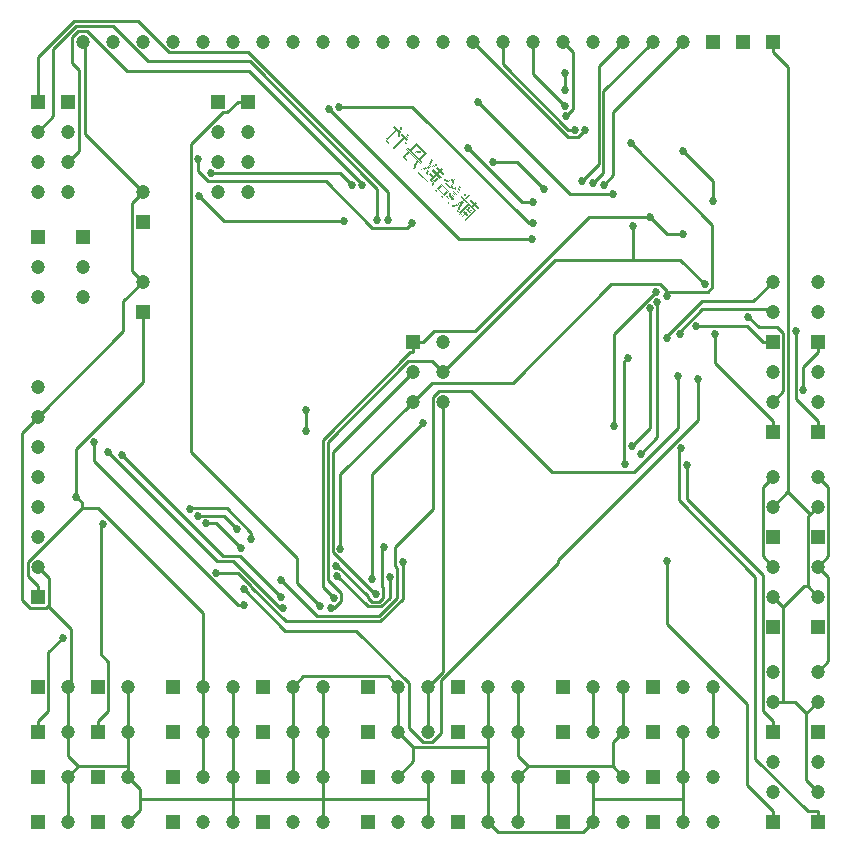
<source format=gbl>
G75*
%MOIN*%
%OFA0B0*%
%FSLAX24Y24*%
%IPPOS*%
%LPD*%
%AMOC8*
5,1,8,0,0,1.08239X$1,22.5*
%
%ADD10R,0.0472X0.0472*%
%ADD11C,0.0472*%
%ADD12R,0.0063X0.0004*%
%ADD13R,0.0039X0.0004*%
%ADD14R,0.0004X0.0004*%
%ADD15R,0.0071X0.0004*%
%ADD16R,0.0055X0.0004*%
%ADD17R,0.0008X0.0004*%
%ADD18R,0.0012X0.0004*%
%ADD19R,0.0067X0.0004*%
%ADD20R,0.0126X0.0004*%
%ADD21R,0.0118X0.0004*%
%ADD22R,0.0016X0.0004*%
%ADD23R,0.0150X0.0004*%
%ADD24R,0.0134X0.0004*%
%ADD25R,0.0075X0.0004*%
%ADD26R,0.0020X0.0004*%
%ADD27R,0.0024X0.0004*%
%ADD28R,0.0244X0.0004*%
%ADD29R,0.0028X0.0004*%
%ADD30R,0.0157X0.0004*%
%ADD31R,0.0142X0.0004*%
%ADD32R,0.0083X0.0004*%
%ADD33R,0.0031X0.0004*%
%ADD34R,0.0319X0.0004*%
%ADD35R,0.0161X0.0004*%
%ADD36R,0.0146X0.0004*%
%ADD37R,0.0059X0.0004*%
%ADD38R,0.0087X0.0004*%
%ADD39R,0.0035X0.0004*%
%ADD40R,0.0362X0.0004*%
%ADD41R,0.0169X0.0004*%
%ADD42R,0.0154X0.0004*%
%ADD43R,0.0091X0.0004*%
%ADD44R,0.0043X0.0004*%
%ADD45R,0.0394X0.0004*%
%ADD46R,0.0047X0.0004*%
%ADD47R,0.0173X0.0004*%
%ADD48R,0.0094X0.0004*%
%ADD49R,0.0051X0.0004*%
%ADD50R,0.0417X0.0004*%
%ADD51R,0.0177X0.0004*%
%ADD52R,0.0433X0.0004*%
%ADD53R,0.0185X0.0004*%
%ADD54R,0.0102X0.0004*%
%ADD55R,0.0453X0.0004*%
%ADD56R,0.0189X0.0004*%
%ADD57R,0.0461X0.0004*%
%ADD58R,0.0079X0.0004*%
%ADD59R,0.0110X0.0004*%
%ADD60R,0.0476X0.0004*%
%ADD61R,0.0197X0.0004*%
%ADD62R,0.0181X0.0004*%
%ADD63R,0.0122X0.0004*%
%ADD64R,0.0358X0.0004*%
%ADD65R,0.0484X0.0004*%
%ADD66R,0.0138X0.0004*%
%ADD67R,0.0496X0.0004*%
%ADD68R,0.0504X0.0004*%
%ADD69R,0.0205X0.0004*%
%ADD70R,0.0512X0.0004*%
%ADD71R,0.0114X0.0004*%
%ADD72R,0.0524X0.0004*%
%ADD73R,0.0193X0.0004*%
%ADD74R,0.0528X0.0004*%
%ADD75R,0.0209X0.0004*%
%ADD76R,0.0465X0.0004*%
%ADD77R,0.0264X0.0004*%
%ADD78R,0.0165X0.0004*%
%ADD79R,0.0106X0.0004*%
%ADD80R,0.0130X0.0004*%
%ADD81R,0.0201X0.0004*%
%ADD82R,0.0098X0.0004*%
%ADD83R,0.0213X0.0004*%
%ADD84R,0.0220X0.0004*%
%ADD85R,0.0228X0.0004*%
%ADD86R,0.0232X0.0004*%
%ADD87R,0.0240X0.0004*%
%ADD88R,0.0236X0.0004*%
%ADD89R,0.0701X0.0004*%
%ADD90R,0.0382X0.0004*%
%ADD91R,0.0217X0.0004*%
%ADD92R,0.0295X0.0004*%
%ADD93R,0.0224X0.0004*%
%ADD94R,0.0291X0.0004*%
%ADD95R,0.0323X0.0004*%
%ADD96R,0.0287X0.0004*%
%ADD97R,0.0283X0.0004*%
%ADD98R,0.0315X0.0004*%
%ADD99R,0.0280X0.0004*%
%ADD100R,0.0311X0.0004*%
%ADD101R,0.0276X0.0004*%
%ADD102R,0.0307X0.0004*%
%ADD103R,0.0272X0.0004*%
%ADD104R,0.0303X0.0004*%
%ADD105R,0.0268X0.0004*%
%ADD106R,0.0299X0.0004*%
%ADD107R,0.0327X0.0004*%
%ADD108R,0.0260X0.0004*%
%ADD109R,0.0256X0.0004*%
%ADD110R,0.0252X0.0004*%
%ADD111R,0.0398X0.0004*%
%ADD112C,0.0270*%
%ADD113C,0.0100*%
D10*
X003871Y001550D03*
X003871Y003050D03*
X003871Y004550D03*
X003871Y006050D03*
X005871Y006050D03*
X005871Y004550D03*
X005871Y003050D03*
X005871Y001550D03*
X008371Y001550D03*
X008371Y003050D03*
X008371Y004550D03*
X008371Y006050D03*
X011371Y006050D03*
X011371Y004550D03*
X011371Y003050D03*
X011371Y001550D03*
X014871Y001550D03*
X014871Y003050D03*
X014871Y004550D03*
X014871Y006050D03*
X017871Y006050D03*
X017871Y004550D03*
X017871Y003050D03*
X017871Y001550D03*
X021371Y001550D03*
X021371Y003050D03*
X021371Y004550D03*
X021371Y006050D03*
X024371Y006050D03*
X024371Y004550D03*
X024371Y003050D03*
X024371Y001550D03*
X028371Y001550D03*
X029871Y001550D03*
X029871Y004550D03*
X028371Y004550D03*
X028371Y008050D03*
X029871Y008050D03*
X029871Y011050D03*
X028371Y011050D03*
X028371Y014550D03*
X029871Y014550D03*
X029871Y017550D03*
X028371Y017550D03*
X028371Y027550D03*
X027371Y027550D03*
X026371Y027550D03*
X016371Y017550D03*
X010871Y025550D03*
X009871Y025550D03*
X007371Y021550D03*
X005371Y021050D03*
X003871Y021050D03*
X007371Y018550D03*
X004871Y025550D03*
X003871Y025550D03*
X003871Y009050D03*
D11*
X003871Y010050D03*
X003871Y011050D03*
X003871Y012050D03*
X003871Y013050D03*
X003871Y014050D03*
X003871Y015050D03*
X003871Y016050D03*
X003871Y019050D03*
X003871Y020050D03*
X005371Y020050D03*
X005371Y019050D03*
X007371Y019550D03*
X007371Y022550D03*
X009871Y022550D03*
X010871Y022550D03*
X010871Y023550D03*
X010871Y024550D03*
X009871Y024550D03*
X009871Y023550D03*
X010371Y027550D03*
X011371Y027550D03*
X012371Y027550D03*
X013371Y027550D03*
X014371Y027550D03*
X015371Y027550D03*
X016371Y027550D03*
X017371Y027550D03*
X018371Y027550D03*
X019371Y027550D03*
X020371Y027550D03*
X021371Y027550D03*
X022371Y027550D03*
X023371Y027550D03*
X024371Y027550D03*
X025371Y027550D03*
X028371Y019550D03*
X028371Y018550D03*
X029871Y018550D03*
X029871Y019550D03*
X029871Y016550D03*
X029871Y015550D03*
X028371Y015550D03*
X028371Y016550D03*
X028371Y013050D03*
X028371Y012050D03*
X029871Y012050D03*
X029871Y013050D03*
X029871Y010050D03*
X029871Y009050D03*
X028371Y009050D03*
X028371Y010050D03*
X028371Y006550D03*
X028371Y005550D03*
X029871Y005550D03*
X029871Y006550D03*
X029871Y003550D03*
X029871Y002550D03*
X028371Y002550D03*
X028371Y003550D03*
X026371Y003050D03*
X025371Y003050D03*
X025371Y001550D03*
X026371Y001550D03*
X023371Y001550D03*
X022371Y001550D03*
X022371Y003050D03*
X023371Y003050D03*
X023371Y004550D03*
X022371Y004550D03*
X022371Y006050D03*
X023371Y006050D03*
X025371Y006050D03*
X026371Y006050D03*
X026371Y004550D03*
X025371Y004550D03*
X019871Y004550D03*
X018871Y004550D03*
X018871Y003050D03*
X019871Y003050D03*
X019871Y001550D03*
X018871Y001550D03*
X016871Y001550D03*
X015871Y001550D03*
X015871Y003050D03*
X016871Y003050D03*
X016871Y004550D03*
X015871Y004550D03*
X015871Y006050D03*
X016871Y006050D03*
X018871Y006050D03*
X019871Y006050D03*
X013371Y006050D03*
X012371Y006050D03*
X012371Y004550D03*
X013371Y004550D03*
X013371Y003050D03*
X012371Y003050D03*
X012371Y001550D03*
X013371Y001550D03*
X010371Y001550D03*
X009371Y001550D03*
X009371Y003050D03*
X010371Y003050D03*
X010371Y004550D03*
X009371Y004550D03*
X009371Y006050D03*
X010371Y006050D03*
X006871Y006050D03*
X006871Y004550D03*
X006871Y003050D03*
X006871Y001550D03*
X004871Y001550D03*
X004871Y003050D03*
X004871Y004550D03*
X004871Y006050D03*
X016371Y015550D03*
X017371Y015550D03*
X017371Y016550D03*
X017371Y017550D03*
X016371Y016550D03*
X004871Y022550D03*
X003871Y022550D03*
X003871Y023550D03*
X004871Y023550D03*
X004871Y024550D03*
X003871Y024550D03*
X005371Y027550D03*
X006371Y027550D03*
X007371Y027550D03*
X008371Y027550D03*
X009371Y027550D03*
D12*
G36*
X015493Y024218D02*
X015536Y024175D01*
X015533Y024172D01*
X015490Y024215D01*
X015493Y024218D01*
G37*
G36*
X015875Y024416D02*
X015918Y024373D01*
X015915Y024370D01*
X015872Y024413D01*
X015875Y024416D01*
G37*
G36*
X015975Y024717D02*
X016018Y024674D01*
X016015Y024671D01*
X015972Y024714D01*
X015975Y024717D01*
G37*
G36*
X016437Y023887D02*
X016480Y023844D01*
X016477Y023841D01*
X016434Y023884D01*
X016437Y023887D01*
G37*
G36*
X016585Y023918D02*
X016628Y023875D01*
X016625Y023872D01*
X016582Y023915D01*
X016585Y023918D01*
G37*
G36*
X016991Y023634D02*
X017034Y023591D01*
X017031Y023588D01*
X016988Y023631D01*
X016991Y023634D01*
G37*
G36*
X016997Y023639D02*
X017040Y023596D01*
X017037Y023593D01*
X016994Y023636D01*
X016997Y023639D01*
G37*
G36*
X016986Y023623D02*
X017029Y023580D01*
X017026Y023577D01*
X016983Y023620D01*
X016986Y023623D01*
G37*
G36*
X016980Y023611D02*
X017023Y023568D01*
X017020Y023565D01*
X016977Y023608D01*
X016980Y023611D01*
G37*
G36*
X016974Y023600D02*
X017017Y023557D01*
X017014Y023554D01*
X016971Y023597D01*
X016974Y023600D01*
G37*
G36*
X016629Y023300D02*
X016672Y023257D01*
X016669Y023254D01*
X016626Y023297D01*
X016629Y023300D01*
G37*
G36*
X016395Y023361D02*
X016438Y023318D01*
X016435Y023315D01*
X016392Y023358D01*
X016395Y023361D01*
G37*
G36*
X017114Y022966D02*
X017157Y022923D01*
X017154Y022920D01*
X017111Y022963D01*
X017114Y022966D01*
G37*
G36*
X017116Y022968D02*
X017159Y022925D01*
X017156Y022922D01*
X017113Y022965D01*
X017116Y022968D01*
G37*
G36*
X017119Y022971D02*
X017162Y022928D01*
X017159Y022925D01*
X017116Y022968D01*
X017119Y022971D01*
G37*
G36*
X017122Y022974D02*
X017165Y022931D01*
X017162Y022928D01*
X017119Y022971D01*
X017122Y022974D01*
G37*
G36*
X017125Y022977D02*
X017168Y022934D01*
X017165Y022931D01*
X017122Y022974D01*
X017125Y022977D01*
G37*
G36*
X017127Y022980D02*
X017170Y022937D01*
X017167Y022934D01*
X017124Y022977D01*
X017127Y022980D01*
G37*
G36*
X017130Y022982D02*
X017173Y022939D01*
X017170Y022936D01*
X017127Y022979D01*
X017130Y022982D01*
G37*
G36*
X017133Y022985D02*
X017176Y022942D01*
X017173Y022939D01*
X017130Y022982D01*
X017133Y022985D01*
G37*
G36*
X017136Y022988D02*
X017179Y022945D01*
X017176Y022942D01*
X017133Y022985D01*
X017136Y022988D01*
G37*
G36*
X017139Y022991D02*
X017182Y022948D01*
X017179Y022945D01*
X017136Y022988D01*
X017139Y022991D01*
G37*
G36*
X017141Y022993D02*
X017184Y022950D01*
X017181Y022947D01*
X017138Y022990D01*
X017141Y022993D01*
G37*
G36*
X017144Y022996D02*
X017187Y022953D01*
X017184Y022950D01*
X017141Y022993D01*
X017144Y022996D01*
G37*
G36*
X017147Y022999D02*
X017190Y022956D01*
X017187Y022953D01*
X017144Y022996D01*
X017147Y022999D01*
G37*
G36*
X017150Y023002D02*
X017193Y022959D01*
X017190Y022956D01*
X017147Y022999D01*
X017150Y023002D01*
G37*
G36*
X017153Y023005D02*
X017196Y022962D01*
X017193Y022959D01*
X017150Y023002D01*
X017153Y023005D01*
G37*
G36*
X017155Y023007D02*
X017198Y022964D01*
X017195Y022961D01*
X017152Y023004D01*
X017155Y023007D01*
G37*
G36*
X017411Y022941D02*
X017454Y022898D01*
X017451Y022895D01*
X017408Y022938D01*
X017411Y022941D01*
G37*
G36*
X017709Y022988D02*
X017752Y022945D01*
X017749Y022942D01*
X017706Y022985D01*
X017709Y022988D01*
G37*
G36*
X017598Y022509D02*
X017641Y022466D01*
X017638Y022463D01*
X017595Y022506D01*
X017598Y022509D01*
G37*
G36*
X017492Y022426D02*
X017535Y022383D01*
X017532Y022380D01*
X017489Y022423D01*
X017492Y022426D01*
G37*
G36*
X017545Y022206D02*
X017588Y022163D01*
X017585Y022160D01*
X017542Y022203D01*
X017545Y022206D01*
G37*
G36*
X017676Y022086D02*
X017719Y022043D01*
X017716Y022040D01*
X017673Y022083D01*
X017676Y022086D01*
G37*
G36*
X017787Y022125D02*
X017830Y022082D01*
X017827Y022079D01*
X017784Y022122D01*
X017787Y022125D01*
G37*
G36*
X017796Y022128D02*
X017839Y022085D01*
X017836Y022082D01*
X017793Y022125D01*
X017796Y022128D01*
G37*
G36*
X017798Y022130D02*
X017841Y022087D01*
X017838Y022084D01*
X017795Y022127D01*
X017798Y022130D01*
G37*
G36*
X017804Y022130D02*
X017847Y022087D01*
X017844Y022084D01*
X017801Y022127D01*
X017804Y022130D01*
G37*
G36*
X017807Y022133D02*
X017850Y022090D01*
X017847Y022087D01*
X017804Y022130D01*
X017807Y022133D01*
G37*
G36*
X017815Y022136D02*
X017858Y022093D01*
X017855Y022090D01*
X017812Y022133D01*
X017815Y022136D01*
G37*
G36*
X017818Y022139D02*
X017861Y022096D01*
X017858Y022093D01*
X017815Y022136D01*
X017818Y022139D01*
G37*
G36*
X017826Y022142D02*
X017869Y022099D01*
X017866Y022096D01*
X017823Y022139D01*
X017826Y022142D01*
G37*
G36*
X017829Y022144D02*
X017872Y022101D01*
X017869Y022098D01*
X017826Y022141D01*
X017829Y022144D01*
G37*
G36*
X017837Y022147D02*
X017880Y022104D01*
X017877Y022101D01*
X017834Y022144D01*
X017837Y022147D01*
G37*
G36*
X017926Y022097D02*
X017969Y022054D01*
X017966Y022051D01*
X017923Y022094D01*
X017926Y022097D01*
G37*
G36*
X017935Y022111D02*
X017978Y022068D01*
X017975Y022065D01*
X017932Y022108D01*
X017935Y022111D01*
G37*
G36*
X017943Y022125D02*
X017986Y022082D01*
X017983Y022079D01*
X017940Y022122D01*
X017943Y022125D01*
G37*
G36*
X017952Y022139D02*
X017995Y022096D01*
X017992Y022093D01*
X017949Y022136D01*
X017952Y022139D01*
G37*
G36*
X017954Y022142D02*
X017997Y022099D01*
X017994Y022096D01*
X017951Y022139D01*
X017954Y022142D01*
G37*
G36*
X017946Y022128D02*
X017989Y022085D01*
X017986Y022082D01*
X017943Y022125D01*
X017946Y022128D01*
G37*
G36*
X017938Y022114D02*
X017981Y022071D01*
X017978Y022068D01*
X017935Y022111D01*
X017938Y022114D01*
G37*
G36*
X017932Y022103D02*
X017975Y022060D01*
X017972Y022057D01*
X017929Y022100D01*
X017932Y022103D01*
G37*
G36*
X017929Y022100D02*
X017972Y022057D01*
X017969Y022054D01*
X017926Y022097D01*
X017929Y022100D01*
G37*
G36*
X017924Y022089D02*
X017967Y022046D01*
X017964Y022043D01*
X017921Y022086D01*
X017924Y022089D01*
G37*
G36*
X017921Y022086D02*
X017964Y022043D01*
X017961Y022040D01*
X017918Y022083D01*
X017921Y022086D01*
G37*
G36*
X017918Y022078D02*
X017961Y022035D01*
X017958Y022032D01*
X017915Y022075D01*
X017918Y022078D01*
G37*
G36*
X017915Y022075D02*
X017958Y022032D01*
X017955Y022029D01*
X017912Y022072D01*
X017915Y022075D01*
G37*
G36*
X017913Y022072D02*
X017956Y022029D01*
X017953Y022026D01*
X017910Y022069D01*
X017913Y022072D01*
G37*
G36*
X017913Y022066D02*
X017956Y022023D01*
X017953Y022020D01*
X017910Y022063D01*
X017913Y022066D01*
G37*
G36*
X017910Y022064D02*
X017953Y022021D01*
X017950Y022018D01*
X017907Y022061D01*
X017910Y022064D01*
G37*
G36*
X017907Y022055D02*
X017950Y022012D01*
X017947Y022009D01*
X017904Y022052D01*
X017907Y022055D01*
G37*
G36*
X017904Y022052D02*
X017947Y022009D01*
X017944Y022006D01*
X017901Y022049D01*
X017904Y022052D01*
G37*
G36*
X017901Y022044D02*
X017944Y022001D01*
X017941Y021998D01*
X017898Y022041D01*
X017901Y022044D01*
G37*
G36*
X017896Y022033D02*
X017939Y021990D01*
X017936Y021987D01*
X017893Y022030D01*
X017896Y022033D01*
G37*
G36*
X017893Y022025D02*
X017936Y021982D01*
X017933Y021979D01*
X017890Y022022D01*
X017893Y022025D01*
G37*
G36*
X017854Y021919D02*
X017897Y021876D01*
X017894Y021873D01*
X017851Y021916D01*
X017854Y021919D01*
G37*
G36*
X017932Y021880D02*
X017975Y021837D01*
X017972Y021834D01*
X017929Y021877D01*
X017932Y021880D01*
G37*
G36*
X017935Y021883D02*
X017978Y021840D01*
X017975Y021837D01*
X017932Y021880D01*
X017935Y021883D01*
G37*
G36*
X017938Y021885D02*
X017981Y021842D01*
X017978Y021839D01*
X017935Y021882D01*
X017938Y021885D01*
G37*
G36*
X017940Y021888D02*
X017983Y021845D01*
X017980Y021842D01*
X017937Y021885D01*
X017940Y021888D01*
G37*
G36*
X017943Y021891D02*
X017986Y021848D01*
X017983Y021845D01*
X017940Y021888D01*
X017943Y021891D01*
G37*
G36*
X017946Y021894D02*
X017989Y021851D01*
X017986Y021848D01*
X017943Y021891D01*
X017946Y021894D01*
G37*
G36*
X017949Y021897D02*
X017992Y021854D01*
X017989Y021851D01*
X017946Y021894D01*
X017949Y021897D01*
G37*
G36*
X017952Y021899D02*
X017995Y021856D01*
X017992Y021853D01*
X017949Y021896D01*
X017952Y021899D01*
G37*
G36*
X017954Y021902D02*
X017997Y021859D01*
X017994Y021856D01*
X017951Y021899D01*
X017954Y021902D01*
G37*
G36*
X017957Y021905D02*
X018000Y021862D01*
X017997Y021859D01*
X017954Y021902D01*
X017957Y021905D01*
G37*
G36*
X017960Y021908D02*
X018003Y021865D01*
X018000Y021862D01*
X017957Y021905D01*
X017960Y021908D01*
G37*
G36*
X017963Y021911D02*
X018006Y021868D01*
X018003Y021865D01*
X017960Y021908D01*
X017963Y021911D01*
G37*
G36*
X017965Y021913D02*
X018008Y021870D01*
X018005Y021867D01*
X017962Y021910D01*
X017965Y021913D01*
G37*
G36*
X017968Y021916D02*
X018011Y021873D01*
X018008Y021870D01*
X017965Y021913D01*
X017968Y021916D01*
G37*
G36*
X017971Y021919D02*
X018014Y021876D01*
X018011Y021873D01*
X017968Y021916D01*
X017971Y021919D01*
G37*
G36*
X017974Y021922D02*
X018017Y021879D01*
X018014Y021876D01*
X017971Y021919D01*
X017974Y021922D01*
G37*
G36*
X017977Y021924D02*
X018020Y021881D01*
X018017Y021878D01*
X017974Y021921D01*
X017977Y021924D01*
G37*
G36*
X017979Y021927D02*
X018022Y021884D01*
X018019Y021881D01*
X017976Y021924D01*
X017979Y021927D01*
G37*
G36*
X017982Y021930D02*
X018025Y021887D01*
X018022Y021884D01*
X017979Y021927D01*
X017982Y021930D01*
G37*
G36*
X017985Y021933D02*
X018028Y021890D01*
X018025Y021887D01*
X017982Y021930D01*
X017985Y021933D01*
G37*
G36*
X017988Y021936D02*
X018031Y021893D01*
X018028Y021890D01*
X017985Y021933D01*
X017988Y021936D01*
G37*
G36*
X017990Y021938D02*
X018033Y021895D01*
X018030Y021892D01*
X017987Y021935D01*
X017990Y021938D01*
G37*
G36*
X017993Y021941D02*
X018036Y021898D01*
X018033Y021895D01*
X017990Y021938D01*
X017993Y021941D01*
G37*
G36*
X017996Y021944D02*
X018039Y021901D01*
X018036Y021898D01*
X017993Y021941D01*
X017996Y021944D01*
G37*
G36*
X017999Y021947D02*
X018042Y021904D01*
X018039Y021901D01*
X017996Y021944D01*
X017999Y021947D01*
G37*
G36*
X018002Y021949D02*
X018045Y021906D01*
X018042Y021903D01*
X017999Y021946D01*
X018002Y021949D01*
G37*
G36*
X018004Y021952D02*
X018047Y021909D01*
X018044Y021906D01*
X018001Y021949D01*
X018004Y021952D01*
G37*
G36*
X018007Y021955D02*
X018050Y021912D01*
X018047Y021909D01*
X018004Y021952D01*
X018007Y021955D01*
G37*
G36*
X018010Y021958D02*
X018053Y021915D01*
X018050Y021912D01*
X018007Y021955D01*
X018010Y021958D01*
G37*
G36*
X018013Y021961D02*
X018056Y021918D01*
X018053Y021915D01*
X018010Y021958D01*
X018013Y021961D01*
G37*
G36*
X018016Y021963D02*
X018059Y021920D01*
X018056Y021917D01*
X018013Y021960D01*
X018016Y021963D01*
G37*
G36*
X018018Y021966D02*
X018061Y021923D01*
X018058Y021920D01*
X018015Y021963D01*
X018018Y021966D01*
G37*
G36*
X018021Y021969D02*
X018064Y021926D01*
X018061Y021923D01*
X018018Y021966D01*
X018021Y021969D01*
G37*
G36*
X018024Y021972D02*
X018067Y021929D01*
X018064Y021926D01*
X018021Y021969D01*
X018024Y021972D01*
G37*
G36*
X018027Y021975D02*
X018070Y021932D01*
X018067Y021929D01*
X018024Y021972D01*
X018027Y021975D01*
G37*
G36*
X018029Y021977D02*
X018072Y021934D01*
X018069Y021931D01*
X018026Y021974D01*
X018029Y021977D01*
G37*
G36*
X018032Y021980D02*
X018075Y021937D01*
X018072Y021934D01*
X018029Y021977D01*
X018032Y021980D01*
G37*
G36*
X018035Y021983D02*
X018078Y021940D01*
X018075Y021937D01*
X018032Y021980D01*
X018035Y021983D01*
G37*
G36*
X018038Y021986D02*
X018081Y021943D01*
X018078Y021940D01*
X018035Y021983D01*
X018038Y021986D01*
G37*
G36*
X018041Y021988D02*
X018084Y021945D01*
X018081Y021942D01*
X018038Y021985D01*
X018041Y021988D01*
G37*
G36*
X018043Y021991D02*
X018086Y021948D01*
X018083Y021945D01*
X018040Y021988D01*
X018043Y021991D01*
G37*
G36*
X018046Y021994D02*
X018089Y021951D01*
X018086Y021948D01*
X018043Y021991D01*
X018046Y021994D01*
G37*
G36*
X018049Y021997D02*
X018092Y021954D01*
X018089Y021951D01*
X018046Y021994D01*
X018049Y021997D01*
G37*
G36*
X018052Y022000D02*
X018095Y021957D01*
X018092Y021954D01*
X018049Y021997D01*
X018052Y022000D01*
G37*
G36*
X018055Y022002D02*
X018098Y021959D01*
X018095Y021956D01*
X018052Y021999D01*
X018055Y022002D01*
G37*
G36*
X018057Y022005D02*
X018100Y021962D01*
X018097Y021959D01*
X018054Y022002D01*
X018057Y022005D01*
G37*
G36*
X018060Y022008D02*
X018103Y021965D01*
X018100Y021962D01*
X018057Y022005D01*
X018060Y022008D01*
G37*
G36*
X018063Y022011D02*
X018106Y021968D01*
X018103Y021965D01*
X018060Y022008D01*
X018063Y022011D01*
G37*
G36*
X018066Y022014D02*
X018109Y021971D01*
X018106Y021968D01*
X018063Y022011D01*
X018066Y022014D01*
G37*
G36*
X018068Y022016D02*
X018111Y021973D01*
X018108Y021970D01*
X018065Y022013D01*
X018068Y022016D01*
G37*
G36*
X018071Y022019D02*
X018114Y021976D01*
X018111Y021973D01*
X018068Y022016D01*
X018071Y022019D01*
G37*
G36*
X018074Y022022D02*
X018117Y021979D01*
X018114Y021976D01*
X018071Y022019D01*
X018074Y022022D01*
G37*
G36*
X018077Y022025D02*
X018120Y021982D01*
X018117Y021979D01*
X018074Y022022D01*
X018077Y022025D01*
G37*
G36*
X018080Y022027D02*
X018123Y021984D01*
X018120Y021981D01*
X018077Y022024D01*
X018080Y022027D01*
G37*
G36*
X018082Y022030D02*
X018125Y021987D01*
X018122Y021984D01*
X018079Y022027D01*
X018082Y022030D01*
G37*
G36*
X018085Y022033D02*
X018128Y021990D01*
X018125Y021987D01*
X018082Y022030D01*
X018085Y022033D01*
G37*
G36*
X018088Y022036D02*
X018131Y021993D01*
X018128Y021990D01*
X018085Y022033D01*
X018088Y022036D01*
G37*
G36*
X018091Y022039D02*
X018134Y021996D01*
X018131Y021993D01*
X018088Y022036D01*
X018091Y022039D01*
G37*
G36*
X018093Y022041D02*
X018136Y021998D01*
X018133Y021995D01*
X018090Y022038D01*
X018093Y022041D01*
G37*
G36*
X018096Y022044D02*
X018139Y022001D01*
X018136Y021998D01*
X018093Y022041D01*
X018096Y022044D01*
G37*
G36*
X018099Y022047D02*
X018142Y022004D01*
X018139Y022001D01*
X018096Y022044D01*
X018099Y022047D01*
G37*
G36*
X018102Y022050D02*
X018145Y022007D01*
X018142Y022004D01*
X018099Y022047D01*
X018102Y022050D01*
G37*
G36*
X018105Y022052D02*
X018148Y022009D01*
X018145Y022006D01*
X018102Y022049D01*
X018105Y022052D01*
G37*
G36*
X018107Y022055D02*
X018150Y022012D01*
X018147Y022009D01*
X018104Y022052D01*
X018107Y022055D01*
G37*
G36*
X018110Y022058D02*
X018153Y022015D01*
X018150Y022012D01*
X018107Y022055D01*
X018110Y022058D01*
G37*
G36*
X018113Y022061D02*
X018156Y022018D01*
X018153Y022015D01*
X018110Y022058D01*
X018113Y022061D01*
G37*
G36*
X018116Y022064D02*
X018159Y022021D01*
X018156Y022018D01*
X018113Y022061D01*
X018116Y022064D01*
G37*
G36*
X018119Y022066D02*
X018162Y022023D01*
X018159Y022020D01*
X018116Y022063D01*
X018119Y022066D01*
G37*
G36*
X018121Y022069D02*
X018164Y022026D01*
X018161Y022023D01*
X018118Y022066D01*
X018121Y022069D01*
G37*
G36*
X018124Y022072D02*
X018167Y022029D01*
X018164Y022026D01*
X018121Y022069D01*
X018124Y022072D01*
G37*
G36*
X018127Y022075D02*
X018170Y022032D01*
X018167Y022029D01*
X018124Y022072D01*
X018127Y022075D01*
G37*
G36*
X018130Y022078D02*
X018173Y022035D01*
X018170Y022032D01*
X018127Y022075D01*
X018130Y022078D01*
G37*
G36*
X018132Y022080D02*
X018175Y022037D01*
X018172Y022034D01*
X018129Y022077D01*
X018132Y022080D01*
G37*
G36*
X018135Y022083D02*
X018178Y022040D01*
X018175Y022037D01*
X018132Y022080D01*
X018135Y022083D01*
G37*
G36*
X018138Y022086D02*
X018181Y022043D01*
X018178Y022040D01*
X018135Y022083D01*
X018138Y022086D01*
G37*
G36*
X018141Y022089D02*
X018184Y022046D01*
X018181Y022043D01*
X018138Y022086D01*
X018141Y022089D01*
G37*
G36*
X018144Y022091D02*
X018187Y022048D01*
X018184Y022045D01*
X018141Y022088D01*
X018144Y022091D01*
G37*
G36*
X018146Y022094D02*
X018189Y022051D01*
X018186Y022048D01*
X018143Y022091D01*
X018146Y022094D01*
G37*
G36*
X018149Y022097D02*
X018192Y022054D01*
X018189Y022051D01*
X018146Y022094D01*
X018149Y022097D01*
G37*
G36*
X018152Y022100D02*
X018195Y022057D01*
X018192Y022054D01*
X018149Y022097D01*
X018152Y022100D01*
G37*
G36*
X018155Y022103D02*
X018198Y022060D01*
X018195Y022057D01*
X018152Y022100D01*
X018155Y022103D01*
G37*
G36*
X018158Y022105D02*
X018201Y022062D01*
X018198Y022059D01*
X018155Y022102D01*
X018158Y022105D01*
G37*
G36*
X018160Y022108D02*
X018203Y022065D01*
X018200Y022062D01*
X018157Y022105D01*
X018160Y022108D01*
G37*
G36*
X018163Y022111D02*
X018206Y022068D01*
X018203Y022065D01*
X018160Y022108D01*
X018163Y022111D01*
G37*
G36*
X018166Y022114D02*
X018209Y022071D01*
X018206Y022068D01*
X018163Y022111D01*
X018166Y022114D01*
G37*
G36*
X018169Y022117D02*
X018212Y022074D01*
X018209Y022071D01*
X018166Y022114D01*
X018169Y022117D01*
G37*
G36*
X018171Y022119D02*
X018214Y022076D01*
X018211Y022073D01*
X018168Y022116D01*
X018171Y022119D01*
G37*
G36*
X018174Y022122D02*
X018217Y022079D01*
X018214Y022076D01*
X018171Y022119D01*
X018174Y022122D01*
G37*
G36*
X018177Y022125D02*
X018220Y022082D01*
X018217Y022079D01*
X018174Y022122D01*
X018177Y022125D01*
G37*
G36*
X018180Y022128D02*
X018223Y022085D01*
X018220Y022082D01*
X018177Y022125D01*
X018180Y022128D01*
G37*
G36*
X018183Y022130D02*
X018226Y022087D01*
X018223Y022084D01*
X018180Y022127D01*
X018183Y022130D01*
G37*
G36*
X018185Y022133D02*
X018228Y022090D01*
X018225Y022087D01*
X018182Y022130D01*
X018185Y022133D01*
G37*
G36*
X018188Y022136D02*
X018231Y022093D01*
X018228Y022090D01*
X018185Y022133D01*
X018188Y022136D01*
G37*
G36*
X018191Y022139D02*
X018234Y022096D01*
X018231Y022093D01*
X018188Y022136D01*
X018191Y022139D01*
G37*
G36*
X018194Y022142D02*
X018237Y022099D01*
X018234Y022096D01*
X018191Y022139D01*
X018194Y022142D01*
G37*
G36*
X018196Y022144D02*
X018239Y022101D01*
X018236Y022098D01*
X018193Y022141D01*
X018196Y022144D01*
G37*
G36*
X018107Y022334D02*
X018150Y022291D01*
X018147Y022288D01*
X018104Y022331D01*
X018107Y022334D01*
G37*
G36*
X018110Y022336D02*
X018153Y022293D01*
X018150Y022290D01*
X018107Y022333D01*
X018110Y022336D01*
G37*
G36*
X018113Y022339D02*
X018156Y022296D01*
X018153Y022293D01*
X018110Y022336D01*
X018113Y022339D01*
G37*
G36*
X018116Y022342D02*
X018159Y022299D01*
X018156Y022296D01*
X018113Y022339D01*
X018116Y022342D01*
G37*
G36*
X018119Y022345D02*
X018162Y022302D01*
X018159Y022299D01*
X018116Y022342D01*
X018119Y022345D01*
G37*
G36*
X018121Y022348D02*
X018164Y022305D01*
X018161Y022302D01*
X018118Y022345D01*
X018121Y022348D01*
G37*
G36*
X018124Y022350D02*
X018167Y022307D01*
X018164Y022304D01*
X018121Y022347D01*
X018124Y022350D01*
G37*
G36*
X018127Y022353D02*
X018170Y022310D01*
X018167Y022307D01*
X018124Y022350D01*
X018127Y022353D01*
G37*
G36*
X018130Y022356D02*
X018173Y022313D01*
X018170Y022310D01*
X018127Y022353D01*
X018130Y022356D01*
G37*
G36*
X018132Y022359D02*
X018175Y022316D01*
X018172Y022313D01*
X018129Y022356D01*
X018132Y022359D01*
G37*
G36*
X018135Y022361D02*
X018178Y022318D01*
X018175Y022315D01*
X018132Y022358D01*
X018135Y022361D01*
G37*
G36*
X018138Y022364D02*
X018181Y022321D01*
X018178Y022318D01*
X018135Y022361D01*
X018138Y022364D01*
G37*
G36*
X018141Y022367D02*
X018184Y022324D01*
X018181Y022321D01*
X018138Y022364D01*
X018141Y022367D01*
G37*
G36*
X018144Y022370D02*
X018187Y022327D01*
X018184Y022324D01*
X018141Y022367D01*
X018144Y022370D01*
G37*
G36*
X018146Y022373D02*
X018189Y022330D01*
X018186Y022327D01*
X018143Y022370D01*
X018146Y022373D01*
G37*
G36*
X018149Y022375D02*
X018192Y022332D01*
X018189Y022329D01*
X018146Y022372D01*
X018149Y022375D01*
G37*
G36*
X018152Y022378D02*
X018195Y022335D01*
X018192Y022332D01*
X018149Y022375D01*
X018152Y022378D01*
G37*
G36*
X018155Y022381D02*
X018198Y022338D01*
X018195Y022335D01*
X018152Y022378D01*
X018155Y022381D01*
G37*
G36*
X018158Y022384D02*
X018201Y022341D01*
X018198Y022338D01*
X018155Y022381D01*
X018158Y022384D01*
G37*
G36*
X018160Y022387D02*
X018203Y022344D01*
X018200Y022341D01*
X018157Y022384D01*
X018160Y022387D01*
G37*
G36*
X018163Y022389D02*
X018206Y022346D01*
X018203Y022343D01*
X018160Y022386D01*
X018163Y022389D01*
G37*
G36*
X018166Y022392D02*
X018209Y022349D01*
X018206Y022346D01*
X018163Y022389D01*
X018166Y022392D01*
G37*
G36*
X018169Y022395D02*
X018212Y022352D01*
X018209Y022349D01*
X018166Y022392D01*
X018169Y022395D01*
G37*
G36*
X018171Y022398D02*
X018214Y022355D01*
X018211Y022352D01*
X018168Y022395D01*
X018171Y022398D01*
G37*
G36*
X018174Y022400D02*
X018217Y022357D01*
X018214Y022354D01*
X018171Y022397D01*
X018174Y022400D01*
G37*
G36*
X018177Y022403D02*
X018220Y022360D01*
X018217Y022357D01*
X018174Y022400D01*
X018177Y022403D01*
G37*
G36*
X018180Y022406D02*
X018223Y022363D01*
X018220Y022360D01*
X018177Y022403D01*
X018180Y022406D01*
G37*
G36*
X018183Y022409D02*
X018226Y022366D01*
X018223Y022363D01*
X018180Y022406D01*
X018183Y022409D01*
G37*
G36*
X018185Y022412D02*
X018228Y022369D01*
X018225Y022366D01*
X018182Y022409D01*
X018185Y022412D01*
G37*
G36*
X018188Y022414D02*
X018231Y022371D01*
X018228Y022368D01*
X018185Y022411D01*
X018188Y022414D01*
G37*
G36*
X018191Y022417D02*
X018234Y022374D01*
X018231Y022371D01*
X018188Y022414D01*
X018191Y022417D01*
G37*
G36*
X018194Y022420D02*
X018237Y022377D01*
X018234Y022374D01*
X018191Y022417D01*
X018194Y022420D01*
G37*
G36*
X018196Y022423D02*
X018239Y022380D01*
X018236Y022377D01*
X018193Y022420D01*
X018196Y022423D01*
G37*
G36*
X018199Y022426D02*
X018242Y022383D01*
X018239Y022380D01*
X018196Y022423D01*
X018199Y022426D01*
G37*
G36*
X018202Y022428D02*
X018245Y022385D01*
X018242Y022382D01*
X018199Y022425D01*
X018202Y022428D01*
G37*
G36*
X018205Y022431D02*
X018248Y022388D01*
X018245Y022385D01*
X018202Y022428D01*
X018205Y022431D01*
G37*
G36*
X018208Y022434D02*
X018251Y022391D01*
X018248Y022388D01*
X018205Y022431D01*
X018208Y022434D01*
G37*
G36*
X018210Y022437D02*
X018253Y022394D01*
X018250Y022391D01*
X018207Y022434D01*
X018210Y022437D01*
G37*
G36*
X018213Y022439D02*
X018256Y022396D01*
X018253Y022393D01*
X018210Y022436D01*
X018213Y022439D01*
G37*
G36*
X018216Y022442D02*
X018259Y022399D01*
X018256Y022396D01*
X018213Y022439D01*
X018216Y022442D01*
G37*
G36*
X018219Y022445D02*
X018262Y022402D01*
X018259Y022399D01*
X018216Y022442D01*
X018219Y022445D01*
G37*
G36*
X018222Y022448D02*
X018265Y022405D01*
X018262Y022402D01*
X018219Y022445D01*
X018222Y022448D01*
G37*
G36*
X018224Y022451D02*
X018267Y022408D01*
X018264Y022405D01*
X018221Y022448D01*
X018224Y022451D01*
G37*
G36*
X018227Y022453D02*
X018270Y022410D01*
X018267Y022407D01*
X018224Y022450D01*
X018227Y022453D01*
G37*
G36*
X018230Y022456D02*
X018273Y022413D01*
X018270Y022410D01*
X018227Y022453D01*
X018230Y022456D01*
G37*
G36*
X018233Y022459D02*
X018276Y022416D01*
X018273Y022413D01*
X018230Y022456D01*
X018233Y022459D01*
G37*
G36*
X018235Y022462D02*
X018278Y022419D01*
X018275Y022416D01*
X018232Y022459D01*
X018235Y022462D01*
G37*
G36*
X018132Y022481D02*
X018175Y022438D01*
X018172Y022435D01*
X018129Y022478D01*
X018132Y022481D01*
G37*
G36*
X018119Y022478D02*
X018162Y022435D01*
X018159Y022432D01*
X018116Y022475D01*
X018119Y022478D01*
G37*
G36*
X018110Y022476D02*
X018153Y022433D01*
X018150Y022430D01*
X018107Y022473D01*
X018110Y022476D01*
G37*
G36*
X018102Y022473D02*
X018145Y022430D01*
X018142Y022427D01*
X018099Y022470D01*
X018102Y022473D01*
G37*
G36*
X018093Y022470D02*
X018136Y022427D01*
X018133Y022424D01*
X018090Y022467D01*
X018093Y022470D01*
G37*
G36*
X018085Y022467D02*
X018128Y022424D01*
X018125Y022421D01*
X018082Y022464D01*
X018085Y022467D01*
G37*
G36*
X018077Y022464D02*
X018120Y022421D01*
X018117Y022418D01*
X018074Y022461D01*
X018077Y022464D01*
G37*
G36*
X018068Y022462D02*
X018111Y022419D01*
X018108Y022416D01*
X018065Y022459D01*
X018068Y022462D01*
G37*
G36*
X018060Y022459D02*
X018103Y022416D01*
X018100Y022413D01*
X018057Y022456D01*
X018060Y022459D01*
G37*
G36*
X018057Y022456D02*
X018100Y022413D01*
X018097Y022410D01*
X018054Y022453D01*
X018057Y022456D01*
G37*
G36*
X018405Y021936D02*
X018448Y021893D01*
X018445Y021890D01*
X018402Y021933D01*
X018405Y021936D01*
G37*
G36*
X018402Y021933D02*
X018445Y021890D01*
X018442Y021887D01*
X018399Y021930D01*
X018402Y021933D01*
G37*
G36*
X018400Y021930D02*
X018443Y021887D01*
X018440Y021884D01*
X018397Y021927D01*
X018400Y021930D01*
G37*
G36*
X018397Y021927D02*
X018440Y021884D01*
X018437Y021881D01*
X018394Y021924D01*
X018397Y021927D01*
G37*
G36*
X018394Y021924D02*
X018437Y021881D01*
X018434Y021878D01*
X018391Y021921D01*
X018394Y021924D01*
G37*
G36*
X018391Y021922D02*
X018434Y021879D01*
X018431Y021876D01*
X018388Y021919D01*
X018391Y021922D01*
G37*
G36*
X018389Y021919D02*
X018432Y021876D01*
X018429Y021873D01*
X018386Y021916D01*
X018389Y021919D01*
G37*
G36*
X018386Y021916D02*
X018429Y021873D01*
X018426Y021870D01*
X018383Y021913D01*
X018386Y021916D01*
G37*
G36*
X018383Y021913D02*
X018426Y021870D01*
X018423Y021867D01*
X018380Y021910D01*
X018383Y021913D01*
G37*
G36*
X018380Y021911D02*
X018423Y021868D01*
X018420Y021865D01*
X018377Y021908D01*
X018380Y021911D01*
G37*
G36*
X018377Y021908D02*
X018420Y021865D01*
X018417Y021862D01*
X018374Y021905D01*
X018377Y021908D01*
G37*
G36*
X018375Y021905D02*
X018418Y021862D01*
X018415Y021859D01*
X018372Y021902D01*
X018375Y021905D01*
G37*
G36*
X018372Y021902D02*
X018415Y021859D01*
X018412Y021856D01*
X018369Y021899D01*
X018372Y021902D01*
G37*
G36*
X018369Y021899D02*
X018412Y021856D01*
X018409Y021853D01*
X018366Y021896D01*
X018369Y021899D01*
G37*
G36*
X018366Y021897D02*
X018409Y021854D01*
X018406Y021851D01*
X018363Y021894D01*
X018366Y021897D01*
G37*
G36*
X018364Y021894D02*
X018407Y021851D01*
X018404Y021848D01*
X018361Y021891D01*
X018364Y021894D01*
G37*
G36*
X018361Y021891D02*
X018404Y021848D01*
X018401Y021845D01*
X018358Y021888D01*
X018361Y021891D01*
G37*
G36*
X018358Y021888D02*
X018401Y021845D01*
X018398Y021842D01*
X018355Y021885D01*
X018358Y021888D01*
G37*
G36*
X018355Y021885D02*
X018398Y021842D01*
X018395Y021839D01*
X018352Y021882D01*
X018355Y021885D01*
G37*
G36*
X018352Y021883D02*
X018395Y021840D01*
X018392Y021837D01*
X018349Y021880D01*
X018352Y021883D01*
G37*
G36*
X018350Y021880D02*
X018393Y021837D01*
X018390Y021834D01*
X018347Y021877D01*
X018350Y021880D01*
G37*
G36*
X018347Y021877D02*
X018390Y021834D01*
X018387Y021831D01*
X018344Y021874D01*
X018347Y021877D01*
G37*
G36*
X018344Y021874D02*
X018387Y021831D01*
X018384Y021828D01*
X018341Y021871D01*
X018344Y021874D01*
G37*
G36*
X018341Y021872D02*
X018384Y021829D01*
X018381Y021826D01*
X018338Y021869D01*
X018341Y021872D01*
G37*
G36*
X018338Y021869D02*
X018381Y021826D01*
X018378Y021823D01*
X018335Y021866D01*
X018338Y021869D01*
G37*
G36*
X018336Y021866D02*
X018379Y021823D01*
X018376Y021820D01*
X018333Y021863D01*
X018336Y021866D01*
G37*
G36*
X018333Y021863D02*
X018376Y021820D01*
X018373Y021817D01*
X018330Y021860D01*
X018333Y021863D01*
G37*
G36*
X018330Y021860D02*
X018373Y021817D01*
X018370Y021814D01*
X018327Y021857D01*
X018330Y021860D01*
G37*
G36*
X018327Y021858D02*
X018370Y021815D01*
X018367Y021812D01*
X018324Y021855D01*
X018327Y021858D01*
G37*
G36*
X018325Y021855D02*
X018368Y021812D01*
X018365Y021809D01*
X018322Y021852D01*
X018325Y021855D01*
G37*
G36*
X018322Y021852D02*
X018365Y021809D01*
X018362Y021806D01*
X018319Y021849D01*
X018322Y021852D01*
G37*
G36*
X018319Y021849D02*
X018362Y021806D01*
X018359Y021803D01*
X018316Y021846D01*
X018319Y021849D01*
G37*
G36*
X018316Y021846D02*
X018359Y021803D01*
X018356Y021800D01*
X018313Y021843D01*
X018316Y021846D01*
G37*
G36*
X018313Y021844D02*
X018356Y021801D01*
X018353Y021798D01*
X018310Y021841D01*
X018313Y021844D01*
G37*
G36*
X018311Y021841D02*
X018354Y021798D01*
X018351Y021795D01*
X018308Y021838D01*
X018311Y021841D01*
G37*
G36*
X018308Y021838D02*
X018351Y021795D01*
X018348Y021792D01*
X018305Y021835D01*
X018308Y021838D01*
G37*
G36*
X018305Y021835D02*
X018348Y021792D01*
X018345Y021789D01*
X018302Y021832D01*
X018305Y021835D01*
G37*
G36*
X018302Y021833D02*
X018345Y021790D01*
X018342Y021787D01*
X018299Y021830D01*
X018302Y021833D01*
G37*
G36*
X018299Y021830D02*
X018342Y021787D01*
X018339Y021784D01*
X018296Y021827D01*
X018299Y021830D01*
G37*
G36*
X018297Y021827D02*
X018340Y021784D01*
X018337Y021781D01*
X018294Y021824D01*
X018297Y021827D01*
G37*
G36*
X018294Y021824D02*
X018337Y021781D01*
X018334Y021778D01*
X018291Y021821D01*
X018294Y021824D01*
G37*
G36*
X018291Y021821D02*
X018334Y021778D01*
X018331Y021775D01*
X018288Y021818D01*
X018291Y021821D01*
G37*
G36*
X018288Y021819D02*
X018331Y021776D01*
X018328Y021773D01*
X018285Y021816D01*
X018288Y021819D01*
G37*
G36*
X018286Y021816D02*
X018329Y021773D01*
X018326Y021770D01*
X018283Y021813D01*
X018286Y021816D01*
G37*
G36*
X018283Y021813D02*
X018326Y021770D01*
X018323Y021767D01*
X018280Y021810D01*
X018283Y021813D01*
G37*
G36*
X018280Y021810D02*
X018323Y021767D01*
X018320Y021764D01*
X018277Y021807D01*
X018280Y021810D01*
G37*
G36*
X018277Y021807D02*
X018320Y021764D01*
X018317Y021761D01*
X018274Y021804D01*
X018277Y021807D01*
G37*
G36*
X018274Y021805D02*
X018317Y021762D01*
X018314Y021759D01*
X018271Y021802D01*
X018274Y021805D01*
G37*
G36*
X018272Y021802D02*
X018315Y021759D01*
X018312Y021756D01*
X018269Y021799D01*
X018272Y021802D01*
G37*
G36*
X018269Y021799D02*
X018312Y021756D01*
X018309Y021753D01*
X018266Y021796D01*
X018269Y021799D01*
G37*
G36*
X018266Y021796D02*
X018309Y021753D01*
X018306Y021750D01*
X018263Y021793D01*
X018266Y021796D01*
G37*
G36*
X018263Y021794D02*
X018306Y021751D01*
X018303Y021748D01*
X018260Y021791D01*
X018263Y021794D01*
G37*
G36*
X018261Y021791D02*
X018304Y021748D01*
X018301Y021745D01*
X018258Y021788D01*
X018261Y021791D01*
G37*
G36*
X018258Y021788D02*
X018301Y021745D01*
X018298Y021742D01*
X018255Y021785D01*
X018258Y021788D01*
G37*
G36*
X018255Y021785D02*
X018298Y021742D01*
X018295Y021739D01*
X018252Y021782D01*
X018255Y021785D01*
G37*
G36*
X018252Y021782D02*
X018295Y021739D01*
X018292Y021736D01*
X018249Y021779D01*
X018252Y021782D01*
G37*
G36*
X018249Y021780D02*
X018292Y021737D01*
X018289Y021734D01*
X018246Y021777D01*
X018249Y021780D01*
G37*
G36*
X018247Y021777D02*
X018290Y021734D01*
X018287Y021731D01*
X018244Y021774D01*
X018247Y021777D01*
G37*
G36*
X018244Y021774D02*
X018287Y021731D01*
X018284Y021728D01*
X018241Y021771D01*
X018244Y021774D01*
G37*
G36*
X018241Y021771D02*
X018284Y021728D01*
X018281Y021725D01*
X018238Y021768D01*
X018241Y021771D01*
G37*
G36*
X018238Y021769D02*
X018281Y021726D01*
X018278Y021723D01*
X018235Y021766D01*
X018238Y021769D01*
G37*
G36*
X018235Y021766D02*
X018278Y021723D01*
X018275Y021720D01*
X018232Y021763D01*
X018235Y021766D01*
G37*
G36*
X018233Y021763D02*
X018276Y021720D01*
X018273Y021717D01*
X018230Y021760D01*
X018233Y021763D01*
G37*
G36*
X018230Y021760D02*
X018273Y021717D01*
X018270Y021714D01*
X018227Y021757D01*
X018230Y021760D01*
G37*
G36*
X018227Y021757D02*
X018270Y021714D01*
X018267Y021711D01*
X018224Y021754D01*
X018227Y021757D01*
G37*
G36*
X018224Y021755D02*
X018267Y021712D01*
X018264Y021709D01*
X018221Y021752D01*
X018224Y021755D01*
G37*
G36*
X018222Y021752D02*
X018265Y021709D01*
X018262Y021706D01*
X018219Y021749D01*
X018222Y021752D01*
G37*
G36*
X018219Y021749D02*
X018262Y021706D01*
X018259Y021703D01*
X018216Y021746D01*
X018219Y021749D01*
G37*
G36*
X018216Y021746D02*
X018259Y021703D01*
X018256Y021700D01*
X018213Y021743D01*
X018216Y021746D01*
G37*
G36*
X018213Y021743D02*
X018256Y021700D01*
X018253Y021697D01*
X018210Y021740D01*
X018213Y021743D01*
G37*
G36*
X018210Y021741D02*
X018253Y021698D01*
X018250Y021695D01*
X018207Y021738D01*
X018210Y021741D01*
G37*
G36*
X018208Y021738D02*
X018251Y021695D01*
X018248Y021692D01*
X018205Y021735D01*
X018208Y021738D01*
G37*
G36*
X018205Y021735D02*
X018248Y021692D01*
X018245Y021689D01*
X018202Y021732D01*
X018205Y021735D01*
G37*
G36*
X018202Y021732D02*
X018245Y021689D01*
X018242Y021686D01*
X018199Y021729D01*
X018202Y021732D01*
G37*
G36*
X018199Y021730D02*
X018242Y021687D01*
X018239Y021684D01*
X018196Y021727D01*
X018199Y021730D01*
G37*
G36*
X018196Y021727D02*
X018239Y021684D01*
X018236Y021681D01*
X018193Y021724D01*
X018196Y021727D01*
G37*
G36*
X018194Y021724D02*
X018237Y021681D01*
X018234Y021678D01*
X018191Y021721D01*
X018194Y021724D01*
G37*
G36*
X018191Y021721D02*
X018234Y021678D01*
X018231Y021675D01*
X018188Y021718D01*
X018191Y021721D01*
G37*
G36*
X018188Y021718D02*
X018231Y021675D01*
X018228Y021672D01*
X018185Y021715D01*
X018188Y021718D01*
G37*
G36*
X018185Y021716D02*
X018228Y021673D01*
X018225Y021670D01*
X018182Y021713D01*
X018185Y021716D01*
G37*
G36*
X018183Y021713D02*
X018226Y021670D01*
X018223Y021667D01*
X018180Y021710D01*
X018183Y021713D01*
G37*
G36*
X018180Y021710D02*
X018223Y021667D01*
X018220Y021664D01*
X018177Y021707D01*
X018180Y021710D01*
G37*
G36*
X018177Y021707D02*
X018220Y021664D01*
X018217Y021661D01*
X018174Y021704D01*
X018177Y021707D01*
G37*
G36*
X018174Y021704D02*
X018217Y021661D01*
X018214Y021658D01*
X018171Y021701D01*
X018174Y021704D01*
G37*
G36*
X018171Y021702D02*
X018214Y021659D01*
X018211Y021656D01*
X018168Y021699D01*
X018171Y021702D01*
G37*
G36*
X018169Y021699D02*
X018212Y021656D01*
X018209Y021653D01*
X018166Y021696D01*
X018169Y021699D01*
G37*
G36*
X018166Y021696D02*
X018209Y021653D01*
X018206Y021650D01*
X018163Y021693D01*
X018166Y021696D01*
G37*
G36*
X018163Y021693D02*
X018206Y021650D01*
X018203Y021647D01*
X018160Y021690D01*
X018163Y021693D01*
G37*
G36*
X018160Y021691D02*
X018203Y021648D01*
X018200Y021645D01*
X018157Y021688D01*
X018160Y021691D01*
G37*
G36*
X018158Y021688D02*
X018201Y021645D01*
X018198Y021642D01*
X018155Y021685D01*
X018158Y021688D01*
G37*
G36*
X018155Y021685D02*
X018198Y021642D01*
X018195Y021639D01*
X018152Y021682D01*
X018155Y021685D01*
G37*
G36*
X018152Y021682D02*
X018195Y021639D01*
X018192Y021636D01*
X018149Y021679D01*
X018152Y021682D01*
G37*
G36*
X018149Y021679D02*
X018192Y021636D01*
X018189Y021633D01*
X018146Y021676D01*
X018149Y021679D01*
G37*
G36*
X018146Y021677D02*
X018189Y021634D01*
X018186Y021631D01*
X018143Y021674D01*
X018146Y021677D01*
G37*
G36*
X018144Y021674D02*
X018187Y021631D01*
X018184Y021628D01*
X018141Y021671D01*
X018144Y021674D01*
G37*
G36*
X018141Y021671D02*
X018184Y021628D01*
X018181Y021625D01*
X018138Y021668D01*
X018141Y021671D01*
G37*
G36*
X018138Y021668D02*
X018181Y021625D01*
X018178Y021622D01*
X018135Y021665D01*
X018138Y021668D01*
G37*
G36*
X018135Y021666D02*
X018178Y021623D01*
X018175Y021620D01*
X018132Y021663D01*
X018135Y021666D01*
G37*
G36*
X018132Y021663D02*
X018175Y021620D01*
X018172Y021617D01*
X018129Y021660D01*
X018132Y021663D01*
G37*
G36*
X018130Y021660D02*
X018173Y021617D01*
X018170Y021614D01*
X018127Y021657D01*
X018130Y021660D01*
G37*
G36*
X018127Y021657D02*
X018170Y021614D01*
X018167Y021611D01*
X018124Y021654D01*
X018127Y021657D01*
G37*
G36*
X018124Y021654D02*
X018167Y021611D01*
X018164Y021608D01*
X018121Y021651D01*
X018124Y021654D01*
G37*
G36*
X018121Y021652D02*
X018164Y021609D01*
X018161Y021606D01*
X018118Y021649D01*
X018121Y021652D01*
G37*
G36*
X018119Y021649D02*
X018162Y021606D01*
X018159Y021603D01*
X018116Y021646D01*
X018119Y021649D01*
G37*
G36*
X018116Y021646D02*
X018159Y021603D01*
X018156Y021600D01*
X018113Y021643D01*
X018116Y021646D01*
G37*
G36*
X018113Y021643D02*
X018156Y021600D01*
X018153Y021597D01*
X018110Y021640D01*
X018113Y021643D01*
G37*
G36*
X018110Y021640D02*
X018153Y021597D01*
X018150Y021594D01*
X018107Y021637D01*
X018110Y021640D01*
G37*
G36*
X018107Y021638D02*
X018150Y021595D01*
X018147Y021592D01*
X018104Y021635D01*
X018107Y021638D01*
G37*
G36*
X018105Y021635D02*
X018148Y021592D01*
X018145Y021589D01*
X018102Y021632D01*
X018105Y021635D01*
G37*
G36*
X018102Y021632D02*
X018145Y021589D01*
X018142Y021586D01*
X018099Y021629D01*
X018102Y021632D01*
G37*
G36*
X018099Y021629D02*
X018142Y021586D01*
X018139Y021583D01*
X018096Y021626D01*
X018099Y021629D01*
G37*
G36*
X018096Y021627D02*
X018139Y021584D01*
X018136Y021581D01*
X018093Y021624D01*
X018096Y021627D01*
G37*
G36*
X018093Y021624D02*
X018136Y021581D01*
X018133Y021578D01*
X018090Y021621D01*
X018093Y021624D01*
G37*
G36*
X018091Y021621D02*
X018134Y021578D01*
X018131Y021575D01*
X018088Y021618D01*
X018091Y021621D01*
G37*
D13*
G36*
X017921Y021790D02*
X017947Y021764D01*
X017945Y021762D01*
X017919Y021788D01*
X017921Y021790D01*
G37*
G36*
X017676Y022063D02*
X017702Y022037D01*
X017700Y022035D01*
X017674Y022061D01*
X017676Y022063D01*
G37*
G36*
X017659Y022297D02*
X017685Y022271D01*
X017683Y022269D01*
X017657Y022295D01*
X017659Y022297D01*
G37*
G36*
X017801Y022706D02*
X017827Y022680D01*
X017825Y022678D01*
X017799Y022704D01*
X017801Y022706D01*
G37*
G36*
X017408Y022926D02*
X017434Y022900D01*
X017432Y022898D01*
X017406Y022924D01*
X017408Y022926D01*
G37*
G36*
X017144Y023463D02*
X017170Y023437D01*
X017168Y023435D01*
X017142Y023461D01*
X017144Y023463D01*
G37*
G36*
X016810Y023107D02*
X016836Y023081D01*
X016834Y023079D01*
X016808Y023105D01*
X016810Y023107D01*
G37*
G36*
X016392Y023346D02*
X016418Y023320D01*
X016416Y023318D01*
X016390Y023344D01*
X016392Y023346D01*
G37*
G36*
X016100Y024179D02*
X016126Y024153D01*
X016124Y024151D01*
X016098Y024177D01*
X016100Y024179D01*
G37*
G36*
X018255Y022057D02*
X018281Y022031D01*
X018279Y022029D01*
X018253Y022055D01*
X018255Y022057D01*
G37*
G36*
X018338Y021979D02*
X018364Y021953D01*
X018362Y021951D01*
X018336Y021977D01*
X018338Y021979D01*
G37*
D14*
G36*
X017842Y021869D02*
X017844Y021867D01*
X017842Y021865D01*
X017840Y021867D01*
X017842Y021869D01*
G37*
G36*
X017675Y022036D02*
X017677Y022034D01*
X017675Y022032D01*
X017673Y022034D01*
X017675Y022036D01*
G37*
G36*
X017675Y022270D02*
X017677Y022268D01*
X017675Y022266D01*
X017673Y022268D01*
X017675Y022270D01*
G37*
G36*
X017514Y022437D02*
X017516Y022435D01*
X017514Y022433D01*
X017512Y022435D01*
X017514Y022437D01*
G37*
G36*
X017828Y022695D02*
X017830Y022693D01*
X017828Y022691D01*
X017826Y022693D01*
X017828Y022695D01*
G37*
G36*
X017981Y022732D02*
X017983Y022730D01*
X017981Y022728D01*
X017979Y022730D01*
X017981Y022732D01*
G37*
G36*
X018171Y022492D02*
X018173Y022490D01*
X018171Y022488D01*
X018169Y022490D01*
X018171Y022492D01*
G37*
G36*
X016971Y022746D02*
X016973Y022744D01*
X016971Y022742D01*
X016969Y022744D01*
X016971Y022746D01*
G37*
D15*
G36*
X016988Y022790D02*
X017037Y022741D01*
X017034Y022738D01*
X016985Y022787D01*
X016988Y022790D01*
G37*
G36*
X016994Y022802D02*
X017043Y022753D01*
X017040Y022750D01*
X016991Y022799D01*
X016994Y022802D01*
G37*
G36*
X017005Y022824D02*
X017054Y022775D01*
X017051Y022772D01*
X017002Y022821D01*
X017005Y022824D01*
G37*
G36*
X017094Y022952D02*
X017143Y022903D01*
X017140Y022900D01*
X017091Y022949D01*
X017094Y022952D01*
G37*
G36*
X017097Y022955D02*
X017146Y022906D01*
X017143Y022903D01*
X017094Y022952D01*
X017097Y022955D01*
G37*
G36*
X017411Y022946D02*
X017460Y022897D01*
X017457Y022894D01*
X017408Y022943D01*
X017411Y022946D01*
G37*
G36*
X017612Y022957D02*
X017661Y022908D01*
X017658Y022905D01*
X017609Y022954D01*
X017612Y022957D01*
G37*
G36*
X017617Y022957D02*
X017666Y022908D01*
X017663Y022905D01*
X017614Y022954D01*
X017617Y022957D01*
G37*
G36*
X017773Y022718D02*
X017822Y022669D01*
X017819Y022666D01*
X017770Y022715D01*
X017773Y022718D01*
G37*
G36*
X017770Y022715D02*
X017819Y022666D01*
X017816Y022663D01*
X017767Y022712D01*
X017770Y022715D01*
G37*
G36*
X017770Y022710D02*
X017819Y022661D01*
X017816Y022658D01*
X017767Y022707D01*
X017770Y022710D01*
G37*
G36*
X017768Y022707D02*
X017817Y022658D01*
X017814Y022655D01*
X017765Y022704D01*
X017768Y022707D01*
G37*
G36*
X017768Y022701D02*
X017817Y022652D01*
X017814Y022649D01*
X017765Y022698D01*
X017768Y022701D01*
G37*
G36*
X017765Y022699D02*
X017814Y022650D01*
X017811Y022647D01*
X017762Y022696D01*
X017765Y022699D01*
G37*
G36*
X017765Y022693D02*
X017814Y022644D01*
X017811Y022641D01*
X017762Y022690D01*
X017765Y022693D01*
G37*
G36*
X017762Y022690D02*
X017811Y022641D01*
X017808Y022638D01*
X017759Y022687D01*
X017762Y022690D01*
G37*
G36*
X017762Y022685D02*
X017811Y022636D01*
X017808Y022633D01*
X017759Y022682D01*
X017762Y022685D01*
G37*
G36*
X017759Y022682D02*
X017808Y022633D01*
X017805Y022630D01*
X017756Y022679D01*
X017759Y022682D01*
G37*
G36*
X017759Y022676D02*
X017808Y022627D01*
X017805Y022624D01*
X017756Y022673D01*
X017759Y022676D01*
G37*
G36*
X017756Y022674D02*
X017805Y022625D01*
X017802Y022622D01*
X017753Y022671D01*
X017756Y022674D01*
G37*
G36*
X017756Y022668D02*
X017805Y022619D01*
X017802Y022616D01*
X017753Y022665D01*
X017756Y022668D01*
G37*
G36*
X017754Y022665D02*
X017803Y022616D01*
X017800Y022613D01*
X017751Y022662D01*
X017754Y022665D01*
G37*
G36*
X017720Y022554D02*
X017769Y022505D01*
X017766Y022502D01*
X017717Y022551D01*
X017720Y022554D01*
G37*
G36*
X017717Y022545D02*
X017766Y022496D01*
X017763Y022493D01*
X017714Y022542D01*
X017717Y022545D01*
G37*
G36*
X017712Y022523D02*
X017761Y022474D01*
X017758Y022471D01*
X017709Y022520D01*
X017712Y022523D01*
G37*
G36*
X017709Y022515D02*
X017758Y022466D01*
X017755Y022463D01*
X017706Y022512D01*
X017709Y022515D01*
G37*
G36*
X017706Y022501D02*
X017755Y022452D01*
X017752Y022449D01*
X017703Y022498D01*
X017706Y022501D01*
G37*
G36*
X017704Y022487D02*
X017753Y022438D01*
X017750Y022435D01*
X017701Y022484D01*
X017704Y022487D01*
G37*
G36*
X017701Y022479D02*
X017750Y022430D01*
X017747Y022427D01*
X017698Y022476D01*
X017701Y022479D01*
G37*
G36*
X017698Y022465D02*
X017747Y022416D01*
X017744Y022413D01*
X017695Y022462D01*
X017698Y022465D01*
G37*
G36*
X017695Y022451D02*
X017744Y022402D01*
X017741Y022399D01*
X017692Y022448D01*
X017695Y022451D01*
G37*
G36*
X017692Y022431D02*
X017741Y022382D01*
X017738Y022379D01*
X017689Y022428D01*
X017692Y022431D01*
G37*
G36*
X017690Y022417D02*
X017739Y022368D01*
X017736Y022365D01*
X017687Y022414D01*
X017690Y022417D01*
G37*
G36*
X017489Y022423D02*
X017538Y022374D01*
X017535Y022371D01*
X017486Y022420D01*
X017489Y022423D01*
G37*
G36*
X017848Y022532D02*
X017897Y022483D01*
X017894Y022480D01*
X017845Y022529D01*
X017848Y022532D01*
G37*
G36*
X017854Y022559D02*
X017903Y022510D01*
X017900Y022507D01*
X017851Y022556D01*
X017854Y022559D01*
G37*
G36*
X017857Y022573D02*
X017906Y022524D01*
X017903Y022521D01*
X017854Y022570D01*
X017857Y022573D01*
G37*
G36*
X017862Y022596D02*
X017911Y022547D01*
X017908Y022544D01*
X017859Y022593D01*
X017862Y022596D01*
G37*
G36*
X017868Y022612D02*
X017917Y022563D01*
X017914Y022560D01*
X017865Y022609D01*
X017868Y022612D01*
G37*
G36*
X017873Y022629D02*
X017922Y022580D01*
X017919Y022577D01*
X017870Y022626D01*
X017873Y022629D01*
G37*
G36*
X017876Y022643D02*
X017925Y022594D01*
X017922Y022591D01*
X017873Y022640D01*
X017876Y022643D01*
G37*
G36*
X017882Y022660D02*
X017931Y022611D01*
X017928Y022608D01*
X017879Y022657D01*
X017882Y022660D01*
G37*
G36*
X017884Y022668D02*
X017933Y022619D01*
X017930Y022616D01*
X017881Y022665D01*
X017884Y022668D01*
G37*
G36*
X017893Y022687D02*
X017942Y022638D01*
X017939Y022635D01*
X017890Y022684D01*
X017893Y022687D01*
G37*
G36*
X017898Y022704D02*
X017947Y022655D01*
X017944Y022652D01*
X017895Y022701D01*
X017898Y022704D01*
G37*
G36*
X017904Y022721D02*
X017953Y022672D01*
X017950Y022669D01*
X017901Y022718D01*
X017904Y022721D01*
G37*
G36*
X017910Y022732D02*
X017959Y022683D01*
X017956Y022680D01*
X017907Y022729D01*
X017910Y022732D01*
G37*
G36*
X017918Y022751D02*
X017967Y022702D01*
X017964Y022699D01*
X017915Y022748D01*
X017918Y022751D01*
G37*
G36*
X017921Y022754D02*
X017970Y022705D01*
X017967Y022702D01*
X017918Y022751D01*
X017921Y022754D01*
G37*
G36*
X017915Y022743D02*
X017964Y022694D01*
X017961Y022691D01*
X017912Y022740D01*
X017915Y022743D01*
G37*
G36*
X017912Y022735D02*
X017961Y022686D01*
X017958Y022683D01*
X017909Y022732D01*
X017912Y022735D01*
G37*
G36*
X017910Y022726D02*
X017959Y022677D01*
X017956Y022674D01*
X017907Y022723D01*
X017910Y022726D01*
G37*
G36*
X017907Y022724D02*
X017956Y022675D01*
X017953Y022672D01*
X017904Y022721D01*
X017907Y022724D01*
G37*
G36*
X017904Y022715D02*
X017953Y022666D01*
X017950Y022663D01*
X017901Y022712D01*
X017904Y022715D01*
G37*
G36*
X017901Y022712D02*
X017950Y022663D01*
X017947Y022660D01*
X017898Y022709D01*
X017901Y022712D01*
G37*
G36*
X017901Y022707D02*
X017950Y022658D01*
X017947Y022655D01*
X017898Y022704D01*
X017901Y022707D01*
G37*
G36*
X017898Y022699D02*
X017947Y022650D01*
X017944Y022647D01*
X017895Y022696D01*
X017898Y022699D01*
G37*
G36*
X017896Y022696D02*
X017945Y022647D01*
X017942Y022644D01*
X017893Y022693D01*
X017896Y022696D01*
G37*
G36*
X017896Y022690D02*
X017945Y022641D01*
X017942Y022638D01*
X017893Y022687D01*
X017896Y022690D01*
G37*
G36*
X017890Y022679D02*
X017939Y022630D01*
X017936Y022627D01*
X017887Y022676D01*
X017890Y022679D01*
G37*
G36*
X017887Y022671D02*
X017936Y022622D01*
X017933Y022619D01*
X017884Y022668D01*
X017887Y022671D01*
G37*
G36*
X017884Y022662D02*
X017933Y022613D01*
X017930Y022610D01*
X017881Y022659D01*
X017884Y022662D01*
G37*
G36*
X017882Y022654D02*
X017931Y022605D01*
X017928Y022602D01*
X017879Y022651D01*
X017882Y022654D01*
G37*
G36*
X017879Y022651D02*
X017928Y022602D01*
X017925Y022599D01*
X017876Y022648D01*
X017879Y022651D01*
G37*
G36*
X017879Y022646D02*
X017928Y022597D01*
X017925Y022594D01*
X017876Y022643D01*
X017879Y022646D01*
G37*
G36*
X017876Y022637D02*
X017925Y022588D01*
X017922Y022585D01*
X017873Y022634D01*
X017876Y022637D01*
G37*
G36*
X017871Y022621D02*
X017920Y022572D01*
X017917Y022569D01*
X017868Y022618D01*
X017871Y022621D01*
G37*
G36*
X017871Y022615D02*
X017920Y022566D01*
X017917Y022563D01*
X017868Y022612D01*
X017871Y022615D01*
G37*
G36*
X017868Y022607D02*
X017917Y022558D01*
X017914Y022555D01*
X017865Y022604D01*
X017868Y022607D01*
G37*
G36*
X017865Y022604D02*
X017914Y022555D01*
X017911Y022552D01*
X017862Y022601D01*
X017865Y022604D01*
G37*
G36*
X017865Y022598D02*
X017914Y022549D01*
X017911Y022546D01*
X017862Y022595D01*
X017865Y022598D01*
G37*
G36*
X017862Y022590D02*
X017911Y022541D01*
X017908Y022538D01*
X017859Y022587D01*
X017862Y022590D01*
G37*
G36*
X017862Y022584D02*
X017911Y022535D01*
X017908Y022532D01*
X017859Y022581D01*
X017862Y022584D01*
G37*
G36*
X017859Y022582D02*
X017908Y022533D01*
X017905Y022530D01*
X017856Y022579D01*
X017859Y022582D01*
G37*
G36*
X017859Y022576D02*
X017908Y022527D01*
X017905Y022524D01*
X017856Y022573D01*
X017859Y022576D01*
G37*
G36*
X017857Y022568D02*
X017906Y022519D01*
X017903Y022516D01*
X017854Y022565D01*
X017857Y022568D01*
G37*
G36*
X017854Y022554D02*
X017903Y022505D01*
X017900Y022502D01*
X017851Y022551D01*
X017854Y022554D01*
G37*
G36*
X017851Y022545D02*
X017900Y022496D01*
X017897Y022493D01*
X017848Y022542D01*
X017851Y022545D01*
G37*
G36*
X017851Y022540D02*
X017900Y022491D01*
X017897Y022488D01*
X017848Y022537D01*
X017851Y022540D01*
G37*
G36*
X018052Y022289D02*
X018101Y022240D01*
X018098Y022237D01*
X018049Y022286D01*
X018052Y022289D01*
G37*
G36*
X018049Y022287D02*
X018098Y022238D01*
X018095Y022235D01*
X018046Y022284D01*
X018049Y022287D01*
G37*
G36*
X018046Y022284D02*
X018095Y022235D01*
X018092Y022232D01*
X018043Y022281D01*
X018046Y022284D01*
G37*
G36*
X018043Y022281D02*
X018092Y022232D01*
X018089Y022229D01*
X018040Y022278D01*
X018043Y022281D01*
G37*
G36*
X018040Y022278D02*
X018089Y022229D01*
X018086Y022226D01*
X018037Y022275D01*
X018040Y022278D01*
G37*
G36*
X017756Y022117D02*
X017805Y022068D01*
X017802Y022065D01*
X017753Y022114D01*
X017756Y022117D01*
G37*
G36*
X017740Y022111D02*
X017789Y022062D01*
X017786Y022059D01*
X017737Y022108D01*
X017740Y022111D01*
G37*
G36*
X017726Y022108D02*
X017775Y022059D01*
X017772Y022056D01*
X017723Y022105D01*
X017726Y022108D01*
G37*
G36*
X017709Y022103D02*
X017758Y022054D01*
X017755Y022051D01*
X017706Y022100D01*
X017709Y022103D01*
G37*
G36*
X017676Y022092D02*
X017725Y022043D01*
X017722Y022040D01*
X017673Y022089D01*
X017676Y022092D01*
G37*
G36*
X017717Y022106D02*
X017766Y022057D01*
X017763Y022054D01*
X017714Y022103D01*
X017717Y022106D01*
G37*
G36*
X017723Y022106D02*
X017772Y022057D01*
X017769Y022054D01*
X017720Y022103D01*
X017723Y022106D01*
G37*
G36*
X017731Y022108D02*
X017780Y022059D01*
X017777Y022056D01*
X017728Y022105D01*
X017731Y022108D01*
G37*
G36*
X017748Y022114D02*
X017797Y022065D01*
X017794Y022062D01*
X017745Y022111D01*
X017748Y022114D01*
G37*
G36*
X017882Y022008D02*
X017931Y021959D01*
X017928Y021956D01*
X017879Y022005D01*
X017882Y022008D01*
G37*
G36*
X017879Y022000D02*
X017928Y021951D01*
X017925Y021948D01*
X017876Y021997D01*
X017879Y022000D01*
G37*
G36*
X017876Y021991D02*
X017925Y021942D01*
X017922Y021939D01*
X017873Y021988D01*
X017876Y021991D01*
G37*
G36*
X017873Y021983D02*
X017922Y021934D01*
X017919Y021931D01*
X017870Y021980D01*
X017873Y021983D01*
G37*
G36*
X017873Y021978D02*
X017922Y021929D01*
X017919Y021926D01*
X017870Y021975D01*
X017873Y021978D01*
G37*
G36*
X017871Y021975D02*
X017920Y021926D01*
X017917Y021923D01*
X017868Y021972D01*
X017871Y021975D01*
G37*
G36*
X017868Y021966D02*
X017917Y021917D01*
X017914Y021914D01*
X017865Y021963D01*
X017868Y021966D01*
G37*
G36*
X017857Y021927D02*
X017906Y021878D01*
X017903Y021875D01*
X017854Y021924D01*
X017857Y021927D01*
G37*
G36*
X017854Y021925D02*
X017903Y021876D01*
X017900Y021873D01*
X017851Y021922D01*
X017854Y021925D01*
G37*
G36*
X017907Y021816D02*
X017956Y021767D01*
X017953Y021764D01*
X017904Y021813D01*
X017907Y021816D01*
G37*
G36*
X016846Y023294D02*
X016895Y023245D01*
X016892Y023242D01*
X016843Y023291D01*
X016846Y023294D01*
G37*
G36*
X016852Y023317D02*
X016901Y023268D01*
X016898Y023265D01*
X016849Y023314D01*
X016852Y023317D01*
G37*
G36*
X016852Y023311D02*
X016901Y023262D01*
X016898Y023259D01*
X016849Y023308D01*
X016852Y023311D01*
G37*
G36*
X016849Y023303D02*
X016898Y023254D01*
X016895Y023251D01*
X016846Y023300D01*
X016849Y023303D01*
G37*
G36*
X016793Y023369D02*
X016842Y023320D01*
X016839Y023317D01*
X016790Y023366D01*
X016793Y023369D01*
G37*
G36*
X016776Y023364D02*
X016825Y023315D01*
X016822Y023312D01*
X016773Y023361D01*
X016776Y023364D01*
G37*
G36*
X016760Y023358D02*
X016809Y023309D01*
X016806Y023306D01*
X016757Y023355D01*
X016760Y023358D01*
G37*
G36*
X016743Y023353D02*
X016792Y023304D01*
X016789Y023301D01*
X016740Y023350D01*
X016743Y023353D01*
G37*
G36*
X016726Y023347D02*
X016775Y023298D01*
X016772Y023295D01*
X016723Y023344D01*
X016726Y023347D01*
G37*
G36*
X016718Y023344D02*
X016767Y023295D01*
X016764Y023292D01*
X016715Y023341D01*
X016718Y023344D01*
G37*
G36*
X016707Y023339D02*
X016756Y023290D01*
X016753Y023287D01*
X016704Y023336D01*
X016707Y023339D01*
G37*
G36*
X016690Y023333D02*
X016739Y023284D01*
X016736Y023281D01*
X016687Y023330D01*
X016690Y023333D01*
G37*
G36*
X016679Y023328D02*
X016728Y023279D01*
X016725Y023276D01*
X016676Y023325D01*
X016679Y023328D01*
G37*
G36*
X016671Y023325D02*
X016720Y023276D01*
X016717Y023273D01*
X016668Y023322D01*
X016671Y023325D01*
G37*
G36*
X016660Y023319D02*
X016709Y023270D01*
X016706Y023267D01*
X016657Y023316D01*
X016660Y023319D01*
G37*
G36*
X016651Y023317D02*
X016700Y023268D01*
X016697Y023265D01*
X016648Y023314D01*
X016651Y023317D01*
G37*
G36*
X016640Y023311D02*
X016689Y023262D01*
X016686Y023259D01*
X016637Y023308D01*
X016640Y023311D01*
G37*
G36*
X016687Y023330D02*
X016736Y023281D01*
X016733Y023278D01*
X016684Y023327D01*
X016687Y023330D01*
G37*
G36*
X016699Y023336D02*
X016748Y023287D01*
X016745Y023284D01*
X016696Y023333D01*
X016699Y023336D01*
G37*
G36*
X016715Y023342D02*
X016764Y023293D01*
X016761Y023290D01*
X016712Y023339D01*
X016715Y023342D01*
G37*
G36*
X016724Y023344D02*
X016773Y023295D01*
X016770Y023292D01*
X016721Y023341D01*
X016724Y023344D01*
G37*
G36*
X016732Y023347D02*
X016781Y023298D01*
X016778Y023295D01*
X016729Y023344D01*
X016732Y023347D01*
G37*
G36*
X016735Y023350D02*
X016784Y023301D01*
X016781Y023298D01*
X016732Y023347D01*
X016735Y023350D01*
G37*
G36*
X016740Y023350D02*
X016789Y023301D01*
X016786Y023298D01*
X016737Y023347D01*
X016740Y023350D01*
G37*
G36*
X016749Y023353D02*
X016798Y023304D01*
X016795Y023301D01*
X016746Y023350D01*
X016749Y023353D01*
G37*
G36*
X016751Y023356D02*
X016800Y023307D01*
X016797Y023304D01*
X016748Y023353D01*
X016751Y023356D01*
G37*
G36*
X016757Y023356D02*
X016806Y023307D01*
X016803Y023304D01*
X016754Y023353D01*
X016757Y023356D01*
G37*
G36*
X016768Y023361D02*
X016817Y023312D01*
X016814Y023309D01*
X016765Y023358D01*
X016768Y023361D01*
G37*
G36*
X016785Y023367D02*
X016834Y023318D01*
X016831Y023315D01*
X016782Y023364D01*
X016785Y023367D01*
G37*
G36*
X016913Y023478D02*
X016962Y023429D01*
X016959Y023426D01*
X016910Y023475D01*
X016913Y023478D01*
G37*
G36*
X016921Y023498D02*
X016970Y023449D01*
X016967Y023446D01*
X016918Y023495D01*
X016921Y023498D01*
G37*
G36*
X016930Y023517D02*
X016979Y023468D01*
X016976Y023465D01*
X016927Y023514D01*
X016930Y023517D01*
G37*
G36*
X016935Y023528D02*
X016984Y023479D01*
X016981Y023476D01*
X016932Y023525D01*
X016935Y023528D01*
G37*
G36*
X016949Y023559D02*
X016998Y023510D01*
X016995Y023507D01*
X016946Y023556D01*
X016949Y023559D01*
G37*
G36*
X016918Y023489D02*
X016967Y023440D01*
X016964Y023437D01*
X016915Y023486D01*
X016918Y023489D01*
G37*
G36*
X016969Y023422D02*
X017018Y023373D01*
X017015Y023370D01*
X016966Y023419D01*
X016969Y023422D01*
G37*
G36*
X016991Y023428D02*
X017040Y023379D01*
X017037Y023376D01*
X016988Y023425D01*
X016991Y023428D01*
G37*
G36*
X017027Y023436D02*
X017076Y023387D01*
X017073Y023384D01*
X017024Y023433D01*
X017027Y023436D01*
G37*
G36*
X016687Y023776D02*
X016736Y023727D01*
X016733Y023724D01*
X016684Y023773D01*
X016687Y023776D01*
G37*
G36*
X016690Y023779D02*
X016739Y023730D01*
X016736Y023727D01*
X016687Y023776D01*
X016690Y023779D01*
G37*
G36*
X016693Y023781D02*
X016742Y023732D01*
X016739Y023729D01*
X016690Y023778D01*
X016693Y023781D01*
G37*
G36*
X016696Y023784D02*
X016745Y023735D01*
X016742Y023732D01*
X016693Y023781D01*
X016696Y023784D01*
G37*
G36*
X016699Y023787D02*
X016748Y023738D01*
X016745Y023735D01*
X016696Y023784D01*
X016699Y023787D01*
G37*
G36*
X016701Y023790D02*
X016750Y023741D01*
X016747Y023738D01*
X016698Y023787D01*
X016701Y023790D01*
G37*
G36*
X016704Y023793D02*
X016753Y023744D01*
X016750Y023741D01*
X016701Y023790D01*
X016704Y023793D01*
G37*
G36*
X016707Y023795D02*
X016756Y023746D01*
X016753Y023743D01*
X016704Y023792D01*
X016707Y023795D01*
G37*
G36*
X016710Y023798D02*
X016759Y023749D01*
X016756Y023746D01*
X016707Y023795D01*
X016710Y023798D01*
G37*
G36*
X016712Y023801D02*
X016761Y023752D01*
X016758Y023749D01*
X016709Y023798D01*
X016712Y023801D01*
G37*
G36*
X016715Y023804D02*
X016764Y023755D01*
X016761Y023752D01*
X016712Y023801D01*
X016715Y023804D01*
G37*
G36*
X016718Y023807D02*
X016767Y023758D01*
X016764Y023755D01*
X016715Y023804D01*
X016718Y023807D01*
G37*
G36*
X016721Y023809D02*
X016770Y023760D01*
X016767Y023757D01*
X016718Y023806D01*
X016721Y023809D01*
G37*
G36*
X016724Y023812D02*
X016773Y023763D01*
X016770Y023760D01*
X016721Y023809D01*
X016724Y023812D01*
G37*
G36*
X016726Y023815D02*
X016775Y023766D01*
X016772Y023763D01*
X016723Y023812D01*
X016726Y023815D01*
G37*
G36*
X016729Y023818D02*
X016778Y023769D01*
X016775Y023766D01*
X016726Y023815D01*
X016729Y023818D01*
G37*
G36*
X016732Y023820D02*
X016781Y023771D01*
X016778Y023768D01*
X016729Y023817D01*
X016732Y023820D01*
G37*
G36*
X016735Y023823D02*
X016784Y023774D01*
X016781Y023771D01*
X016732Y023820D01*
X016735Y023823D01*
G37*
G36*
X016738Y023826D02*
X016787Y023777D01*
X016784Y023774D01*
X016735Y023823D01*
X016738Y023826D01*
G37*
G36*
X016740Y023829D02*
X016789Y023780D01*
X016786Y023777D01*
X016737Y023826D01*
X016740Y023829D01*
G37*
G36*
X016743Y023832D02*
X016792Y023783D01*
X016789Y023780D01*
X016740Y023829D01*
X016743Y023832D01*
G37*
G36*
X016746Y023834D02*
X016795Y023785D01*
X016792Y023782D01*
X016743Y023831D01*
X016746Y023834D01*
G37*
G36*
X016749Y023837D02*
X016798Y023788D01*
X016795Y023785D01*
X016746Y023834D01*
X016749Y023837D01*
G37*
G36*
X016685Y023773D02*
X016734Y023724D01*
X016731Y023721D01*
X016682Y023770D01*
X016685Y023773D01*
G37*
G36*
X016682Y023770D02*
X016731Y023721D01*
X016728Y023718D01*
X016679Y023767D01*
X016682Y023770D01*
G37*
G36*
X016679Y023768D02*
X016728Y023719D01*
X016725Y023716D01*
X016676Y023765D01*
X016679Y023768D01*
G37*
G36*
X016676Y023765D02*
X016725Y023716D01*
X016722Y023713D01*
X016673Y023762D01*
X016676Y023765D01*
G37*
G36*
X016673Y023762D02*
X016722Y023713D01*
X016719Y023710D01*
X016670Y023759D01*
X016673Y023762D01*
G37*
G36*
X016671Y023759D02*
X016720Y023710D01*
X016717Y023707D01*
X016668Y023756D01*
X016671Y023759D01*
G37*
G36*
X016668Y023756D02*
X016717Y023707D01*
X016714Y023704D01*
X016665Y023753D01*
X016668Y023756D01*
G37*
G36*
X016665Y023754D02*
X016714Y023705D01*
X016711Y023702D01*
X016662Y023751D01*
X016665Y023754D01*
G37*
G36*
X016662Y023751D02*
X016711Y023702D01*
X016708Y023699D01*
X016659Y023748D01*
X016662Y023751D01*
G37*
G36*
X016660Y023748D02*
X016709Y023699D01*
X016706Y023696D01*
X016657Y023745D01*
X016660Y023748D01*
G37*
G36*
X016657Y023745D02*
X016706Y023696D01*
X016703Y023693D01*
X016654Y023742D01*
X016657Y023745D01*
G37*
G36*
X016654Y023743D02*
X016703Y023694D01*
X016700Y023691D01*
X016651Y023740D01*
X016654Y023743D01*
G37*
G36*
X016651Y023740D02*
X016700Y023691D01*
X016697Y023688D01*
X016648Y023737D01*
X016651Y023740D01*
G37*
G36*
X016648Y023737D02*
X016697Y023688D01*
X016694Y023685D01*
X016645Y023734D01*
X016648Y023737D01*
G37*
G36*
X016646Y023734D02*
X016695Y023685D01*
X016692Y023682D01*
X016643Y023731D01*
X016646Y023734D01*
G37*
G36*
X016643Y023731D02*
X016692Y023682D01*
X016689Y023679D01*
X016640Y023728D01*
X016643Y023731D01*
G37*
G36*
X016640Y023729D02*
X016689Y023680D01*
X016686Y023677D01*
X016637Y023726D01*
X016640Y023729D01*
G37*
G36*
X016637Y023726D02*
X016686Y023677D01*
X016683Y023674D01*
X016634Y023723D01*
X016637Y023726D01*
G37*
G36*
X016635Y023723D02*
X016684Y023674D01*
X016681Y023671D01*
X016632Y023720D01*
X016635Y023723D01*
G37*
G36*
X016632Y023720D02*
X016681Y023671D01*
X016678Y023668D01*
X016629Y023717D01*
X016632Y023720D01*
G37*
G36*
X016629Y023717D02*
X016678Y023668D01*
X016675Y023665D01*
X016626Y023714D01*
X016629Y023717D01*
G37*
G36*
X016626Y023715D02*
X016675Y023666D01*
X016672Y023663D01*
X016623Y023712D01*
X016626Y023715D01*
G37*
G36*
X016623Y023712D02*
X016672Y023663D01*
X016669Y023660D01*
X016620Y023709D01*
X016623Y023712D01*
G37*
G36*
X016621Y023709D02*
X016670Y023660D01*
X016667Y023657D01*
X016618Y023706D01*
X016621Y023709D01*
G37*
G36*
X016618Y023706D02*
X016667Y023657D01*
X016664Y023654D01*
X016615Y023703D01*
X016618Y023706D01*
G37*
G36*
X016615Y023704D02*
X016664Y023655D01*
X016661Y023652D01*
X016612Y023701D01*
X016615Y023704D01*
G37*
G36*
X016612Y023701D02*
X016661Y023652D01*
X016658Y023649D01*
X016609Y023698D01*
X016612Y023701D01*
G37*
G36*
X016609Y023698D02*
X016658Y023649D01*
X016655Y023646D01*
X016606Y023695D01*
X016609Y023698D01*
G37*
G36*
X016607Y023695D02*
X016656Y023646D01*
X016653Y023643D01*
X016604Y023692D01*
X016607Y023695D01*
G37*
G36*
X016604Y023692D02*
X016653Y023643D01*
X016650Y023640D01*
X016601Y023689D01*
X016604Y023692D01*
G37*
G36*
X016601Y023690D02*
X016650Y023641D01*
X016647Y023638D01*
X016598Y023687D01*
X016601Y023690D01*
G37*
G36*
X016598Y023687D02*
X016647Y023638D01*
X016644Y023635D01*
X016595Y023684D01*
X016598Y023687D01*
G37*
G36*
X016596Y023684D02*
X016645Y023635D01*
X016642Y023632D01*
X016593Y023681D01*
X016596Y023684D01*
G37*
G36*
X016593Y023681D02*
X016642Y023632D01*
X016639Y023629D01*
X016590Y023678D01*
X016593Y023681D01*
G37*
G36*
X016590Y023678D02*
X016639Y023629D01*
X016636Y023626D01*
X016587Y023675D01*
X016590Y023678D01*
G37*
G36*
X016587Y023676D02*
X016636Y023627D01*
X016633Y023624D01*
X016584Y023673D01*
X016587Y023676D01*
G37*
G36*
X016584Y023673D02*
X016633Y023624D01*
X016630Y023621D01*
X016581Y023670D01*
X016584Y023673D01*
G37*
G36*
X016582Y023670D02*
X016631Y023621D01*
X016628Y023618D01*
X016579Y023667D01*
X016582Y023670D01*
G37*
G36*
X016579Y023667D02*
X016628Y023618D01*
X016625Y023615D01*
X016576Y023664D01*
X016579Y023667D01*
G37*
G36*
X016576Y023665D02*
X016625Y023616D01*
X016622Y023613D01*
X016573Y023662D01*
X016576Y023665D01*
G37*
G36*
X016573Y023662D02*
X016622Y023613D01*
X016619Y023610D01*
X016570Y023659D01*
X016573Y023662D01*
G37*
G36*
X016570Y023659D02*
X016619Y023610D01*
X016616Y023607D01*
X016567Y023656D01*
X016570Y023659D01*
G37*
G36*
X016520Y023609D02*
X016569Y023560D01*
X016566Y023557D01*
X016517Y023606D01*
X016520Y023609D01*
G37*
G36*
X016518Y023606D02*
X016567Y023557D01*
X016564Y023554D01*
X016515Y023603D01*
X016518Y023606D01*
G37*
G36*
X016515Y023603D02*
X016564Y023554D01*
X016561Y023551D01*
X016512Y023600D01*
X016515Y023603D01*
G37*
G36*
X016512Y023601D02*
X016561Y023552D01*
X016558Y023549D01*
X016509Y023598D01*
X016512Y023601D01*
G37*
G36*
X016493Y023575D02*
X016542Y023526D01*
X016539Y023523D01*
X016490Y023572D01*
X016493Y023575D01*
G37*
G36*
X016490Y023573D02*
X016539Y023524D01*
X016536Y023521D01*
X016487Y023570D01*
X016490Y023573D01*
G37*
G36*
X016487Y023570D02*
X016536Y023521D01*
X016533Y023518D01*
X016484Y023567D01*
X016487Y023570D01*
G37*
G36*
X016476Y023553D02*
X016525Y023504D01*
X016522Y023501D01*
X016473Y023550D01*
X016476Y023553D01*
G37*
G36*
X016473Y023550D02*
X016522Y023501D01*
X016519Y023498D01*
X016470Y023547D01*
X016473Y023550D01*
G37*
G36*
X016465Y023537D02*
X016514Y023488D01*
X016511Y023485D01*
X016462Y023534D01*
X016465Y023537D01*
G37*
G36*
X016462Y023534D02*
X016511Y023485D01*
X016508Y023482D01*
X016459Y023531D01*
X016462Y023534D01*
G37*
G36*
X016456Y023523D02*
X016505Y023474D01*
X016502Y023471D01*
X016453Y023520D01*
X016456Y023523D01*
G37*
G36*
X016454Y023520D02*
X016503Y023471D01*
X016500Y023468D01*
X016451Y023517D01*
X016454Y023520D01*
G37*
G36*
X016448Y023509D02*
X016497Y023460D01*
X016494Y023457D01*
X016445Y023506D01*
X016448Y023509D01*
G37*
G36*
X016445Y023506D02*
X016494Y023457D01*
X016491Y023454D01*
X016442Y023503D01*
X016445Y023506D01*
G37*
G36*
X016442Y023498D02*
X016491Y023449D01*
X016488Y023446D01*
X016439Y023495D01*
X016442Y023498D01*
G37*
G36*
X016440Y023495D02*
X016489Y023446D01*
X016486Y023443D01*
X016437Y023492D01*
X016440Y023495D01*
G37*
G36*
X016437Y023492D02*
X016486Y023443D01*
X016483Y023440D01*
X016434Y023489D01*
X016437Y023492D01*
G37*
G36*
X016437Y023486D02*
X016486Y023437D01*
X016483Y023434D01*
X016434Y023483D01*
X016437Y023486D01*
G37*
G36*
X016434Y023484D02*
X016483Y023435D01*
X016480Y023432D01*
X016431Y023481D01*
X016434Y023484D01*
G37*
G36*
X016434Y023478D02*
X016483Y023429D01*
X016480Y023426D01*
X016431Y023475D01*
X016434Y023478D01*
G37*
G36*
X016431Y023475D02*
X016480Y023426D01*
X016477Y023423D01*
X016428Y023472D01*
X016431Y023475D01*
G37*
G36*
X016429Y023467D02*
X016478Y023418D01*
X016475Y023415D01*
X016426Y023464D01*
X016429Y023467D01*
G37*
G36*
X016395Y023367D02*
X016444Y023318D01*
X016441Y023315D01*
X016392Y023364D01*
X016395Y023367D01*
G37*
G36*
X016061Y023762D02*
X016110Y023713D01*
X016107Y023710D01*
X016058Y023759D01*
X016061Y023762D01*
G37*
G36*
X016064Y023765D02*
X016113Y023716D01*
X016110Y023713D01*
X016061Y023762D01*
X016064Y023765D01*
G37*
G36*
X016067Y023768D02*
X016116Y023719D01*
X016113Y023716D01*
X016064Y023765D01*
X016067Y023768D01*
G37*
G36*
X016069Y023770D02*
X016118Y023721D01*
X016115Y023718D01*
X016066Y023767D01*
X016069Y023770D01*
G37*
G36*
X016072Y023773D02*
X016121Y023724D01*
X016118Y023721D01*
X016069Y023770D01*
X016072Y023773D01*
G37*
G36*
X016075Y023776D02*
X016124Y023727D01*
X016121Y023724D01*
X016072Y023773D01*
X016075Y023776D01*
G37*
G36*
X016078Y023779D02*
X016127Y023730D01*
X016124Y023727D01*
X016075Y023776D01*
X016078Y023779D01*
G37*
G36*
X016081Y023781D02*
X016130Y023732D01*
X016127Y023729D01*
X016078Y023778D01*
X016081Y023781D01*
G37*
G36*
X016083Y023784D02*
X016132Y023735D01*
X016129Y023732D01*
X016080Y023781D01*
X016083Y023784D01*
G37*
G36*
X016086Y023787D02*
X016135Y023738D01*
X016132Y023735D01*
X016083Y023784D01*
X016086Y023787D01*
G37*
G36*
X016089Y023790D02*
X016138Y023741D01*
X016135Y023738D01*
X016086Y023787D01*
X016089Y023790D01*
G37*
G36*
X016092Y023793D02*
X016141Y023744D01*
X016138Y023741D01*
X016089Y023790D01*
X016092Y023793D01*
G37*
G36*
X016094Y023795D02*
X016143Y023746D01*
X016140Y023743D01*
X016091Y023792D01*
X016094Y023795D01*
G37*
G36*
X016097Y023798D02*
X016146Y023749D01*
X016143Y023746D01*
X016094Y023795D01*
X016097Y023798D01*
G37*
G36*
X016100Y023801D02*
X016149Y023752D01*
X016146Y023749D01*
X016097Y023798D01*
X016100Y023801D01*
G37*
G36*
X016103Y023804D02*
X016152Y023755D01*
X016149Y023752D01*
X016100Y023801D01*
X016103Y023804D01*
G37*
G36*
X016106Y023807D02*
X016155Y023758D01*
X016152Y023755D01*
X016103Y023804D01*
X016106Y023807D01*
G37*
G36*
X016108Y023809D02*
X016157Y023760D01*
X016154Y023757D01*
X016105Y023806D01*
X016108Y023809D01*
G37*
G36*
X016111Y023812D02*
X016160Y023763D01*
X016157Y023760D01*
X016108Y023809D01*
X016111Y023812D01*
G37*
G36*
X016114Y023815D02*
X016163Y023766D01*
X016160Y023763D01*
X016111Y023812D01*
X016114Y023815D01*
G37*
G36*
X016117Y023818D02*
X016166Y023769D01*
X016163Y023766D01*
X016114Y023815D01*
X016117Y023818D01*
G37*
G36*
X016119Y023820D02*
X016168Y023771D01*
X016165Y023768D01*
X016116Y023817D01*
X016119Y023820D01*
G37*
G36*
X016122Y023823D02*
X016171Y023774D01*
X016168Y023771D01*
X016119Y023820D01*
X016122Y023823D01*
G37*
G36*
X016125Y023826D02*
X016174Y023777D01*
X016171Y023774D01*
X016122Y023823D01*
X016125Y023826D01*
G37*
G36*
X016128Y023829D02*
X016177Y023780D01*
X016174Y023777D01*
X016125Y023826D01*
X016128Y023829D01*
G37*
G36*
X016131Y023832D02*
X016180Y023783D01*
X016177Y023780D01*
X016128Y023829D01*
X016131Y023832D01*
G37*
G36*
X016133Y023834D02*
X016182Y023785D01*
X016179Y023782D01*
X016130Y023831D01*
X016133Y023834D01*
G37*
G36*
X016136Y023837D02*
X016185Y023788D01*
X016182Y023785D01*
X016133Y023834D01*
X016136Y023837D01*
G37*
G36*
X016139Y023840D02*
X016188Y023791D01*
X016185Y023788D01*
X016136Y023837D01*
X016139Y023840D01*
G37*
G36*
X016142Y023843D02*
X016191Y023794D01*
X016188Y023791D01*
X016139Y023840D01*
X016142Y023843D01*
G37*
G36*
X016145Y023846D02*
X016194Y023797D01*
X016191Y023794D01*
X016142Y023843D01*
X016145Y023846D01*
G37*
G36*
X016147Y023848D02*
X016196Y023799D01*
X016193Y023796D01*
X016144Y023845D01*
X016147Y023848D01*
G37*
G36*
X016150Y023851D02*
X016199Y023802D01*
X016196Y023799D01*
X016147Y023848D01*
X016150Y023851D01*
G37*
G36*
X016153Y023854D02*
X016202Y023805D01*
X016199Y023802D01*
X016150Y023851D01*
X016153Y023854D01*
G37*
G36*
X016156Y023857D02*
X016205Y023808D01*
X016202Y023805D01*
X016153Y023854D01*
X016156Y023857D01*
G37*
G36*
X016158Y023859D02*
X016207Y023810D01*
X016204Y023807D01*
X016155Y023856D01*
X016158Y023859D01*
G37*
G36*
X016161Y023862D02*
X016210Y023813D01*
X016207Y023810D01*
X016158Y023859D01*
X016161Y023862D01*
G37*
G36*
X016164Y023865D02*
X016213Y023816D01*
X016210Y023813D01*
X016161Y023862D01*
X016164Y023865D01*
G37*
G36*
X016167Y023868D02*
X016216Y023819D01*
X016213Y023816D01*
X016164Y023865D01*
X016167Y023868D01*
G37*
G36*
X016170Y023871D02*
X016219Y023822D01*
X016216Y023819D01*
X016167Y023868D01*
X016170Y023871D01*
G37*
G36*
X016172Y023873D02*
X016221Y023824D01*
X016218Y023821D01*
X016169Y023870D01*
X016172Y023873D01*
G37*
G36*
X016175Y023876D02*
X016224Y023827D01*
X016221Y023824D01*
X016172Y023873D01*
X016175Y023876D01*
G37*
G36*
X016178Y023879D02*
X016227Y023830D01*
X016224Y023827D01*
X016175Y023876D01*
X016178Y023879D01*
G37*
G36*
X016181Y023882D02*
X016230Y023833D01*
X016227Y023830D01*
X016178Y023879D01*
X016181Y023882D01*
G37*
G36*
X016184Y023884D02*
X016233Y023835D01*
X016230Y023832D01*
X016181Y023881D01*
X016184Y023884D01*
G37*
G36*
X016186Y023887D02*
X016235Y023838D01*
X016232Y023835D01*
X016183Y023884D01*
X016186Y023887D01*
G37*
G36*
X016189Y023890D02*
X016238Y023841D01*
X016235Y023838D01*
X016186Y023887D01*
X016189Y023890D01*
G37*
G36*
X016192Y023893D02*
X016241Y023844D01*
X016238Y023841D01*
X016189Y023890D01*
X016192Y023893D01*
G37*
G36*
X016195Y023896D02*
X016244Y023847D01*
X016241Y023844D01*
X016192Y023893D01*
X016195Y023896D01*
G37*
G36*
X016197Y023898D02*
X016246Y023849D01*
X016243Y023846D01*
X016194Y023895D01*
X016197Y023898D01*
G37*
G36*
X016200Y023901D02*
X016249Y023852D01*
X016246Y023849D01*
X016197Y023898D01*
X016200Y023901D01*
G37*
G36*
X016203Y023904D02*
X016252Y023855D01*
X016249Y023852D01*
X016200Y023901D01*
X016203Y023904D01*
G37*
G36*
X016206Y023907D02*
X016255Y023858D01*
X016252Y023855D01*
X016203Y023904D01*
X016206Y023907D01*
G37*
G36*
X016209Y023910D02*
X016258Y023861D01*
X016255Y023858D01*
X016206Y023907D01*
X016209Y023910D01*
G37*
G36*
X016211Y023912D02*
X016260Y023863D01*
X016257Y023860D01*
X016208Y023909D01*
X016211Y023912D01*
G37*
G36*
X016214Y023915D02*
X016263Y023866D01*
X016260Y023863D01*
X016211Y023912D01*
X016214Y023915D01*
G37*
G36*
X016264Y023965D02*
X016313Y023916D01*
X016310Y023913D01*
X016261Y023962D01*
X016264Y023965D01*
G37*
G36*
X016267Y023968D02*
X016316Y023919D01*
X016313Y023916D01*
X016264Y023965D01*
X016267Y023968D01*
G37*
G36*
X016270Y023971D02*
X016319Y023922D01*
X016316Y023919D01*
X016267Y023968D01*
X016270Y023971D01*
G37*
G36*
X016273Y023974D02*
X016322Y023925D01*
X016319Y023922D01*
X016270Y023971D01*
X016273Y023974D01*
G37*
G36*
X016275Y023976D02*
X016324Y023927D01*
X016321Y023924D01*
X016272Y023973D01*
X016275Y023976D01*
G37*
G36*
X016278Y023979D02*
X016327Y023930D01*
X016324Y023927D01*
X016275Y023976D01*
X016278Y023979D01*
G37*
G36*
X016281Y023982D02*
X016330Y023933D01*
X016327Y023930D01*
X016278Y023979D01*
X016281Y023982D01*
G37*
G36*
X016284Y023985D02*
X016333Y023936D01*
X016330Y023933D01*
X016281Y023982D01*
X016284Y023985D01*
G37*
G36*
X016287Y023987D02*
X016336Y023938D01*
X016333Y023935D01*
X016284Y023984D01*
X016287Y023987D01*
G37*
G36*
X016289Y023990D02*
X016338Y023941D01*
X016335Y023938D01*
X016286Y023987D01*
X016289Y023990D01*
G37*
G36*
X016292Y023993D02*
X016341Y023944D01*
X016338Y023941D01*
X016289Y023990D01*
X016292Y023993D01*
G37*
G36*
X016295Y023996D02*
X016344Y023947D01*
X016341Y023944D01*
X016292Y023993D01*
X016295Y023996D01*
G37*
G36*
X016298Y023999D02*
X016347Y023950D01*
X016344Y023947D01*
X016295Y023996D01*
X016298Y023999D01*
G37*
G36*
X016300Y024001D02*
X016349Y023952D01*
X016346Y023949D01*
X016297Y023998D01*
X016300Y024001D01*
G37*
G36*
X016303Y024004D02*
X016352Y023955D01*
X016349Y023952D01*
X016300Y024001D01*
X016303Y024004D01*
G37*
G36*
X016306Y024007D02*
X016355Y023958D01*
X016352Y023955D01*
X016303Y024004D01*
X016306Y024007D01*
G37*
G36*
X016309Y024010D02*
X016358Y023961D01*
X016355Y023958D01*
X016306Y024007D01*
X016309Y024010D01*
G37*
G36*
X016312Y024013D02*
X016361Y023964D01*
X016358Y023961D01*
X016309Y024010D01*
X016312Y024013D01*
G37*
G36*
X016314Y024015D02*
X016363Y023966D01*
X016360Y023963D01*
X016311Y024012D01*
X016314Y024015D01*
G37*
G36*
X016317Y024018D02*
X016366Y023969D01*
X016363Y023966D01*
X016314Y024015D01*
X016317Y024018D01*
G37*
G36*
X016320Y024021D02*
X016369Y023972D01*
X016366Y023969D01*
X016317Y024018D01*
X016320Y024021D01*
G37*
G36*
X016323Y024024D02*
X016372Y023975D01*
X016369Y023972D01*
X016320Y024021D01*
X016323Y024024D01*
G37*
G36*
X016326Y024026D02*
X016375Y023977D01*
X016372Y023974D01*
X016323Y024023D01*
X016326Y024026D01*
G37*
G36*
X016328Y024029D02*
X016377Y023980D01*
X016374Y023977D01*
X016325Y024026D01*
X016328Y024029D01*
G37*
G36*
X016331Y024032D02*
X016380Y023983D01*
X016377Y023980D01*
X016328Y024029D01*
X016331Y024032D01*
G37*
G36*
X016334Y024035D02*
X016383Y023986D01*
X016380Y023983D01*
X016331Y024032D01*
X016334Y024035D01*
G37*
G36*
X016337Y024038D02*
X016386Y023989D01*
X016383Y023986D01*
X016334Y024035D01*
X016337Y024038D01*
G37*
G36*
X016339Y024040D02*
X016388Y023991D01*
X016385Y023988D01*
X016336Y024037D01*
X016339Y024040D01*
G37*
G36*
X016342Y024043D02*
X016391Y023994D01*
X016388Y023991D01*
X016339Y024040D01*
X016342Y024043D01*
G37*
G36*
X016345Y024046D02*
X016394Y023997D01*
X016391Y023994D01*
X016342Y024043D01*
X016345Y024046D01*
G37*
G36*
X016348Y024049D02*
X016397Y024000D01*
X016394Y023997D01*
X016345Y024046D01*
X016348Y024049D01*
G37*
G36*
X016351Y024052D02*
X016400Y024003D01*
X016397Y024000D01*
X016348Y024049D01*
X016351Y024052D01*
G37*
G36*
X016353Y024054D02*
X016402Y024005D01*
X016399Y024002D01*
X016350Y024051D01*
X016353Y024054D01*
G37*
G36*
X016356Y024057D02*
X016405Y024008D01*
X016402Y024005D01*
X016353Y024054D01*
X016356Y024057D01*
G37*
G36*
X016359Y024060D02*
X016408Y024011D01*
X016405Y024008D01*
X016356Y024057D01*
X016359Y024060D01*
G37*
G36*
X016362Y024063D02*
X016411Y024014D01*
X016408Y024011D01*
X016359Y024060D01*
X016362Y024063D01*
G37*
G36*
X016364Y024065D02*
X016413Y024016D01*
X016410Y024013D01*
X016361Y024062D01*
X016364Y024065D01*
G37*
G36*
X016367Y024068D02*
X016416Y024019D01*
X016413Y024016D01*
X016364Y024065D01*
X016367Y024068D01*
G37*
G36*
X016370Y024071D02*
X016419Y024022D01*
X016416Y024019D01*
X016367Y024068D01*
X016370Y024071D01*
G37*
G36*
X016373Y024074D02*
X016422Y024025D01*
X016419Y024022D01*
X016370Y024071D01*
X016373Y024074D01*
G37*
G36*
X016376Y024077D02*
X016425Y024028D01*
X016422Y024025D01*
X016373Y024074D01*
X016376Y024077D01*
G37*
G36*
X016378Y024079D02*
X016427Y024030D01*
X016424Y024027D01*
X016375Y024076D01*
X016378Y024079D01*
G37*
G36*
X016381Y024082D02*
X016430Y024033D01*
X016427Y024030D01*
X016378Y024079D01*
X016381Y024082D01*
G37*
G36*
X016384Y024085D02*
X016433Y024036D01*
X016430Y024033D01*
X016381Y024082D01*
X016384Y024085D01*
G37*
G36*
X016387Y024088D02*
X016436Y024039D01*
X016433Y024036D01*
X016384Y024085D01*
X016387Y024088D01*
G37*
G36*
X016390Y024090D02*
X016439Y024041D01*
X016436Y024038D01*
X016387Y024087D01*
X016390Y024090D01*
G37*
G36*
X016392Y024093D02*
X016441Y024044D01*
X016438Y024041D01*
X016389Y024090D01*
X016392Y024093D01*
G37*
G36*
X016395Y024096D02*
X016444Y024047D01*
X016441Y024044D01*
X016392Y024093D01*
X016395Y024096D01*
G37*
G36*
X016398Y024099D02*
X016447Y024050D01*
X016444Y024047D01*
X016395Y024096D01*
X016398Y024099D01*
G37*
G36*
X016401Y024102D02*
X016450Y024053D01*
X016447Y024050D01*
X016398Y024099D01*
X016401Y024102D01*
G37*
G36*
X016403Y024104D02*
X016452Y024055D01*
X016449Y024052D01*
X016400Y024101D01*
X016403Y024104D01*
G37*
G36*
X016406Y024107D02*
X016455Y024058D01*
X016452Y024055D01*
X016403Y024104D01*
X016406Y024107D01*
G37*
G36*
X016409Y024110D02*
X016458Y024061D01*
X016455Y024058D01*
X016406Y024107D01*
X016409Y024110D01*
G37*
G36*
X016412Y024113D02*
X016461Y024064D01*
X016458Y024061D01*
X016409Y024110D01*
X016412Y024113D01*
G37*
G36*
X016415Y024116D02*
X016464Y024067D01*
X016461Y024064D01*
X016412Y024113D01*
X016415Y024116D01*
G37*
G36*
X016417Y024118D02*
X016466Y024069D01*
X016463Y024066D01*
X016414Y024115D01*
X016417Y024118D01*
G37*
G36*
X016420Y024121D02*
X016469Y024072D01*
X016466Y024069D01*
X016417Y024118D01*
X016420Y024121D01*
G37*
G36*
X016423Y024124D02*
X016472Y024075D01*
X016469Y024072D01*
X016420Y024121D01*
X016423Y024124D01*
G37*
G36*
X016426Y024127D02*
X016475Y024078D01*
X016472Y024075D01*
X016423Y024124D01*
X016426Y024127D01*
G37*
G36*
X016429Y024129D02*
X016478Y024080D01*
X016475Y024077D01*
X016426Y024126D01*
X016429Y024129D01*
G37*
G36*
X016431Y024132D02*
X016480Y024083D01*
X016477Y024080D01*
X016428Y024129D01*
X016431Y024132D01*
G37*
G36*
X016434Y024135D02*
X016483Y024086D01*
X016480Y024083D01*
X016431Y024132D01*
X016434Y024135D01*
G37*
G36*
X016437Y024138D02*
X016486Y024089D01*
X016483Y024086D01*
X016434Y024135D01*
X016437Y024138D01*
G37*
G36*
X016440Y024141D02*
X016489Y024092D01*
X016486Y024089D01*
X016437Y024138D01*
X016440Y024141D01*
G37*
G36*
X016442Y024143D02*
X016491Y024094D01*
X016488Y024091D01*
X016439Y024140D01*
X016442Y024143D01*
G37*
G36*
X016437Y023893D02*
X016486Y023844D01*
X016483Y023841D01*
X016434Y023890D01*
X016437Y023893D01*
G37*
G36*
X016106Y024202D02*
X016155Y024153D01*
X016152Y024150D01*
X016103Y024199D01*
X016106Y024202D01*
G37*
G36*
X016000Y024313D02*
X016049Y024264D01*
X016046Y024261D01*
X015997Y024310D01*
X016000Y024313D01*
G37*
G36*
X016003Y024316D02*
X016052Y024267D01*
X016049Y024264D01*
X016000Y024313D01*
X016003Y024316D01*
G37*
G36*
X016005Y024319D02*
X016054Y024270D01*
X016051Y024267D01*
X016002Y024316D01*
X016005Y024319D01*
G37*
G36*
X016008Y024322D02*
X016057Y024273D01*
X016054Y024270D01*
X016005Y024319D01*
X016008Y024322D01*
G37*
G36*
X016011Y024324D02*
X016060Y024275D01*
X016057Y024272D01*
X016008Y024321D01*
X016011Y024324D01*
G37*
G36*
X016014Y024327D02*
X016063Y024278D01*
X016060Y024275D01*
X016011Y024324D01*
X016014Y024327D01*
G37*
G36*
X016016Y024330D02*
X016065Y024281D01*
X016062Y024278D01*
X016013Y024327D01*
X016016Y024330D01*
G37*
G36*
X016019Y024333D02*
X016068Y024284D01*
X016065Y024281D01*
X016016Y024330D01*
X016019Y024333D01*
G37*
G36*
X016022Y024335D02*
X016071Y024286D01*
X016068Y024283D01*
X016019Y024332D01*
X016022Y024335D01*
G37*
G36*
X016025Y024338D02*
X016074Y024289D01*
X016071Y024286D01*
X016022Y024335D01*
X016025Y024338D01*
G37*
G36*
X016028Y024341D02*
X016077Y024292D01*
X016074Y024289D01*
X016025Y024338D01*
X016028Y024341D01*
G37*
G36*
X016030Y024344D02*
X016079Y024295D01*
X016076Y024292D01*
X016027Y024341D01*
X016030Y024344D01*
G37*
G36*
X016033Y024347D02*
X016082Y024298D01*
X016079Y024295D01*
X016030Y024344D01*
X016033Y024347D01*
G37*
G36*
X016036Y024349D02*
X016085Y024300D01*
X016082Y024297D01*
X016033Y024346D01*
X016036Y024349D01*
G37*
G36*
X016039Y024352D02*
X016088Y024303D01*
X016085Y024300D01*
X016036Y024349D01*
X016039Y024352D01*
G37*
G36*
X016042Y024355D02*
X016091Y024306D01*
X016088Y024303D01*
X016039Y024352D01*
X016042Y024355D01*
G37*
G36*
X016044Y024358D02*
X016093Y024309D01*
X016090Y024306D01*
X016041Y024355D01*
X016044Y024358D01*
G37*
G36*
X016047Y024361D02*
X016096Y024312D01*
X016093Y024309D01*
X016044Y024358D01*
X016047Y024361D01*
G37*
G36*
X016050Y024363D02*
X016099Y024314D01*
X016096Y024311D01*
X016047Y024360D01*
X016050Y024363D01*
G37*
G36*
X016053Y024366D02*
X016102Y024317D01*
X016099Y024314D01*
X016050Y024363D01*
X016053Y024366D01*
G37*
G36*
X016055Y024369D02*
X016104Y024320D01*
X016101Y024317D01*
X016052Y024366D01*
X016055Y024369D01*
G37*
G36*
X015997Y024310D02*
X016046Y024261D01*
X016043Y024258D01*
X015994Y024307D01*
X015997Y024310D01*
G37*
G36*
X015994Y024308D02*
X016043Y024259D01*
X016040Y024256D01*
X015991Y024305D01*
X015994Y024308D01*
G37*
G36*
X015991Y024305D02*
X016040Y024256D01*
X016037Y024253D01*
X015988Y024302D01*
X015991Y024305D01*
G37*
G36*
X015989Y024302D02*
X016038Y024253D01*
X016035Y024250D01*
X015986Y024299D01*
X015989Y024302D01*
G37*
G36*
X015986Y024299D02*
X016035Y024250D01*
X016032Y024247D01*
X015983Y024296D01*
X015986Y024299D01*
G37*
G36*
X015983Y024297D02*
X016032Y024248D01*
X016029Y024245D01*
X015980Y024294D01*
X015983Y024297D01*
G37*
G36*
X015980Y024294D02*
X016029Y024245D01*
X016026Y024242D01*
X015977Y024291D01*
X015980Y024294D01*
G37*
G36*
X015978Y024291D02*
X016027Y024242D01*
X016024Y024239D01*
X015975Y024288D01*
X015978Y024291D01*
G37*
G36*
X015975Y024288D02*
X016024Y024239D01*
X016021Y024236D01*
X015972Y024285D01*
X015975Y024288D01*
G37*
G36*
X015972Y024285D02*
X016021Y024236D01*
X016018Y024233D01*
X015969Y024282D01*
X015972Y024285D01*
G37*
G36*
X015969Y024283D02*
X016018Y024234D01*
X016015Y024231D01*
X015966Y024280D01*
X015969Y024283D01*
G37*
G36*
X015966Y024280D02*
X016015Y024231D01*
X016012Y024228D01*
X015963Y024277D01*
X015966Y024280D01*
G37*
G36*
X015964Y024277D02*
X016013Y024228D01*
X016010Y024225D01*
X015961Y024274D01*
X015964Y024277D01*
G37*
G36*
X015961Y024274D02*
X016010Y024225D01*
X016007Y024222D01*
X015958Y024271D01*
X015961Y024274D01*
G37*
G36*
X015958Y024271D02*
X016007Y024222D01*
X016004Y024219D01*
X015955Y024268D01*
X015958Y024271D01*
G37*
G36*
X015955Y024269D02*
X016004Y024220D01*
X016001Y024217D01*
X015952Y024266D01*
X015955Y024269D01*
G37*
G36*
X015952Y024266D02*
X016001Y024217D01*
X015998Y024214D01*
X015949Y024263D01*
X015952Y024266D01*
G37*
G36*
X015950Y024263D02*
X015999Y024214D01*
X015996Y024211D01*
X015947Y024260D01*
X015950Y024263D01*
G37*
G36*
X015947Y024260D02*
X015996Y024211D01*
X015993Y024208D01*
X015944Y024257D01*
X015947Y024260D01*
G37*
G36*
X015944Y024258D02*
X015993Y024209D01*
X015990Y024206D01*
X015941Y024255D01*
X015944Y024258D01*
G37*
G36*
X015941Y024255D02*
X015990Y024206D01*
X015987Y024203D01*
X015938Y024252D01*
X015941Y024255D01*
G37*
G36*
X015939Y024252D02*
X015988Y024203D01*
X015985Y024200D01*
X015936Y024249D01*
X015939Y024252D01*
G37*
G36*
X015936Y024249D02*
X015985Y024200D01*
X015982Y024197D01*
X015933Y024246D01*
X015936Y024249D01*
G37*
G36*
X015933Y024246D02*
X015982Y024197D01*
X015979Y024194D01*
X015930Y024243D01*
X015933Y024246D01*
G37*
G36*
X015930Y024244D02*
X015979Y024195D01*
X015976Y024192D01*
X015927Y024241D01*
X015930Y024244D01*
G37*
G36*
X015927Y024241D02*
X015976Y024192D01*
X015973Y024189D01*
X015924Y024238D01*
X015927Y024241D01*
G37*
G36*
X015925Y024238D02*
X015974Y024189D01*
X015971Y024186D01*
X015922Y024235D01*
X015925Y024238D01*
G37*
G36*
X015922Y024235D02*
X015971Y024186D01*
X015968Y024183D01*
X015919Y024232D01*
X015922Y024235D01*
G37*
G36*
X015919Y024232D02*
X015968Y024183D01*
X015965Y024180D01*
X015916Y024229D01*
X015919Y024232D01*
G37*
G36*
X015916Y024230D02*
X015965Y024181D01*
X015962Y024178D01*
X015913Y024227D01*
X015916Y024230D01*
G37*
G36*
X015913Y024227D02*
X015962Y024178D01*
X015959Y024175D01*
X015910Y024224D01*
X015913Y024227D01*
G37*
G36*
X015911Y024224D02*
X015960Y024175D01*
X015957Y024172D01*
X015908Y024221D01*
X015911Y024224D01*
G37*
G36*
X015908Y024221D02*
X015957Y024172D01*
X015954Y024169D01*
X015905Y024218D01*
X015908Y024221D01*
G37*
G36*
X015905Y024219D02*
X015954Y024170D01*
X015951Y024167D01*
X015902Y024216D01*
X015905Y024219D01*
G37*
G36*
X015902Y024216D02*
X015951Y024167D01*
X015948Y024164D01*
X015899Y024213D01*
X015902Y024216D01*
G37*
G36*
X015900Y024213D02*
X015949Y024164D01*
X015946Y024161D01*
X015897Y024210D01*
X015900Y024213D01*
G37*
G36*
X015897Y024210D02*
X015946Y024161D01*
X015943Y024158D01*
X015894Y024207D01*
X015897Y024210D01*
G37*
G36*
X015894Y024207D02*
X015943Y024158D01*
X015940Y024155D01*
X015891Y024204D01*
X015894Y024207D01*
G37*
G36*
X015891Y024205D02*
X015940Y024156D01*
X015937Y024153D01*
X015888Y024202D01*
X015891Y024205D01*
G37*
G36*
X015888Y024202D02*
X015937Y024153D01*
X015934Y024150D01*
X015885Y024199D01*
X015888Y024202D01*
G37*
G36*
X015886Y024199D02*
X015935Y024150D01*
X015932Y024147D01*
X015883Y024196D01*
X015886Y024199D01*
G37*
G36*
X015883Y024196D02*
X015932Y024147D01*
X015929Y024144D01*
X015880Y024193D01*
X015883Y024196D01*
G37*
G36*
X015880Y024194D02*
X015929Y024145D01*
X015926Y024142D01*
X015877Y024191D01*
X015880Y024194D01*
G37*
G36*
X015877Y024191D02*
X015926Y024142D01*
X015923Y024139D01*
X015874Y024188D01*
X015877Y024191D01*
G37*
G36*
X015875Y024188D02*
X015924Y024139D01*
X015921Y024136D01*
X015872Y024185D01*
X015875Y024188D01*
G37*
G36*
X015872Y024185D02*
X015921Y024136D01*
X015918Y024133D01*
X015869Y024182D01*
X015872Y024185D01*
G37*
G36*
X015869Y024182D02*
X015918Y024133D01*
X015915Y024130D01*
X015866Y024179D01*
X015869Y024182D01*
G37*
G36*
X015866Y024180D02*
X015915Y024131D01*
X015912Y024128D01*
X015863Y024177D01*
X015866Y024180D01*
G37*
G36*
X015863Y024177D02*
X015912Y024128D01*
X015909Y024125D01*
X015860Y024174D01*
X015863Y024177D01*
G37*
G36*
X015861Y024174D02*
X015910Y024125D01*
X015907Y024122D01*
X015858Y024171D01*
X015861Y024174D01*
G37*
G36*
X015858Y024171D02*
X015907Y024122D01*
X015904Y024119D01*
X015855Y024168D01*
X015858Y024171D01*
G37*
G36*
X015855Y024168D02*
X015904Y024119D01*
X015901Y024116D01*
X015852Y024165D01*
X015855Y024168D01*
G37*
G36*
X015852Y024166D02*
X015901Y024117D01*
X015898Y024114D01*
X015849Y024163D01*
X015852Y024166D01*
G37*
G36*
X015849Y024163D02*
X015898Y024114D01*
X015895Y024111D01*
X015846Y024160D01*
X015849Y024163D01*
G37*
G36*
X015847Y024160D02*
X015896Y024111D01*
X015893Y024108D01*
X015844Y024157D01*
X015847Y024160D01*
G37*
G36*
X015844Y024157D02*
X015893Y024108D01*
X015890Y024105D01*
X015841Y024154D01*
X015844Y024157D01*
G37*
G36*
X015841Y024155D02*
X015890Y024106D01*
X015887Y024103D01*
X015838Y024152D01*
X015841Y024155D01*
G37*
G36*
X015838Y024152D02*
X015887Y024103D01*
X015884Y024100D01*
X015835Y024149D01*
X015838Y024152D01*
G37*
G36*
X015836Y024149D02*
X015885Y024100D01*
X015882Y024097D01*
X015833Y024146D01*
X015836Y024149D01*
G37*
G36*
X015833Y024146D02*
X015882Y024097D01*
X015879Y024094D01*
X015830Y024143D01*
X015833Y024146D01*
G37*
G36*
X015830Y024143D02*
X015879Y024094D01*
X015876Y024091D01*
X015827Y024140D01*
X015830Y024143D01*
G37*
G36*
X015827Y024141D02*
X015876Y024092D01*
X015873Y024089D01*
X015824Y024138D01*
X015827Y024141D01*
G37*
G36*
X015824Y024138D02*
X015873Y024089D01*
X015870Y024086D01*
X015821Y024135D01*
X015824Y024138D01*
G37*
G36*
X015822Y024135D02*
X015871Y024086D01*
X015868Y024083D01*
X015819Y024132D01*
X015822Y024135D01*
G37*
G36*
X015819Y024132D02*
X015868Y024083D01*
X015865Y024080D01*
X015816Y024129D01*
X015819Y024132D01*
G37*
G36*
X015816Y024129D02*
X015865Y024080D01*
X015862Y024077D01*
X015813Y024126D01*
X015816Y024129D01*
G37*
G36*
X015813Y024127D02*
X015862Y024078D01*
X015859Y024075D01*
X015810Y024124D01*
X015813Y024127D01*
G37*
G36*
X015810Y024124D02*
X015859Y024075D01*
X015856Y024072D01*
X015807Y024121D01*
X015810Y024124D01*
G37*
G36*
X015808Y024121D02*
X015857Y024072D01*
X015854Y024069D01*
X015805Y024118D01*
X015808Y024121D01*
G37*
G36*
X015805Y024118D02*
X015854Y024069D01*
X015851Y024066D01*
X015802Y024115D01*
X015805Y024118D01*
G37*
G36*
X015802Y024116D02*
X015851Y024067D01*
X015848Y024064D01*
X015799Y024113D01*
X015802Y024116D01*
G37*
G36*
X015799Y024113D02*
X015848Y024064D01*
X015845Y024061D01*
X015796Y024110D01*
X015799Y024113D01*
G37*
G36*
X015797Y024110D02*
X015846Y024061D01*
X015843Y024058D01*
X015794Y024107D01*
X015797Y024110D01*
G37*
G36*
X015794Y024107D02*
X015843Y024058D01*
X015840Y024055D01*
X015791Y024104D01*
X015794Y024107D01*
G37*
G36*
X015791Y024104D02*
X015840Y024055D01*
X015837Y024052D01*
X015788Y024101D01*
X015791Y024104D01*
G37*
G36*
X015788Y024102D02*
X015837Y024053D01*
X015834Y024050D01*
X015785Y024099D01*
X015788Y024102D01*
G37*
G36*
X015785Y024099D02*
X015834Y024050D01*
X015831Y024047D01*
X015782Y024096D01*
X015785Y024099D01*
G37*
G36*
X015783Y024096D02*
X015832Y024047D01*
X015829Y024044D01*
X015780Y024093D01*
X015783Y024096D01*
G37*
G36*
X015780Y024093D02*
X015829Y024044D01*
X015826Y024041D01*
X015777Y024090D01*
X015780Y024093D01*
G37*
G36*
X015777Y024090D02*
X015826Y024041D01*
X015823Y024038D01*
X015774Y024087D01*
X015777Y024090D01*
G37*
G36*
X015774Y024088D02*
X015823Y024039D01*
X015820Y024036D01*
X015771Y024085D01*
X015774Y024088D01*
G37*
G36*
X015772Y024085D02*
X015821Y024036D01*
X015818Y024033D01*
X015769Y024082D01*
X015772Y024085D01*
G37*
G36*
X015769Y024082D02*
X015818Y024033D01*
X015815Y024030D01*
X015766Y024079D01*
X015769Y024082D01*
G37*
G36*
X015766Y024079D02*
X015815Y024030D01*
X015812Y024027D01*
X015763Y024076D01*
X015766Y024079D01*
G37*
G36*
X015763Y024077D02*
X015812Y024028D01*
X015809Y024025D01*
X015760Y024074D01*
X015763Y024077D01*
G37*
G36*
X015760Y024074D02*
X015809Y024025D01*
X015806Y024022D01*
X015757Y024071D01*
X015760Y024074D01*
G37*
G36*
X015758Y024071D02*
X015807Y024022D01*
X015804Y024019D01*
X015755Y024068D01*
X015758Y024071D01*
G37*
G36*
X015755Y024068D02*
X015804Y024019D01*
X015801Y024016D01*
X015752Y024065D01*
X015755Y024068D01*
G37*
G36*
X015752Y024065D02*
X015801Y024016D01*
X015798Y024013D01*
X015749Y024062D01*
X015752Y024065D01*
G37*
G36*
X015749Y024063D02*
X015798Y024014D01*
X015795Y024011D01*
X015746Y024060D01*
X015749Y024063D01*
G37*
G36*
X015746Y024060D02*
X015795Y024011D01*
X015792Y024008D01*
X015743Y024057D01*
X015746Y024060D01*
G37*
G36*
X015744Y024057D02*
X015793Y024008D01*
X015790Y024005D01*
X015741Y024054D01*
X015744Y024057D01*
G37*
G36*
X015741Y024054D02*
X015790Y024005D01*
X015787Y024002D01*
X015738Y024051D01*
X015741Y024054D01*
G37*
G36*
X015738Y024052D02*
X015787Y024003D01*
X015784Y024000D01*
X015735Y024049D01*
X015738Y024052D01*
G37*
G36*
X015735Y024049D02*
X015784Y024000D01*
X015781Y023997D01*
X015732Y024046D01*
X015735Y024049D01*
G37*
G36*
X015733Y024046D02*
X015782Y023997D01*
X015779Y023994D01*
X015730Y024043D01*
X015733Y024046D01*
G37*
G36*
X015730Y024043D02*
X015779Y023994D01*
X015776Y023991D01*
X015727Y024040D01*
X015730Y024043D01*
G37*
G36*
X015727Y024040D02*
X015776Y023991D01*
X015773Y023988D01*
X015724Y024037D01*
X015727Y024040D01*
G37*
G36*
X015724Y024038D02*
X015773Y023989D01*
X015770Y023986D01*
X015721Y024035D01*
X015724Y024038D01*
G37*
G36*
X015721Y024035D02*
X015770Y023986D01*
X015767Y023983D01*
X015718Y024032D01*
X015721Y024035D01*
G37*
G36*
X015719Y024032D02*
X015768Y023983D01*
X015765Y023980D01*
X015716Y024029D01*
X015719Y024032D01*
G37*
G36*
X015716Y024029D02*
X015765Y023980D01*
X015762Y023977D01*
X015713Y024026D01*
X015716Y024029D01*
G37*
G36*
X015713Y024026D02*
X015762Y023977D01*
X015759Y023974D01*
X015710Y024023D01*
X015713Y024026D01*
G37*
G36*
X015710Y024024D02*
X015759Y023975D01*
X015756Y023972D01*
X015707Y024021D01*
X015710Y024024D01*
G37*
G36*
X015707Y024021D02*
X015756Y023972D01*
X015753Y023969D01*
X015704Y024018D01*
X015707Y024021D01*
G37*
G36*
X015705Y024018D02*
X015754Y023969D01*
X015751Y023966D01*
X015702Y024015D01*
X015705Y024018D01*
G37*
G36*
X015702Y024015D02*
X015751Y023966D01*
X015748Y023963D01*
X015699Y024012D01*
X015702Y024015D01*
G37*
G36*
X015699Y024013D02*
X015748Y023964D01*
X015745Y023961D01*
X015696Y024010D01*
X015699Y024013D01*
G37*
G36*
X015490Y024327D02*
X015539Y024278D01*
X015536Y024275D01*
X015487Y024324D01*
X015490Y024327D01*
G37*
G36*
X015493Y024330D02*
X015542Y024281D01*
X015539Y024278D01*
X015490Y024327D01*
X015493Y024330D01*
G37*
G36*
X015496Y024333D02*
X015545Y024284D01*
X015542Y024281D01*
X015493Y024330D01*
X015496Y024333D01*
G37*
G36*
X015875Y024422D02*
X015924Y024373D01*
X015921Y024370D01*
X015872Y024419D01*
X015875Y024422D01*
G37*
G36*
X015958Y024700D02*
X016007Y024651D01*
X016004Y024648D01*
X015955Y024697D01*
X015958Y024700D01*
G37*
G36*
X015966Y024720D02*
X016015Y024671D01*
X016012Y024668D01*
X015963Y024717D01*
X015966Y024720D01*
G37*
G36*
X015964Y024711D02*
X016013Y024662D01*
X016010Y024659D01*
X015961Y024708D01*
X015964Y024711D01*
G37*
G36*
X016195Y024497D02*
X016244Y024448D01*
X016241Y024445D01*
X016192Y024494D01*
X016195Y024497D01*
G37*
D16*
G36*
X016590Y023917D02*
X016627Y023880D01*
X016624Y023877D01*
X016587Y023914D01*
X016590Y023917D01*
G37*
G36*
X016632Y023291D02*
X016669Y023254D01*
X016666Y023251D01*
X016629Y023288D01*
X016632Y023291D01*
G37*
G36*
X016810Y023118D02*
X016847Y023081D01*
X016844Y023078D01*
X016807Y023115D01*
X016810Y023118D01*
G37*
G36*
X017136Y023461D02*
X017173Y023424D01*
X017170Y023421D01*
X017133Y023458D01*
X017136Y023461D01*
G37*
G36*
X017601Y022512D02*
X017638Y022475D01*
X017635Y022472D01*
X017598Y022509D01*
X017601Y022512D01*
G37*
G36*
X017495Y022428D02*
X017532Y022391D01*
X017529Y022388D01*
X017492Y022425D01*
X017495Y022428D01*
G37*
G36*
X017651Y022311D02*
X017688Y022274D01*
X017685Y022271D01*
X017648Y022308D01*
X017651Y022311D01*
G37*
G36*
X017865Y022158D02*
X017902Y022121D01*
X017899Y022118D01*
X017862Y022155D01*
X017865Y022158D01*
G37*
G36*
X017877Y022164D02*
X017914Y022127D01*
X017911Y022124D01*
X017874Y022161D01*
X017877Y022164D01*
G37*
G36*
X017879Y022166D02*
X017916Y022129D01*
X017913Y022126D01*
X017876Y022163D01*
X017879Y022166D01*
G37*
G36*
X017890Y022172D02*
X017927Y022135D01*
X017924Y022132D01*
X017887Y022169D01*
X017890Y022172D01*
G37*
G36*
X017893Y022175D02*
X017930Y022138D01*
X017927Y022135D01*
X017890Y022172D01*
X017893Y022175D01*
G37*
G36*
X017904Y022180D02*
X017941Y022143D01*
X017938Y022140D01*
X017901Y022177D01*
X017904Y022180D01*
G37*
G36*
X017907Y022183D02*
X017944Y022146D01*
X017941Y022143D01*
X017904Y022180D01*
X017907Y022183D01*
G37*
G36*
X017910Y022186D02*
X017947Y022149D01*
X017944Y022146D01*
X017907Y022183D01*
X017910Y022186D01*
G37*
G36*
X017918Y022189D02*
X017955Y022152D01*
X017952Y022149D01*
X017915Y022186D01*
X017918Y022189D01*
G37*
G36*
X018058Y022450D02*
X018095Y022413D01*
X018092Y022410D01*
X018055Y022447D01*
X018058Y022450D01*
G37*
G36*
X018144Y022487D02*
X018181Y022450D01*
X018178Y022447D01*
X018141Y022484D01*
X018144Y022487D01*
G37*
G36*
X017935Y022751D02*
X017972Y022714D01*
X017969Y022711D01*
X017932Y022748D01*
X017935Y022751D01*
G37*
G36*
X018227Y022041D02*
X018264Y022004D01*
X018261Y022001D01*
X018224Y022038D01*
X018227Y022041D01*
G37*
G36*
X018222Y022030D02*
X018259Y021993D01*
X018256Y021990D01*
X018219Y022027D01*
X018222Y022030D01*
G37*
G36*
X018219Y022022D02*
X018256Y021985D01*
X018253Y021982D01*
X018216Y022019D01*
X018219Y022022D01*
G37*
G36*
X018216Y022019D02*
X018253Y021982D01*
X018250Y021979D01*
X018213Y022016D01*
X018216Y022019D01*
G37*
G36*
X018213Y022011D02*
X018250Y021974D01*
X018247Y021971D01*
X018210Y022008D01*
X018213Y022011D01*
G37*
G36*
X018211Y022002D02*
X018248Y021965D01*
X018245Y021962D01*
X018208Y021999D01*
X018211Y022002D01*
G37*
G36*
X018208Y021999D02*
X018245Y021962D01*
X018242Y021959D01*
X018205Y021996D01*
X018208Y021999D01*
G37*
G36*
X018208Y021994D02*
X018245Y021957D01*
X018242Y021954D01*
X018205Y021991D01*
X018208Y021994D01*
G37*
G36*
X018205Y021991D02*
X018242Y021954D01*
X018239Y021951D01*
X018202Y021988D01*
X018205Y021991D01*
G37*
G36*
X018202Y021988D02*
X018239Y021951D01*
X018236Y021948D01*
X018199Y021985D01*
X018202Y021988D01*
G37*
G36*
X018261Y021935D02*
X018298Y021898D01*
X018295Y021895D01*
X018258Y021932D01*
X018261Y021935D01*
G37*
G36*
X018264Y021938D02*
X018301Y021901D01*
X018298Y021898D01*
X018261Y021935D01*
X018264Y021938D01*
G37*
G36*
X018266Y021941D02*
X018303Y021904D01*
X018300Y021901D01*
X018263Y021938D01*
X018266Y021941D01*
G37*
G36*
X018275Y021944D02*
X018312Y021907D01*
X018309Y021904D01*
X018272Y021941D01*
X018275Y021944D01*
G37*
G36*
X018277Y021946D02*
X018314Y021909D01*
X018311Y021906D01*
X018274Y021943D01*
X018277Y021946D01*
G37*
G36*
X018286Y021949D02*
X018323Y021912D01*
X018320Y021909D01*
X018283Y021946D01*
X018286Y021949D01*
G37*
G36*
X018289Y021952D02*
X018326Y021915D01*
X018323Y021912D01*
X018286Y021949D01*
X018289Y021952D01*
G37*
G36*
X018300Y021958D02*
X018337Y021921D01*
X018334Y021918D01*
X018297Y021955D01*
X018300Y021958D01*
G37*
G36*
X018311Y021963D02*
X018348Y021926D01*
X018345Y021923D01*
X018308Y021960D01*
X018311Y021963D01*
G37*
G36*
X018333Y021974D02*
X018370Y021937D01*
X018367Y021934D01*
X018330Y021971D01*
X018333Y021974D01*
G37*
G36*
X017913Y021804D02*
X017950Y021767D01*
X017947Y021764D01*
X017910Y021801D01*
X017913Y021804D01*
G37*
G36*
X017854Y021913D02*
X017891Y021876D01*
X017888Y021873D01*
X017851Y021910D01*
X017854Y021913D01*
G37*
D17*
G36*
X017845Y021872D02*
X017850Y021867D01*
X017847Y021864D01*
X017842Y021869D01*
X017845Y021872D01*
G37*
G36*
X018285Y022050D02*
X018290Y022045D01*
X018287Y022042D01*
X018282Y022047D01*
X018285Y022050D01*
G37*
G36*
X018288Y022053D02*
X018293Y022048D01*
X018290Y022045D01*
X018285Y022050D01*
X018288Y022053D01*
G37*
G36*
X018355Y021986D02*
X018360Y021981D01*
X018357Y021978D01*
X018352Y021983D01*
X018355Y021986D01*
G37*
G36*
X018168Y022490D02*
X018173Y022485D01*
X018170Y022482D01*
X018165Y022487D01*
X018168Y022490D01*
G37*
G36*
X017664Y022643D02*
X017669Y022638D01*
X017666Y022635D01*
X017661Y022640D01*
X017664Y022643D01*
G37*
G36*
X017405Y022908D02*
X017410Y022903D01*
X017407Y022900D01*
X017402Y022905D01*
X017405Y022908D01*
G37*
G36*
X017753Y022966D02*
X017758Y022961D01*
X017755Y022958D01*
X017750Y022963D01*
X017753Y022966D01*
G37*
G36*
X016807Y023089D02*
X016812Y023084D01*
X016809Y023081D01*
X016804Y023086D01*
X016807Y023089D01*
G37*
G36*
X016645Y023250D02*
X016650Y023245D01*
X016647Y023242D01*
X016642Y023247D01*
X016645Y023250D01*
G37*
G36*
X016389Y023328D02*
X016394Y023323D01*
X016391Y023320D01*
X016386Y023325D01*
X016389Y023328D01*
G37*
G36*
X016439Y023840D02*
X016444Y023835D01*
X016441Y023832D01*
X016436Y023837D01*
X016439Y023840D01*
G37*
G36*
X016100Y024158D02*
X016105Y024153D01*
X016102Y024150D01*
X016097Y024155D01*
X016100Y024158D01*
G37*
G36*
X015869Y024378D02*
X015874Y024373D01*
X015871Y024370D01*
X015866Y024375D01*
X015869Y024378D01*
G37*
G36*
X015618Y024194D02*
X015623Y024189D01*
X015620Y024186D01*
X015615Y024191D01*
X015618Y024194D01*
G37*
D18*
G36*
X016618Y023918D02*
X016625Y023911D01*
X016622Y023908D01*
X016615Y023915D01*
X016618Y023918D01*
G37*
G36*
X017038Y023620D02*
X017045Y023613D01*
X017042Y023610D01*
X017035Y023617D01*
X017038Y023620D01*
G37*
G36*
X017158Y023467D02*
X017165Y023460D01*
X017162Y023457D01*
X017155Y023464D01*
X017158Y023467D01*
G37*
G36*
X016974Y022749D02*
X016981Y022742D01*
X016978Y022739D01*
X016971Y022746D01*
X016974Y022749D01*
G37*
G36*
X017615Y022520D02*
X017622Y022513D01*
X017619Y022510D01*
X017612Y022517D01*
X017615Y022520D01*
G37*
G36*
X017665Y022648D02*
X017672Y022641D01*
X017669Y022638D01*
X017662Y022645D01*
X017665Y022648D01*
G37*
G36*
X017974Y022735D02*
X017981Y022728D01*
X017978Y022725D01*
X017971Y022732D01*
X017974Y022735D01*
G37*
G36*
X018068Y022412D02*
X018075Y022405D01*
X018072Y022402D01*
X018065Y022409D01*
X018068Y022412D01*
G37*
G36*
X018350Y021986D02*
X018357Y021979D01*
X018354Y021976D01*
X018347Y021983D01*
X018350Y021986D01*
G37*
G36*
X017676Y022041D02*
X017683Y022034D01*
X017680Y022031D01*
X017673Y022038D01*
X017676Y022041D01*
G37*
D19*
G36*
X017738Y022108D02*
X017783Y022063D01*
X017780Y022060D01*
X017735Y022105D01*
X017738Y022108D01*
G37*
G36*
X017746Y022111D02*
X017791Y022066D01*
X017788Y022063D01*
X017743Y022108D01*
X017746Y022111D01*
G37*
G36*
X017754Y022113D02*
X017799Y022068D01*
X017796Y022065D01*
X017751Y022110D01*
X017754Y022113D01*
G37*
G36*
X017763Y022116D02*
X017808Y022071D01*
X017805Y022068D01*
X017760Y022113D01*
X017763Y022116D01*
G37*
G36*
X017765Y022119D02*
X017810Y022074D01*
X017807Y022071D01*
X017762Y022116D01*
X017765Y022119D01*
G37*
G36*
X017771Y022119D02*
X017816Y022074D01*
X017813Y022071D01*
X017768Y022116D01*
X017771Y022119D01*
G37*
G36*
X017774Y022122D02*
X017819Y022077D01*
X017816Y022074D01*
X017771Y022119D01*
X017774Y022122D01*
G37*
G36*
X017779Y022122D02*
X017824Y022077D01*
X017821Y022074D01*
X017776Y022119D01*
X017779Y022122D01*
G37*
G36*
X017782Y022124D02*
X017827Y022079D01*
X017824Y022076D01*
X017779Y022121D01*
X017782Y022124D01*
G37*
G36*
X017790Y022127D02*
X017835Y022082D01*
X017832Y022079D01*
X017787Y022124D01*
X017790Y022127D01*
G37*
G36*
X017907Y022060D02*
X017952Y022015D01*
X017949Y022012D01*
X017904Y022057D01*
X017907Y022060D01*
G37*
G36*
X017902Y022049D02*
X017947Y022004D01*
X017944Y022001D01*
X017899Y022046D01*
X017902Y022049D01*
G37*
G36*
X017899Y022041D02*
X017944Y021996D01*
X017941Y021993D01*
X017896Y022038D01*
X017899Y022041D01*
G37*
G36*
X017896Y022038D02*
X017941Y021993D01*
X017938Y021990D01*
X017893Y022035D01*
X017896Y022038D01*
G37*
G36*
X017893Y022030D02*
X017938Y021985D01*
X017935Y021982D01*
X017890Y022027D01*
X017893Y022030D01*
G37*
G36*
X017891Y022021D02*
X017936Y021976D01*
X017933Y021973D01*
X017888Y022018D01*
X017891Y022021D01*
G37*
G36*
X017888Y022019D02*
X017933Y021974D01*
X017930Y021971D01*
X017885Y022016D01*
X017888Y022019D01*
G37*
G36*
X017888Y022013D02*
X017933Y021968D01*
X017930Y021965D01*
X017885Y022010D01*
X017888Y022013D01*
G37*
G36*
X017885Y022010D02*
X017930Y021965D01*
X017927Y021962D01*
X017882Y022007D01*
X017885Y022010D01*
G37*
G36*
X017882Y022002D02*
X017927Y021957D01*
X017924Y021954D01*
X017879Y021999D01*
X017882Y022002D01*
G37*
G36*
X017880Y021994D02*
X017925Y021949D01*
X017922Y021946D01*
X017877Y021991D01*
X017880Y021994D01*
G37*
G36*
X017877Y021985D02*
X017922Y021940D01*
X017919Y021937D01*
X017874Y021982D01*
X017877Y021985D01*
G37*
G36*
X017930Y021877D02*
X017975Y021832D01*
X017972Y021829D01*
X017927Y021874D01*
X017930Y021877D01*
G37*
G36*
X018058Y022289D02*
X018103Y022244D01*
X018100Y022241D01*
X018055Y022286D01*
X018058Y022289D01*
G37*
G36*
X018063Y022461D02*
X018108Y022416D01*
X018105Y022413D01*
X018060Y022458D01*
X018063Y022461D01*
G37*
G36*
X018072Y022464D02*
X018117Y022419D01*
X018114Y022416D01*
X018069Y022461D01*
X018072Y022464D01*
G37*
G36*
X018080Y022467D02*
X018125Y022422D01*
X018122Y022419D01*
X018077Y022464D01*
X018080Y022467D01*
G37*
G36*
X018088Y022470D02*
X018133Y022425D01*
X018130Y022422D01*
X018085Y022467D01*
X018088Y022470D01*
G37*
G36*
X018097Y022472D02*
X018142Y022427D01*
X018139Y022424D01*
X018094Y022469D01*
X018097Y022472D01*
G37*
G36*
X018105Y022475D02*
X018150Y022430D01*
X018147Y022427D01*
X018102Y022472D01*
X018105Y022475D01*
G37*
G36*
X018113Y022478D02*
X018158Y022433D01*
X018155Y022430D01*
X018110Y022475D01*
X018113Y022478D01*
G37*
G36*
X018122Y022481D02*
X018167Y022436D01*
X018164Y022433D01*
X018119Y022478D01*
X018122Y022481D01*
G37*
G36*
X018127Y022481D02*
X018172Y022436D01*
X018169Y022433D01*
X018124Y022478D01*
X018127Y022481D01*
G37*
G36*
X018136Y022484D02*
X018181Y022439D01*
X018178Y022436D01*
X018133Y022481D01*
X018136Y022484D01*
G37*
G36*
X017874Y022623D02*
X017919Y022578D01*
X017916Y022575D01*
X017871Y022620D01*
X017874Y022623D01*
G37*
G36*
X017877Y022631D02*
X017922Y022586D01*
X017919Y022583D01*
X017874Y022628D01*
X017877Y022631D01*
G37*
G36*
X017891Y022673D02*
X017936Y022628D01*
X017933Y022625D01*
X017888Y022670D01*
X017891Y022673D01*
G37*
G36*
X017893Y022681D02*
X017938Y022636D01*
X017935Y022633D01*
X017890Y022678D01*
X017893Y022681D01*
G37*
G36*
X017927Y022754D02*
X017972Y022709D01*
X017969Y022706D01*
X017924Y022751D01*
X017927Y022754D01*
G37*
G36*
X017660Y022692D02*
X017705Y022647D01*
X017702Y022644D01*
X017657Y022689D01*
X017660Y022692D01*
G37*
G36*
X017498Y022570D02*
X017543Y022525D01*
X017540Y022522D01*
X017495Y022567D01*
X017498Y022570D01*
G37*
G36*
X017495Y022567D02*
X017540Y022522D01*
X017537Y022519D01*
X017492Y022564D01*
X017495Y022567D01*
G37*
G36*
X017493Y022564D02*
X017538Y022519D01*
X017535Y022516D01*
X017490Y022561D01*
X017493Y022564D01*
G37*
G36*
X017490Y022562D02*
X017535Y022517D01*
X017532Y022514D01*
X017487Y022559D01*
X017490Y022562D01*
G37*
G36*
X017487Y022559D02*
X017532Y022514D01*
X017529Y022511D01*
X017484Y022556D01*
X017487Y022559D01*
G37*
G36*
X017484Y022556D02*
X017529Y022511D01*
X017526Y022508D01*
X017481Y022553D01*
X017484Y022556D01*
G37*
G36*
X017481Y022553D02*
X017526Y022508D01*
X017523Y022505D01*
X017478Y022550D01*
X017481Y022553D01*
G37*
G36*
X017479Y022550D02*
X017524Y022505D01*
X017521Y022502D01*
X017476Y022547D01*
X017479Y022550D01*
G37*
G36*
X017476Y022548D02*
X017521Y022503D01*
X017518Y022500D01*
X017473Y022545D01*
X017476Y022548D01*
G37*
G36*
X017473Y022545D02*
X017518Y022500D01*
X017515Y022497D01*
X017470Y022542D01*
X017473Y022545D01*
G37*
G36*
X017470Y022542D02*
X017515Y022497D01*
X017512Y022494D01*
X017467Y022539D01*
X017470Y022542D01*
G37*
G36*
X017468Y022539D02*
X017513Y022494D01*
X017510Y022491D01*
X017465Y022536D01*
X017468Y022539D01*
G37*
G36*
X017465Y022536D02*
X017510Y022491D01*
X017507Y022488D01*
X017462Y022533D01*
X017465Y022536D01*
G37*
G36*
X017462Y022534D02*
X017507Y022489D01*
X017504Y022486D01*
X017459Y022531D01*
X017462Y022534D01*
G37*
G36*
X017459Y022531D02*
X017504Y022486D01*
X017501Y022483D01*
X017456Y022528D01*
X017459Y022531D01*
G37*
G36*
X017456Y022528D02*
X017501Y022483D01*
X017498Y022480D01*
X017453Y022525D01*
X017456Y022528D01*
G37*
G36*
X017454Y022525D02*
X017499Y022480D01*
X017496Y022477D01*
X017451Y022522D01*
X017454Y022525D01*
G37*
G36*
X017451Y022523D02*
X017496Y022478D01*
X017493Y022475D01*
X017448Y022520D01*
X017451Y022523D01*
G37*
G36*
X017448Y022520D02*
X017493Y022475D01*
X017490Y022472D01*
X017445Y022517D01*
X017448Y022520D01*
G37*
G36*
X017445Y022517D02*
X017490Y022472D01*
X017487Y022469D01*
X017442Y022514D01*
X017445Y022517D01*
G37*
G36*
X017442Y022514D02*
X017487Y022469D01*
X017484Y022466D01*
X017439Y022511D01*
X017442Y022514D01*
G37*
G36*
X017440Y022511D02*
X017485Y022466D01*
X017482Y022463D01*
X017437Y022508D01*
X017440Y022511D01*
G37*
G36*
X017437Y022509D02*
X017482Y022464D01*
X017479Y022461D01*
X017434Y022506D01*
X017437Y022509D01*
G37*
G36*
X017434Y022506D02*
X017479Y022461D01*
X017476Y022458D01*
X017431Y022503D01*
X017434Y022506D01*
G37*
G36*
X017431Y022503D02*
X017476Y022458D01*
X017473Y022455D01*
X017428Y022500D01*
X017431Y022503D01*
G37*
G36*
X017429Y022500D02*
X017474Y022455D01*
X017471Y022452D01*
X017426Y022497D01*
X017429Y022500D01*
G37*
G36*
X017426Y022498D02*
X017471Y022453D01*
X017468Y022450D01*
X017423Y022495D01*
X017426Y022498D01*
G37*
G36*
X017423Y022495D02*
X017468Y022450D01*
X017465Y022447D01*
X017420Y022492D01*
X017423Y022495D01*
G37*
G36*
X017420Y022492D02*
X017465Y022447D01*
X017462Y022444D01*
X017417Y022489D01*
X017420Y022492D01*
G37*
G36*
X017417Y022489D02*
X017462Y022444D01*
X017459Y022441D01*
X017414Y022486D01*
X017417Y022489D01*
G37*
G36*
X017415Y022486D02*
X017460Y022441D01*
X017457Y022438D01*
X017412Y022483D01*
X017415Y022486D01*
G37*
G36*
X017412Y022484D02*
X017457Y022439D01*
X017454Y022436D01*
X017409Y022481D01*
X017412Y022484D01*
G37*
G36*
X017409Y022481D02*
X017454Y022436D01*
X017451Y022433D01*
X017406Y022478D01*
X017409Y022481D01*
G37*
G36*
X017406Y022478D02*
X017451Y022433D01*
X017448Y022430D01*
X017403Y022475D01*
X017406Y022478D01*
G37*
G36*
X017403Y022475D02*
X017448Y022430D01*
X017445Y022427D01*
X017400Y022472D01*
X017403Y022475D01*
G37*
G36*
X017401Y022472D02*
X017446Y022427D01*
X017443Y022424D01*
X017398Y022469D01*
X017401Y022472D01*
G37*
G36*
X017351Y022422D02*
X017396Y022377D01*
X017393Y022374D01*
X017348Y022419D01*
X017351Y022422D01*
G37*
G36*
X017348Y022420D02*
X017393Y022375D01*
X017390Y022372D01*
X017345Y022417D01*
X017348Y022420D01*
G37*
G36*
X017345Y022417D02*
X017390Y022372D01*
X017387Y022369D01*
X017342Y022414D01*
X017345Y022417D01*
G37*
G36*
X017342Y022414D02*
X017387Y022369D01*
X017384Y022366D01*
X017339Y022411D01*
X017342Y022414D01*
G37*
G36*
X017339Y022411D02*
X017384Y022366D01*
X017381Y022363D01*
X017336Y022408D01*
X017339Y022411D01*
G37*
G36*
X017337Y022408D02*
X017382Y022363D01*
X017379Y022360D01*
X017334Y022405D01*
X017337Y022408D01*
G37*
G36*
X017334Y022406D02*
X017379Y022361D01*
X017376Y022358D01*
X017331Y022403D01*
X017334Y022406D01*
G37*
G36*
X017331Y022403D02*
X017376Y022358D01*
X017373Y022355D01*
X017328Y022400D01*
X017331Y022403D01*
G37*
G36*
X017328Y022400D02*
X017373Y022355D01*
X017370Y022352D01*
X017325Y022397D01*
X017328Y022400D01*
G37*
G36*
X017326Y022397D02*
X017371Y022352D01*
X017368Y022349D01*
X017323Y022394D01*
X017326Y022397D01*
G37*
G36*
X017323Y022395D02*
X017368Y022350D01*
X017365Y022347D01*
X017320Y022392D01*
X017323Y022395D01*
G37*
G36*
X017120Y022603D02*
X017165Y022558D01*
X017162Y022555D01*
X017117Y022600D01*
X017120Y022603D01*
G37*
G36*
X017122Y022606D02*
X017167Y022561D01*
X017164Y022558D01*
X017119Y022603D01*
X017122Y022606D01*
G37*
G36*
X017125Y022609D02*
X017170Y022564D01*
X017167Y022561D01*
X017122Y022606D01*
X017125Y022609D01*
G37*
G36*
X017128Y022612D02*
X017173Y022567D01*
X017170Y022564D01*
X017125Y022609D01*
X017128Y022612D01*
G37*
G36*
X017131Y022614D02*
X017176Y022569D01*
X017173Y022566D01*
X017128Y022611D01*
X017131Y022614D01*
G37*
G36*
X017133Y022617D02*
X017178Y022572D01*
X017175Y022569D01*
X017130Y022614D01*
X017133Y022617D01*
G37*
G36*
X017136Y022620D02*
X017181Y022575D01*
X017178Y022572D01*
X017133Y022617D01*
X017136Y022620D01*
G37*
G36*
X017139Y022623D02*
X017184Y022578D01*
X017181Y022575D01*
X017136Y022620D01*
X017139Y022623D01*
G37*
G36*
X017142Y022626D02*
X017187Y022581D01*
X017184Y022578D01*
X017139Y022623D01*
X017142Y022626D01*
G37*
G36*
X017145Y022628D02*
X017190Y022583D01*
X017187Y022580D01*
X017142Y022625D01*
X017145Y022628D01*
G37*
G36*
X017117Y022601D02*
X017162Y022556D01*
X017159Y022553D01*
X017114Y022598D01*
X017117Y022601D01*
G37*
G36*
X017195Y022678D02*
X017240Y022633D01*
X017237Y022630D01*
X017192Y022675D01*
X017195Y022678D01*
G37*
G36*
X017197Y022681D02*
X017242Y022636D01*
X017239Y022633D01*
X017194Y022678D01*
X017197Y022681D01*
G37*
G36*
X017200Y022684D02*
X017245Y022639D01*
X017242Y022636D01*
X017197Y022681D01*
X017200Y022684D01*
G37*
G36*
X017203Y022687D02*
X017248Y022642D01*
X017245Y022639D01*
X017200Y022684D01*
X017203Y022687D01*
G37*
G36*
X017206Y022690D02*
X017251Y022645D01*
X017248Y022642D01*
X017203Y022687D01*
X017206Y022690D01*
G37*
G36*
X017209Y022692D02*
X017254Y022647D01*
X017251Y022644D01*
X017206Y022689D01*
X017209Y022692D01*
G37*
G36*
X017211Y022695D02*
X017256Y022650D01*
X017253Y022647D01*
X017208Y022692D01*
X017211Y022695D01*
G37*
G36*
X017214Y022698D02*
X017259Y022653D01*
X017256Y022650D01*
X017211Y022695D01*
X017214Y022698D01*
G37*
G36*
X017217Y022701D02*
X017262Y022656D01*
X017259Y022653D01*
X017214Y022698D01*
X017217Y022701D01*
G37*
G36*
X017220Y022704D02*
X017265Y022659D01*
X017262Y022656D01*
X017217Y022701D01*
X017220Y022704D01*
G37*
G36*
X017223Y022706D02*
X017268Y022661D01*
X017265Y022658D01*
X017220Y022703D01*
X017223Y022706D01*
G37*
G36*
X017225Y022709D02*
X017270Y022664D01*
X017267Y022661D01*
X017222Y022706D01*
X017225Y022709D01*
G37*
G36*
X017228Y022712D02*
X017273Y022667D01*
X017270Y022664D01*
X017225Y022709D01*
X017228Y022712D01*
G37*
G36*
X017231Y022715D02*
X017276Y022670D01*
X017273Y022667D01*
X017228Y022712D01*
X017231Y022715D01*
G37*
G36*
X017234Y022717D02*
X017279Y022672D01*
X017276Y022669D01*
X017231Y022714D01*
X017234Y022717D01*
G37*
G36*
X017236Y022720D02*
X017281Y022675D01*
X017278Y022672D01*
X017233Y022717D01*
X017236Y022720D01*
G37*
G36*
X017239Y022723D02*
X017284Y022678D01*
X017281Y022675D01*
X017236Y022720D01*
X017239Y022723D01*
G37*
G36*
X017242Y022726D02*
X017287Y022681D01*
X017284Y022678D01*
X017239Y022723D01*
X017242Y022726D01*
G37*
G36*
X017245Y022729D02*
X017290Y022684D01*
X017287Y022681D01*
X017242Y022726D01*
X017245Y022729D01*
G37*
G36*
X017248Y022731D02*
X017293Y022686D01*
X017290Y022683D01*
X017245Y022728D01*
X017248Y022731D01*
G37*
G36*
X017250Y022734D02*
X017295Y022689D01*
X017292Y022686D01*
X017247Y022731D01*
X017250Y022734D01*
G37*
G36*
X017253Y022737D02*
X017298Y022692D01*
X017295Y022689D01*
X017250Y022734D01*
X017253Y022737D01*
G37*
G36*
X017256Y022740D02*
X017301Y022695D01*
X017298Y022692D01*
X017253Y022737D01*
X017256Y022740D01*
G37*
G36*
X017259Y022742D02*
X017304Y022697D01*
X017301Y022694D01*
X017256Y022739D01*
X017259Y022742D01*
G37*
G36*
X017261Y022745D02*
X017306Y022700D01*
X017303Y022697D01*
X017258Y022742D01*
X017261Y022745D01*
G37*
G36*
X017264Y022748D02*
X017309Y022703D01*
X017306Y022700D01*
X017261Y022745D01*
X017264Y022748D01*
G37*
G36*
X017267Y022751D02*
X017312Y022706D01*
X017309Y022703D01*
X017264Y022748D01*
X017267Y022751D01*
G37*
G36*
X017270Y022754D02*
X017315Y022709D01*
X017312Y022706D01*
X017267Y022751D01*
X017270Y022754D01*
G37*
G36*
X017273Y022756D02*
X017318Y022711D01*
X017315Y022708D01*
X017270Y022753D01*
X017273Y022756D01*
G37*
G36*
X017275Y022759D02*
X017320Y022714D01*
X017317Y022711D01*
X017272Y022756D01*
X017275Y022759D01*
G37*
G36*
X017278Y022762D02*
X017323Y022717D01*
X017320Y022714D01*
X017275Y022759D01*
X017278Y022762D01*
G37*
G36*
X017281Y022765D02*
X017326Y022720D01*
X017323Y022717D01*
X017278Y022762D01*
X017281Y022765D01*
G37*
G36*
X017284Y022768D02*
X017329Y022723D01*
X017326Y022720D01*
X017281Y022765D01*
X017284Y022768D01*
G37*
G36*
X017287Y022770D02*
X017332Y022725D01*
X017329Y022722D01*
X017284Y022767D01*
X017287Y022770D01*
G37*
G36*
X017289Y022773D02*
X017334Y022728D01*
X017331Y022725D01*
X017286Y022770D01*
X017289Y022773D01*
G37*
G36*
X017292Y022776D02*
X017337Y022731D01*
X017334Y022728D01*
X017289Y022773D01*
X017292Y022776D01*
G37*
G36*
X017111Y022962D02*
X017156Y022917D01*
X017153Y022914D01*
X017108Y022959D01*
X017111Y022962D01*
G37*
G36*
X017108Y022960D02*
X017153Y022915D01*
X017150Y022912D01*
X017105Y022957D01*
X017108Y022960D01*
G37*
G36*
X017106Y022957D02*
X017151Y022912D01*
X017148Y022909D01*
X017103Y022954D01*
X017106Y022957D01*
G37*
G36*
X017103Y022954D02*
X017148Y022909D01*
X017145Y022906D01*
X017100Y022951D01*
X017103Y022954D01*
G37*
G36*
X017156Y023013D02*
X017201Y022968D01*
X017198Y022965D01*
X017153Y023010D01*
X017156Y023013D01*
G37*
G36*
X017158Y023015D02*
X017203Y022970D01*
X017200Y022967D01*
X017155Y023012D01*
X017158Y023015D01*
G37*
G36*
X017161Y023018D02*
X017206Y022973D01*
X017203Y022970D01*
X017158Y023015D01*
X017161Y023018D01*
G37*
G36*
X017164Y023021D02*
X017209Y022976D01*
X017206Y022973D01*
X017161Y023018D01*
X017164Y023021D01*
G37*
G36*
X017167Y023024D02*
X017212Y022979D01*
X017209Y022976D01*
X017164Y023021D01*
X017167Y023024D01*
G37*
G36*
X017170Y023026D02*
X017215Y022981D01*
X017212Y022978D01*
X017167Y023023D01*
X017170Y023026D01*
G37*
G36*
X017089Y023113D02*
X017134Y023068D01*
X017131Y023065D01*
X017086Y023110D01*
X017089Y023113D01*
G37*
G36*
X017092Y023116D02*
X017137Y023071D01*
X017134Y023068D01*
X017089Y023113D01*
X017092Y023116D01*
G37*
G36*
X017094Y023118D02*
X017139Y023073D01*
X017136Y023070D01*
X017091Y023115D01*
X017094Y023118D01*
G37*
G36*
X017097Y023121D02*
X017142Y023076D01*
X017139Y023073D01*
X017094Y023118D01*
X017097Y023121D01*
G37*
G36*
X017100Y023124D02*
X017145Y023079D01*
X017142Y023076D01*
X017097Y023121D01*
X017100Y023124D01*
G37*
G36*
X017103Y023127D02*
X017148Y023082D01*
X017145Y023079D01*
X017100Y023124D01*
X017103Y023127D01*
G37*
G36*
X017106Y023129D02*
X017151Y023084D01*
X017148Y023081D01*
X017103Y023126D01*
X017106Y023129D01*
G37*
G36*
X017108Y023132D02*
X017153Y023087D01*
X017150Y023084D01*
X017105Y023129D01*
X017108Y023132D01*
G37*
G36*
X017111Y023135D02*
X017156Y023090D01*
X017153Y023087D01*
X017108Y023132D01*
X017111Y023135D01*
G37*
G36*
X017114Y023138D02*
X017159Y023093D01*
X017156Y023090D01*
X017111Y023135D01*
X017114Y023138D01*
G37*
G36*
X017117Y023141D02*
X017162Y023096D01*
X017159Y023093D01*
X017114Y023138D01*
X017117Y023141D01*
G37*
G36*
X017120Y023143D02*
X017165Y023098D01*
X017162Y023095D01*
X017117Y023140D01*
X017120Y023143D01*
G37*
G36*
X017122Y023146D02*
X017167Y023101D01*
X017164Y023098D01*
X017119Y023143D01*
X017122Y023146D01*
G37*
G36*
X017125Y023149D02*
X017170Y023104D01*
X017167Y023101D01*
X017122Y023146D01*
X017125Y023149D01*
G37*
G36*
X017086Y023110D02*
X017131Y023065D01*
X017128Y023062D01*
X017083Y023107D01*
X017086Y023110D01*
G37*
G36*
X017083Y023107D02*
X017128Y023062D01*
X017125Y023059D01*
X017080Y023104D01*
X017083Y023107D01*
G37*
G36*
X017081Y023104D02*
X017126Y023059D01*
X017123Y023056D01*
X017078Y023101D01*
X017081Y023104D01*
G37*
G36*
X017078Y023102D02*
X017123Y023057D01*
X017120Y023054D01*
X017075Y023099D01*
X017078Y023102D01*
G37*
G36*
X017075Y023099D02*
X017120Y023054D01*
X017117Y023051D01*
X017072Y023096D01*
X017075Y023099D01*
G37*
G36*
X017072Y023096D02*
X017117Y023051D01*
X017114Y023048D01*
X017069Y023093D01*
X017072Y023096D01*
G37*
G36*
X017069Y023093D02*
X017114Y023048D01*
X017111Y023045D01*
X017066Y023090D01*
X017069Y023093D01*
G37*
G36*
X017067Y023090D02*
X017112Y023045D01*
X017109Y023042D01*
X017064Y023087D01*
X017067Y023090D01*
G37*
G36*
X017064Y023088D02*
X017109Y023043D01*
X017106Y023040D01*
X017061Y023085D01*
X017064Y023088D01*
G37*
G36*
X017061Y023085D02*
X017106Y023040D01*
X017103Y023037D01*
X017058Y023082D01*
X017061Y023085D01*
G37*
G36*
X017058Y023082D02*
X017103Y023037D01*
X017100Y023034D01*
X017055Y023079D01*
X017058Y023082D01*
G37*
G36*
X017014Y023038D02*
X017059Y022993D01*
X017056Y022990D01*
X017011Y023035D01*
X017014Y023038D01*
G37*
G36*
X017011Y023035D02*
X017056Y022990D01*
X017053Y022987D01*
X017008Y023032D01*
X017011Y023035D01*
G37*
G36*
X017008Y023032D02*
X017053Y022987D01*
X017050Y022984D01*
X017005Y023029D01*
X017008Y023032D01*
G37*
G36*
X017005Y023029D02*
X017050Y022984D01*
X017047Y022981D01*
X017002Y023026D01*
X017005Y023029D01*
G37*
G36*
X017003Y023026D02*
X017048Y022981D01*
X017045Y022978D01*
X017000Y023023D01*
X017003Y023026D01*
G37*
G36*
X017000Y023024D02*
X017045Y022979D01*
X017042Y022976D01*
X016997Y023021D01*
X017000Y023024D01*
G37*
G36*
X016997Y023021D02*
X017042Y022976D01*
X017039Y022973D01*
X016994Y023018D01*
X016997Y023021D01*
G37*
G36*
X016994Y023018D02*
X017039Y022973D01*
X017036Y022970D01*
X016991Y023015D01*
X016994Y023018D01*
G37*
G36*
X016991Y023015D02*
X017036Y022970D01*
X017033Y022967D01*
X016988Y023012D01*
X016991Y023015D01*
G37*
G36*
X016989Y023013D02*
X017034Y022968D01*
X017031Y022965D01*
X016986Y023010D01*
X016989Y023013D01*
G37*
G36*
X016986Y023010D02*
X017031Y022965D01*
X017028Y022962D01*
X016983Y023007D01*
X016986Y023010D01*
G37*
G36*
X016983Y023007D02*
X017028Y022962D01*
X017025Y022959D01*
X016980Y023004D01*
X016983Y023007D01*
G37*
G36*
X016980Y023004D02*
X017025Y022959D01*
X017022Y022956D01*
X016977Y023001D01*
X016980Y023004D01*
G37*
G36*
X016978Y023001D02*
X017023Y022956D01*
X017020Y022953D01*
X016975Y022998D01*
X016978Y023001D01*
G37*
G36*
X016975Y022999D02*
X017020Y022954D01*
X017017Y022951D01*
X016972Y022996D01*
X016975Y022999D01*
G37*
G36*
X016972Y022996D02*
X017017Y022951D01*
X017014Y022948D01*
X016969Y022993D01*
X016972Y022996D01*
G37*
G36*
X016969Y022993D02*
X017014Y022948D01*
X017011Y022945D01*
X016966Y022990D01*
X016969Y022993D01*
G37*
G36*
X016966Y022990D02*
X017011Y022945D01*
X017008Y022942D01*
X016963Y022987D01*
X016966Y022990D01*
G37*
G36*
X016964Y022987D02*
X017009Y022942D01*
X017006Y022939D01*
X016961Y022984D01*
X016964Y022987D01*
G37*
G36*
X016961Y022985D02*
X017006Y022940D01*
X017003Y022937D01*
X016958Y022982D01*
X016961Y022985D01*
G37*
G36*
X016958Y022982D02*
X017003Y022937D01*
X017000Y022934D01*
X016955Y022979D01*
X016958Y022982D01*
G37*
G36*
X017036Y022871D02*
X017081Y022826D01*
X017078Y022823D01*
X017033Y022868D01*
X017036Y022871D01*
G37*
G36*
X017033Y022868D02*
X017078Y022823D01*
X017075Y022820D01*
X017030Y022865D01*
X017033Y022868D01*
G37*
G36*
X017033Y022862D02*
X017078Y022817D01*
X017075Y022814D01*
X017030Y022859D01*
X017033Y022862D01*
G37*
G36*
X017030Y022859D02*
X017075Y022814D01*
X017072Y022811D01*
X017027Y022856D01*
X017030Y022859D01*
G37*
G36*
X017028Y022857D02*
X017073Y022812D01*
X017070Y022809D01*
X017025Y022854D01*
X017028Y022857D01*
G37*
G36*
X017025Y022854D02*
X017070Y022809D01*
X017067Y022806D01*
X017022Y022851D01*
X017025Y022854D01*
G37*
G36*
X017022Y022851D02*
X017067Y022806D01*
X017064Y022803D01*
X017019Y022848D01*
X017022Y022851D01*
G37*
G36*
X017022Y022845D02*
X017067Y022800D01*
X017064Y022797D01*
X017019Y022842D01*
X017022Y022845D01*
G37*
G36*
X017019Y022843D02*
X017064Y022798D01*
X017061Y022795D01*
X017016Y022840D01*
X017019Y022843D01*
G37*
G36*
X017017Y022840D02*
X017062Y022795D01*
X017059Y022792D01*
X017014Y022837D01*
X017017Y022840D01*
G37*
G36*
X017014Y022837D02*
X017059Y022792D01*
X017056Y022789D01*
X017011Y022834D01*
X017014Y022837D01*
G37*
G36*
X017014Y022832D02*
X017059Y022787D01*
X017056Y022784D01*
X017011Y022829D01*
X017014Y022832D01*
G37*
G36*
X017011Y022829D02*
X017056Y022784D01*
X017053Y022781D01*
X017008Y022826D01*
X017011Y022829D01*
G37*
G36*
X017008Y022826D02*
X017053Y022781D01*
X017050Y022778D01*
X017005Y022823D01*
X017008Y022826D01*
G37*
G36*
X017005Y022818D02*
X017050Y022773D01*
X017047Y022770D01*
X017002Y022815D01*
X017005Y022818D01*
G37*
G36*
X017003Y022815D02*
X017048Y022770D01*
X017045Y022767D01*
X017000Y022812D01*
X017003Y022815D01*
G37*
G36*
X017000Y022812D02*
X017045Y022767D01*
X017042Y022764D01*
X016997Y022809D01*
X017000Y022812D01*
G37*
G36*
X017000Y022807D02*
X017045Y022762D01*
X017042Y022759D01*
X016997Y022804D01*
X017000Y022807D01*
G37*
G36*
X016997Y022804D02*
X017042Y022759D01*
X017039Y022756D01*
X016994Y022801D01*
X016997Y022804D01*
G37*
G36*
X016994Y022795D02*
X017039Y022750D01*
X017036Y022747D01*
X016991Y022792D01*
X016994Y022795D01*
G37*
G36*
X016991Y022793D02*
X017036Y022748D01*
X017033Y022745D01*
X016988Y022790D01*
X016991Y022793D01*
G37*
G36*
X016989Y022784D02*
X017034Y022739D01*
X017031Y022736D01*
X016986Y022781D01*
X016989Y022784D01*
G37*
G36*
X016986Y022781D02*
X017031Y022736D01*
X017028Y022733D01*
X016983Y022778D01*
X016986Y022781D01*
G37*
G36*
X016983Y022779D02*
X017028Y022734D01*
X017025Y022731D01*
X016980Y022776D01*
X016983Y022779D01*
G37*
G36*
X016811Y023124D02*
X016856Y023079D01*
X016853Y023076D01*
X016808Y023121D01*
X016811Y023124D01*
G37*
G36*
X016713Y023338D02*
X016758Y023293D01*
X016755Y023290D01*
X016710Y023335D01*
X016713Y023338D01*
G37*
G36*
X016705Y023335D02*
X016750Y023290D01*
X016747Y023287D01*
X016702Y023332D01*
X016705Y023335D01*
G37*
G36*
X016696Y023333D02*
X016741Y023288D01*
X016738Y023285D01*
X016693Y023330D01*
X016696Y023333D01*
G37*
G36*
X016685Y023327D02*
X016730Y023282D01*
X016727Y023279D01*
X016682Y023324D01*
X016685Y023327D01*
G37*
G36*
X016677Y023324D02*
X016722Y023279D01*
X016719Y023276D01*
X016674Y023321D01*
X016677Y023324D01*
G37*
G36*
X016669Y023322D02*
X016714Y023277D01*
X016711Y023274D01*
X016666Y023319D01*
X016669Y023322D01*
G37*
G36*
X016657Y023316D02*
X016702Y023271D01*
X016699Y023268D01*
X016654Y023313D01*
X016657Y023316D01*
G37*
G36*
X016649Y023313D02*
X016694Y023268D01*
X016691Y023265D01*
X016646Y023310D01*
X016649Y023313D01*
G37*
G36*
X016638Y023308D02*
X016683Y023263D01*
X016680Y023260D01*
X016635Y023305D01*
X016638Y023308D01*
G37*
G36*
X016630Y023305D02*
X016675Y023260D01*
X016672Y023257D01*
X016627Y023302D01*
X016630Y023305D01*
G37*
G36*
X016635Y023305D02*
X016680Y023260D01*
X016677Y023257D01*
X016632Y023302D01*
X016635Y023305D01*
G37*
G36*
X016646Y023310D02*
X016691Y023265D01*
X016688Y023262D01*
X016643Y023307D01*
X016646Y023310D01*
G37*
G36*
X016666Y023319D02*
X016711Y023274D01*
X016708Y023271D01*
X016663Y023316D01*
X016666Y023319D01*
G37*
G36*
X016446Y023500D02*
X016491Y023455D01*
X016488Y023452D01*
X016443Y023497D01*
X016446Y023500D01*
G37*
G36*
X016451Y023511D02*
X016496Y023466D01*
X016493Y023463D01*
X016448Y023508D01*
X016451Y023511D01*
G37*
G36*
X016460Y023525D02*
X016505Y023480D01*
X016502Y023477D01*
X016457Y023522D01*
X016460Y023525D01*
G37*
G36*
X016468Y023539D02*
X016513Y023494D01*
X016510Y023491D01*
X016465Y023536D01*
X016468Y023539D01*
G37*
G36*
X016471Y023541D02*
X016516Y023496D01*
X016513Y023493D01*
X016468Y023538D01*
X016471Y023541D01*
G37*
G36*
X016479Y023555D02*
X016524Y023510D01*
X016521Y023507D01*
X016476Y023552D01*
X016479Y023555D01*
G37*
G36*
X016482Y023558D02*
X016527Y023513D01*
X016524Y023510D01*
X016479Y023555D01*
X016482Y023558D01*
G37*
G36*
X016485Y023561D02*
X016530Y023516D01*
X016527Y023513D01*
X016482Y023558D01*
X016485Y023561D01*
G37*
G36*
X016488Y023564D02*
X016533Y023519D01*
X016530Y023516D01*
X016485Y023561D01*
X016488Y023564D01*
G37*
G36*
X016496Y023578D02*
X016541Y023533D01*
X016538Y023530D01*
X016493Y023575D01*
X016496Y023578D01*
G37*
G36*
X016499Y023580D02*
X016544Y023535D01*
X016541Y023532D01*
X016496Y023577D01*
X016499Y023580D01*
G37*
G36*
X016501Y023583D02*
X016546Y023538D01*
X016543Y023535D01*
X016498Y023580D01*
X016501Y023583D01*
G37*
G36*
X016504Y023586D02*
X016549Y023541D01*
X016546Y023538D01*
X016501Y023583D01*
X016504Y023586D01*
G37*
G36*
X016507Y023589D02*
X016552Y023544D01*
X016549Y023541D01*
X016504Y023586D01*
X016507Y023589D01*
G37*
G36*
X016510Y023592D02*
X016555Y023547D01*
X016552Y023544D01*
X016507Y023589D01*
X016510Y023592D01*
G37*
G36*
X016513Y023594D02*
X016558Y023549D01*
X016555Y023546D01*
X016510Y023591D01*
X016513Y023594D01*
G37*
G36*
X016474Y023544D02*
X016519Y023499D01*
X016516Y023496D01*
X016471Y023541D01*
X016474Y023544D01*
G37*
G36*
X016463Y023528D02*
X016508Y023483D01*
X016505Y023480D01*
X016460Y023525D01*
X016463Y023528D01*
G37*
G36*
X016454Y023514D02*
X016499Y023469D01*
X016496Y023466D01*
X016451Y023511D01*
X016454Y023514D01*
G37*
G36*
X016916Y023480D02*
X016961Y023435D01*
X016958Y023432D01*
X016913Y023477D01*
X016916Y023480D01*
G37*
G36*
X016922Y023491D02*
X016967Y023446D01*
X016964Y023443D01*
X016919Y023488D01*
X016922Y023491D01*
G37*
G36*
X016927Y023508D02*
X016972Y023463D01*
X016969Y023460D01*
X016924Y023505D01*
X016927Y023508D01*
G37*
G36*
X016933Y023519D02*
X016978Y023474D01*
X016975Y023471D01*
X016930Y023516D01*
X016933Y023519D01*
G37*
G36*
X016939Y023530D02*
X016984Y023485D01*
X016981Y023482D01*
X016936Y023527D01*
X016939Y023530D01*
G37*
G36*
X016941Y023539D02*
X016986Y023494D01*
X016983Y023491D01*
X016938Y023536D01*
X016941Y023539D01*
G37*
G36*
X016947Y023550D02*
X016992Y023505D01*
X016989Y023502D01*
X016944Y023547D01*
X016947Y023550D01*
G37*
G36*
X016952Y023561D02*
X016997Y023516D01*
X016994Y023513D01*
X016949Y023558D01*
X016952Y023561D01*
G37*
G36*
X016955Y023569D02*
X017000Y023524D01*
X016997Y023521D01*
X016952Y023566D01*
X016955Y023569D01*
G37*
G36*
X016961Y023580D02*
X017006Y023535D01*
X017003Y023532D01*
X016958Y023577D01*
X016961Y023580D01*
G37*
G36*
X016966Y023592D02*
X017011Y023547D01*
X017008Y023544D01*
X016963Y023589D01*
X016966Y023592D01*
G37*
G36*
X016975Y023605D02*
X017020Y023560D01*
X017017Y023557D01*
X016972Y023602D01*
X016975Y023605D01*
G37*
G36*
X016980Y023617D02*
X017025Y023572D01*
X017022Y023569D01*
X016977Y023614D01*
X016980Y023617D01*
G37*
G36*
X016986Y023628D02*
X017031Y023583D01*
X017028Y023580D01*
X016983Y023625D01*
X016986Y023628D01*
G37*
G36*
X016991Y023639D02*
X017036Y023594D01*
X017033Y023591D01*
X016988Y023636D01*
X016991Y023639D01*
G37*
G36*
X016989Y023631D02*
X017034Y023586D01*
X017031Y023583D01*
X016986Y023628D01*
X016989Y023631D01*
G37*
G36*
X016983Y023619D02*
X017028Y023574D01*
X017025Y023571D01*
X016980Y023616D01*
X016983Y023619D01*
G37*
G36*
X016978Y023608D02*
X017023Y023563D01*
X017020Y023560D01*
X016975Y023605D01*
X016978Y023608D01*
G37*
G36*
X016972Y023597D02*
X017017Y023552D01*
X017014Y023549D01*
X016969Y023594D01*
X016972Y023597D01*
G37*
G36*
X016969Y023594D02*
X017014Y023549D01*
X017011Y023546D01*
X016966Y023591D01*
X016969Y023594D01*
G37*
G36*
X016966Y023586D02*
X017011Y023541D01*
X017008Y023538D01*
X016963Y023583D01*
X016966Y023586D01*
G37*
G36*
X016964Y023583D02*
X017009Y023538D01*
X017006Y023535D01*
X016961Y023580D01*
X016964Y023583D01*
G37*
G36*
X016961Y023575D02*
X017006Y023530D01*
X017003Y023527D01*
X016958Y023572D01*
X016961Y023575D01*
G37*
G36*
X016958Y023572D02*
X017003Y023527D01*
X017000Y023524D01*
X016955Y023569D01*
X016958Y023572D01*
G37*
G36*
X016955Y023564D02*
X017000Y023519D01*
X016997Y023516D01*
X016952Y023561D01*
X016955Y023564D01*
G37*
G36*
X016950Y023553D02*
X016995Y023508D01*
X016992Y023505D01*
X016947Y023550D01*
X016950Y023553D01*
G37*
G36*
X016947Y023544D02*
X016992Y023499D01*
X016989Y023496D01*
X016944Y023541D01*
X016947Y023544D01*
G37*
G36*
X016944Y023541D02*
X016989Y023496D01*
X016986Y023493D01*
X016941Y023538D01*
X016944Y023541D01*
G37*
G36*
X016941Y023533D02*
X016986Y023488D01*
X016983Y023485D01*
X016938Y023530D01*
X016941Y023533D01*
G37*
G36*
X016936Y023522D02*
X016981Y023477D01*
X016978Y023474D01*
X016933Y023519D01*
X016936Y023522D01*
G37*
G36*
X016930Y023511D02*
X016975Y023466D01*
X016972Y023463D01*
X016927Y023508D01*
X016930Y023511D01*
G37*
G36*
X016927Y023502D02*
X016972Y023457D01*
X016969Y023454D01*
X016924Y023499D01*
X016927Y023502D01*
G37*
G36*
X016925Y023500D02*
X016970Y023455D01*
X016967Y023452D01*
X016922Y023497D01*
X016925Y023500D01*
G37*
G36*
X016919Y023483D02*
X016964Y023438D01*
X016961Y023435D01*
X016916Y023480D01*
X016919Y023483D01*
G37*
G36*
X017131Y023461D02*
X017176Y023416D01*
X017173Y023413D01*
X017128Y023458D01*
X017131Y023461D01*
G37*
G36*
X017289Y023308D02*
X017334Y023263D01*
X017331Y023260D01*
X017286Y023305D01*
X017289Y023308D01*
G37*
G36*
X017292Y023310D02*
X017337Y023265D01*
X017334Y023262D01*
X017289Y023307D01*
X017292Y023310D01*
G37*
G36*
X017295Y023313D02*
X017340Y023268D01*
X017337Y023265D01*
X017292Y023310D01*
X017295Y023313D01*
G37*
G36*
X017298Y023316D02*
X017343Y023271D01*
X017340Y023268D01*
X017295Y023313D01*
X017298Y023316D01*
G37*
G36*
X017300Y023319D02*
X017345Y023274D01*
X017342Y023271D01*
X017297Y023316D01*
X017300Y023319D01*
G37*
G36*
X017303Y023322D02*
X017348Y023277D01*
X017345Y023274D01*
X017300Y023319D01*
X017303Y023322D01*
G37*
G36*
X017306Y023324D02*
X017351Y023279D01*
X017348Y023276D01*
X017303Y023321D01*
X017306Y023324D01*
G37*
G36*
X017309Y023327D02*
X017354Y023282D01*
X017351Y023279D01*
X017306Y023324D01*
X017309Y023327D01*
G37*
G36*
X017312Y023330D02*
X017357Y023285D01*
X017354Y023282D01*
X017309Y023327D01*
X017312Y023330D01*
G37*
G36*
X017314Y023333D02*
X017359Y023288D01*
X017356Y023285D01*
X017311Y023330D01*
X017314Y023333D01*
G37*
G36*
X017317Y023335D02*
X017362Y023290D01*
X017359Y023287D01*
X017314Y023332D01*
X017317Y023335D01*
G37*
G36*
X017320Y023338D02*
X017365Y023293D01*
X017362Y023290D01*
X017317Y023335D01*
X017320Y023338D01*
G37*
G36*
X017323Y023341D02*
X017368Y023296D01*
X017365Y023293D01*
X017320Y023338D01*
X017323Y023341D01*
G37*
G36*
X017326Y023344D02*
X017371Y023299D01*
X017368Y023296D01*
X017323Y023341D01*
X017326Y023344D01*
G37*
G36*
X017328Y023347D02*
X017373Y023302D01*
X017370Y023299D01*
X017325Y023344D01*
X017328Y023347D01*
G37*
G36*
X017331Y023349D02*
X017376Y023304D01*
X017373Y023301D01*
X017328Y023346D01*
X017331Y023349D01*
G37*
G36*
X017334Y023352D02*
X017379Y023307D01*
X017376Y023304D01*
X017331Y023349D01*
X017334Y023352D01*
G37*
G36*
X017337Y023355D02*
X017382Y023310D01*
X017379Y023307D01*
X017334Y023352D01*
X017337Y023355D01*
G37*
G36*
X017339Y023358D02*
X017384Y023313D01*
X017381Y023310D01*
X017336Y023355D01*
X017339Y023358D01*
G37*
G36*
X017287Y023305D02*
X017332Y023260D01*
X017329Y023257D01*
X017284Y023302D01*
X017287Y023305D01*
G37*
G36*
X017284Y023302D02*
X017329Y023257D01*
X017326Y023254D01*
X017281Y023299D01*
X017284Y023302D01*
G37*
G36*
X017281Y023299D02*
X017326Y023254D01*
X017323Y023251D01*
X017278Y023296D01*
X017281Y023299D01*
G37*
G36*
X017234Y023252D02*
X017279Y023207D01*
X017276Y023204D01*
X017231Y023249D01*
X017234Y023252D01*
G37*
G36*
X017231Y023249D02*
X017276Y023204D01*
X017273Y023201D01*
X017228Y023246D01*
X017231Y023249D01*
G37*
G36*
X017228Y023246D02*
X017273Y023201D01*
X017270Y023198D01*
X017225Y023243D01*
X017228Y023246D01*
G37*
G36*
X017225Y023244D02*
X017270Y023199D01*
X017267Y023196D01*
X017222Y023241D01*
X017225Y023244D01*
G37*
G36*
X017223Y023241D02*
X017268Y023196D01*
X017265Y023193D01*
X017220Y023238D01*
X017223Y023241D01*
G37*
G36*
X017220Y023238D02*
X017265Y023193D01*
X017262Y023190D01*
X017217Y023235D01*
X017220Y023238D01*
G37*
G36*
X017217Y023235D02*
X017262Y023190D01*
X017259Y023187D01*
X017214Y023232D01*
X017217Y023235D01*
G37*
G36*
X017214Y023232D02*
X017259Y023187D01*
X017256Y023184D01*
X017211Y023229D01*
X017214Y023232D01*
G37*
G36*
X017211Y023230D02*
X017256Y023185D01*
X017253Y023182D01*
X017208Y023227D01*
X017211Y023230D01*
G37*
G36*
X017209Y023227D02*
X017254Y023182D01*
X017251Y023179D01*
X017206Y023224D01*
X017209Y023227D01*
G37*
G36*
X017206Y023224D02*
X017251Y023179D01*
X017248Y023176D01*
X017203Y023221D01*
X017206Y023224D01*
G37*
G36*
X017203Y023221D02*
X017248Y023176D01*
X017245Y023173D01*
X017200Y023218D01*
X017203Y023221D01*
G37*
G36*
X017200Y023219D02*
X017245Y023174D01*
X017242Y023171D01*
X017197Y023216D01*
X017200Y023219D01*
G37*
G36*
X017197Y023216D02*
X017242Y023171D01*
X017239Y023168D01*
X017194Y023213D01*
X017197Y023216D01*
G37*
G36*
X017195Y023213D02*
X017240Y023168D01*
X017237Y023165D01*
X017192Y023210D01*
X017195Y023213D01*
G37*
G36*
X017192Y023210D02*
X017237Y023165D01*
X017234Y023162D01*
X017189Y023207D01*
X017192Y023210D01*
G37*
G36*
X017189Y023207D02*
X017234Y023162D01*
X017231Y023159D01*
X017186Y023204D01*
X017189Y023207D01*
G37*
G36*
X017186Y023205D02*
X017231Y023160D01*
X017228Y023157D01*
X017183Y023202D01*
X017186Y023205D01*
G37*
G36*
X017184Y023202D02*
X017229Y023157D01*
X017226Y023154D01*
X017181Y023199D01*
X017184Y023202D01*
G37*
G36*
X017181Y023199D02*
X017226Y023154D01*
X017223Y023151D01*
X017178Y023196D01*
X017181Y023199D01*
G37*
G36*
X017178Y023196D02*
X017223Y023151D01*
X017220Y023148D01*
X017175Y023193D01*
X017178Y023196D01*
G37*
G36*
X017175Y023193D02*
X017220Y023148D01*
X017217Y023145D01*
X017172Y023190D01*
X017175Y023193D01*
G37*
G36*
X017172Y023191D02*
X017217Y023146D01*
X017214Y023143D01*
X017169Y023188D01*
X017172Y023191D01*
G37*
G36*
X017646Y022322D02*
X017691Y022277D01*
X017688Y022274D01*
X017643Y022319D01*
X017646Y022322D01*
G37*
G36*
X018344Y022085D02*
X018389Y022040D01*
X018386Y022037D01*
X018341Y022082D01*
X018344Y022085D01*
G37*
G36*
X018347Y022088D02*
X018392Y022043D01*
X018389Y022040D01*
X018344Y022085D01*
X018347Y022088D01*
G37*
G36*
X018350Y022091D02*
X018395Y022046D01*
X018392Y022043D01*
X018347Y022088D01*
X018350Y022091D01*
G37*
G36*
X018353Y022094D02*
X018398Y022049D01*
X018395Y022046D01*
X018350Y022091D01*
X018353Y022094D01*
G37*
G36*
X018356Y022097D02*
X018401Y022052D01*
X018398Y022049D01*
X018353Y022094D01*
X018356Y022097D01*
G37*
G36*
X018358Y022099D02*
X018403Y022054D01*
X018400Y022051D01*
X018355Y022096D01*
X018358Y022099D01*
G37*
G36*
X018361Y022102D02*
X018406Y022057D01*
X018403Y022054D01*
X018358Y022099D01*
X018361Y022102D01*
G37*
G36*
X018364Y022105D02*
X018409Y022060D01*
X018406Y022057D01*
X018361Y022102D01*
X018364Y022105D01*
G37*
G36*
X018367Y022108D02*
X018412Y022063D01*
X018409Y022060D01*
X018364Y022105D01*
X018367Y022108D01*
G37*
G36*
X018369Y022111D02*
X018414Y022066D01*
X018411Y022063D01*
X018366Y022108D01*
X018369Y022111D01*
G37*
G36*
X018372Y022113D02*
X018417Y022068D01*
X018414Y022065D01*
X018369Y022110D01*
X018372Y022113D01*
G37*
G36*
X018375Y022116D02*
X018420Y022071D01*
X018417Y022068D01*
X018372Y022113D01*
X018375Y022116D01*
G37*
G36*
X018378Y022119D02*
X018423Y022074D01*
X018420Y022071D01*
X018375Y022116D01*
X018378Y022119D01*
G37*
G36*
X018381Y022122D02*
X018426Y022077D01*
X018423Y022074D01*
X018378Y022119D01*
X018381Y022122D01*
G37*
G36*
X018383Y022124D02*
X018428Y022079D01*
X018425Y022076D01*
X018380Y022121D01*
X018383Y022124D01*
G37*
G36*
X018386Y022127D02*
X018431Y022082D01*
X018428Y022079D01*
X018383Y022124D01*
X018386Y022127D01*
G37*
G36*
X018389Y022130D02*
X018434Y022085D01*
X018431Y022082D01*
X018386Y022127D01*
X018389Y022130D01*
G37*
G36*
X018436Y022177D02*
X018481Y022132D01*
X018478Y022129D01*
X018433Y022174D01*
X018436Y022177D01*
G37*
G36*
X018439Y022180D02*
X018484Y022135D01*
X018481Y022132D01*
X018436Y022177D01*
X018439Y022180D01*
G37*
G36*
X018442Y022183D02*
X018487Y022138D01*
X018484Y022135D01*
X018439Y022180D01*
X018442Y022183D01*
G37*
G36*
X018445Y022186D02*
X018490Y022141D01*
X018487Y022138D01*
X018442Y022183D01*
X018445Y022186D01*
G37*
G36*
X018447Y022188D02*
X018492Y022143D01*
X018489Y022140D01*
X018444Y022185D01*
X018447Y022188D01*
G37*
G36*
X018450Y022191D02*
X018495Y022146D01*
X018492Y022143D01*
X018447Y022188D01*
X018450Y022191D01*
G37*
G36*
X018453Y022194D02*
X018498Y022149D01*
X018495Y022146D01*
X018450Y022191D01*
X018453Y022194D01*
G37*
G36*
X018456Y022197D02*
X018501Y022152D01*
X018498Y022149D01*
X018453Y022194D01*
X018456Y022197D01*
G37*
G36*
X018459Y022200D02*
X018504Y022155D01*
X018501Y022152D01*
X018456Y022197D01*
X018459Y022200D01*
G37*
G36*
X018461Y022202D02*
X018506Y022157D01*
X018503Y022154D01*
X018458Y022199D01*
X018461Y022202D01*
G37*
G36*
X018464Y022205D02*
X018509Y022160D01*
X018506Y022157D01*
X018461Y022202D01*
X018464Y022205D01*
G37*
G36*
X018467Y022208D02*
X018512Y022163D01*
X018509Y022160D01*
X018464Y022205D01*
X018467Y022208D01*
G37*
G36*
X018470Y022211D02*
X018515Y022166D01*
X018512Y022163D01*
X018467Y022208D01*
X018470Y022211D01*
G37*
G36*
X018472Y022214D02*
X018517Y022169D01*
X018514Y022166D01*
X018469Y022211D01*
X018472Y022214D01*
G37*
G36*
X018475Y022216D02*
X018520Y022171D01*
X018517Y022168D01*
X018472Y022213D01*
X018475Y022216D01*
G37*
G36*
X018478Y022219D02*
X018523Y022174D01*
X018520Y022171D01*
X018475Y022216D01*
X018478Y022219D01*
G37*
G36*
X016103Y024198D02*
X016148Y024153D01*
X016145Y024150D01*
X016100Y024195D01*
X016103Y024198D01*
G37*
G36*
X015733Y024569D02*
X015778Y024524D01*
X015775Y024521D01*
X015730Y024566D01*
X015733Y024569D01*
G37*
G36*
X015736Y024572D02*
X015781Y024527D01*
X015778Y024524D01*
X015733Y024569D01*
X015736Y024572D01*
G37*
G36*
X015739Y024574D02*
X015784Y024529D01*
X015781Y024526D01*
X015736Y024571D01*
X015739Y024574D01*
G37*
G36*
X015741Y024577D02*
X015786Y024532D01*
X015783Y024529D01*
X015738Y024574D01*
X015741Y024577D01*
G37*
G36*
X015744Y024580D02*
X015789Y024535D01*
X015786Y024532D01*
X015741Y024577D01*
X015744Y024580D01*
G37*
G36*
X015747Y024583D02*
X015792Y024538D01*
X015789Y024535D01*
X015744Y024580D01*
X015747Y024583D01*
G37*
G36*
X015750Y024585D02*
X015795Y024540D01*
X015792Y024537D01*
X015747Y024582D01*
X015750Y024585D01*
G37*
G36*
X015753Y024588D02*
X015798Y024543D01*
X015795Y024540D01*
X015750Y024585D01*
X015753Y024588D01*
G37*
G36*
X015755Y024591D02*
X015800Y024546D01*
X015797Y024543D01*
X015752Y024588D01*
X015755Y024591D01*
G37*
G36*
X015758Y024594D02*
X015803Y024549D01*
X015800Y024546D01*
X015755Y024591D01*
X015758Y024594D01*
G37*
G36*
X015761Y024597D02*
X015806Y024552D01*
X015803Y024549D01*
X015758Y024594D01*
X015761Y024597D01*
G37*
G36*
X015764Y024599D02*
X015809Y024554D01*
X015806Y024551D01*
X015761Y024596D01*
X015764Y024599D01*
G37*
G36*
X015767Y024602D02*
X015812Y024557D01*
X015809Y024554D01*
X015764Y024599D01*
X015767Y024602D01*
G37*
G36*
X015769Y024605D02*
X015814Y024560D01*
X015811Y024557D01*
X015766Y024602D01*
X015769Y024605D01*
G37*
G36*
X015772Y024608D02*
X015817Y024563D01*
X015814Y024560D01*
X015769Y024605D01*
X015772Y024608D01*
G37*
G36*
X015775Y024610D02*
X015820Y024565D01*
X015817Y024562D01*
X015772Y024607D01*
X015775Y024610D01*
G37*
G36*
X015778Y024613D02*
X015823Y024568D01*
X015820Y024565D01*
X015775Y024610D01*
X015778Y024613D01*
G37*
G36*
X015780Y024616D02*
X015825Y024571D01*
X015822Y024568D01*
X015777Y024613D01*
X015780Y024616D01*
G37*
G36*
X015783Y024619D02*
X015828Y024574D01*
X015825Y024571D01*
X015780Y024616D01*
X015783Y024619D01*
G37*
G36*
X015786Y024622D02*
X015831Y024577D01*
X015828Y024574D01*
X015783Y024619D01*
X015786Y024622D01*
G37*
G36*
X015789Y024624D02*
X015834Y024579D01*
X015831Y024576D01*
X015786Y024621D01*
X015789Y024624D01*
G37*
G36*
X015792Y024627D02*
X015837Y024582D01*
X015834Y024579D01*
X015789Y024624D01*
X015792Y024627D01*
G37*
G36*
X015794Y024630D02*
X015839Y024585D01*
X015836Y024582D01*
X015791Y024627D01*
X015794Y024630D01*
G37*
G36*
X015730Y024566D02*
X015775Y024521D01*
X015772Y024518D01*
X015727Y024563D01*
X015730Y024566D01*
G37*
G36*
X015728Y024563D02*
X015773Y024518D01*
X015770Y024515D01*
X015725Y024560D01*
X015728Y024563D01*
G37*
G36*
X015725Y024560D02*
X015770Y024515D01*
X015767Y024512D01*
X015722Y024557D01*
X015725Y024560D01*
G37*
G36*
X015722Y024558D02*
X015767Y024513D01*
X015764Y024510D01*
X015719Y024555D01*
X015722Y024558D01*
G37*
G36*
X015719Y024555D02*
X015764Y024510D01*
X015761Y024507D01*
X015716Y024552D01*
X015719Y024555D01*
G37*
G36*
X015716Y024552D02*
X015761Y024507D01*
X015758Y024504D01*
X015713Y024549D01*
X015716Y024552D01*
G37*
G36*
X015714Y024549D02*
X015759Y024504D01*
X015756Y024501D01*
X015711Y024546D01*
X015714Y024549D01*
G37*
G36*
X015711Y024546D02*
X015756Y024501D01*
X015753Y024498D01*
X015708Y024543D01*
X015711Y024546D01*
G37*
G36*
X015708Y024544D02*
X015753Y024499D01*
X015750Y024496D01*
X015705Y024541D01*
X015708Y024544D01*
G37*
G36*
X015705Y024541D02*
X015750Y024496D01*
X015747Y024493D01*
X015702Y024538D01*
X015705Y024541D01*
G37*
G36*
X015703Y024538D02*
X015748Y024493D01*
X015745Y024490D01*
X015700Y024535D01*
X015703Y024538D01*
G37*
G36*
X015700Y024535D02*
X015745Y024490D01*
X015742Y024487D01*
X015697Y024532D01*
X015700Y024535D01*
G37*
G36*
X015697Y024533D02*
X015742Y024488D01*
X015739Y024485D01*
X015694Y024530D01*
X015697Y024533D01*
G37*
G36*
X015694Y024530D02*
X015739Y024485D01*
X015736Y024482D01*
X015691Y024527D01*
X015694Y024530D01*
G37*
G36*
X015691Y024527D02*
X015736Y024482D01*
X015733Y024479D01*
X015688Y024524D01*
X015691Y024527D01*
G37*
G36*
X015689Y024524D02*
X015734Y024479D01*
X015731Y024476D01*
X015686Y024521D01*
X015689Y024524D01*
G37*
G36*
X015686Y024521D02*
X015731Y024476D01*
X015728Y024473D01*
X015683Y024518D01*
X015686Y024521D01*
G37*
G36*
X015683Y024519D02*
X015728Y024474D01*
X015725Y024471D01*
X015680Y024516D01*
X015683Y024519D01*
G37*
G36*
X015680Y024516D02*
X015725Y024471D01*
X015722Y024468D01*
X015677Y024513D01*
X015680Y024516D01*
G37*
G36*
X015677Y024513D02*
X015722Y024468D01*
X015719Y024465D01*
X015674Y024510D01*
X015677Y024513D01*
G37*
G36*
X015675Y024510D02*
X015720Y024465D01*
X015717Y024462D01*
X015672Y024507D01*
X015675Y024510D01*
G37*
G36*
X015672Y024507D02*
X015717Y024462D01*
X015714Y024459D01*
X015669Y024504D01*
X015672Y024507D01*
G37*
G36*
X015669Y024505D02*
X015714Y024460D01*
X015711Y024457D01*
X015666Y024502D01*
X015669Y024505D01*
G37*
G36*
X015666Y024502D02*
X015711Y024457D01*
X015708Y024454D01*
X015663Y024499D01*
X015666Y024502D01*
G37*
G36*
X015664Y024499D02*
X015709Y024454D01*
X015706Y024451D01*
X015661Y024496D01*
X015664Y024499D01*
G37*
G36*
X015661Y024496D02*
X015706Y024451D01*
X015703Y024448D01*
X015658Y024493D01*
X015661Y024496D01*
G37*
G36*
X015658Y024494D02*
X015703Y024449D01*
X015700Y024446D01*
X015655Y024491D01*
X015658Y024494D01*
G37*
G36*
X015655Y024491D02*
X015700Y024446D01*
X015697Y024443D01*
X015652Y024488D01*
X015655Y024491D01*
G37*
G36*
X015652Y024488D02*
X015697Y024443D01*
X015694Y024440D01*
X015649Y024485D01*
X015652Y024488D01*
G37*
G36*
X015650Y024485D02*
X015695Y024440D01*
X015692Y024437D01*
X015647Y024482D01*
X015650Y024485D01*
G37*
G36*
X015647Y024482D02*
X015692Y024437D01*
X015689Y024434D01*
X015644Y024479D01*
X015647Y024482D01*
G37*
G36*
X015644Y024480D02*
X015689Y024435D01*
X015686Y024432D01*
X015641Y024477D01*
X015644Y024480D01*
G37*
G36*
X015641Y024477D02*
X015686Y024432D01*
X015683Y024429D01*
X015638Y024474D01*
X015641Y024477D01*
G37*
G36*
X015638Y024474D02*
X015683Y024429D01*
X015680Y024426D01*
X015635Y024471D01*
X015638Y024474D01*
G37*
G36*
X015636Y024471D02*
X015681Y024426D01*
X015678Y024423D01*
X015633Y024468D01*
X015636Y024471D01*
G37*
G36*
X015633Y024468D02*
X015678Y024423D01*
X015675Y024420D01*
X015630Y024465D01*
X015633Y024468D01*
G37*
G36*
X015630Y024466D02*
X015675Y024421D01*
X015672Y024418D01*
X015627Y024463D01*
X015630Y024466D01*
G37*
G36*
X015627Y024463D02*
X015672Y024418D01*
X015669Y024415D01*
X015624Y024460D01*
X015627Y024463D01*
G37*
G36*
X015625Y024460D02*
X015670Y024415D01*
X015667Y024412D01*
X015622Y024457D01*
X015625Y024460D01*
G37*
G36*
X015622Y024457D02*
X015667Y024412D01*
X015664Y024409D01*
X015619Y024454D01*
X015622Y024457D01*
G37*
G36*
X015619Y024455D02*
X015664Y024410D01*
X015661Y024407D01*
X015616Y024452D01*
X015619Y024455D01*
G37*
G36*
X015616Y024452D02*
X015661Y024407D01*
X015658Y024404D01*
X015613Y024449D01*
X015616Y024452D01*
G37*
G36*
X015613Y024449D02*
X015658Y024404D01*
X015655Y024401D01*
X015610Y024446D01*
X015613Y024449D01*
G37*
G36*
X015611Y024446D02*
X015656Y024401D01*
X015653Y024398D01*
X015608Y024443D01*
X015611Y024446D01*
G37*
G36*
X015608Y024443D02*
X015653Y024398D01*
X015650Y024395D01*
X015605Y024440D01*
X015608Y024443D01*
G37*
G36*
X015605Y024441D02*
X015650Y024396D01*
X015647Y024393D01*
X015602Y024438D01*
X015605Y024441D01*
G37*
G36*
X015602Y024438D02*
X015647Y024393D01*
X015644Y024390D01*
X015599Y024435D01*
X015602Y024438D01*
G37*
G36*
X015600Y024435D02*
X015645Y024390D01*
X015642Y024387D01*
X015597Y024432D01*
X015600Y024435D01*
G37*
G36*
X015597Y024432D02*
X015642Y024387D01*
X015639Y024384D01*
X015594Y024429D01*
X015597Y024432D01*
G37*
G36*
X015594Y024430D02*
X015639Y024385D01*
X015636Y024382D01*
X015591Y024427D01*
X015594Y024430D01*
G37*
G36*
X015591Y024427D02*
X015636Y024382D01*
X015633Y024379D01*
X015588Y024424D01*
X015591Y024427D01*
G37*
G36*
X015588Y024424D02*
X015633Y024379D01*
X015630Y024376D01*
X015585Y024421D01*
X015588Y024424D01*
G37*
G36*
X015586Y024421D02*
X015631Y024376D01*
X015628Y024373D01*
X015583Y024418D01*
X015586Y024421D01*
G37*
G36*
X015583Y024418D02*
X015628Y024373D01*
X015625Y024370D01*
X015580Y024415D01*
X015583Y024418D01*
G37*
G36*
X015580Y024416D02*
X015625Y024371D01*
X015622Y024368D01*
X015577Y024413D01*
X015580Y024416D01*
G37*
G36*
X015577Y024413D02*
X015622Y024368D01*
X015619Y024365D01*
X015574Y024410D01*
X015577Y024413D01*
G37*
G36*
X015574Y024410D02*
X015619Y024365D01*
X015616Y024362D01*
X015571Y024407D01*
X015574Y024410D01*
G37*
G36*
X015572Y024407D02*
X015617Y024362D01*
X015614Y024359D01*
X015569Y024404D01*
X015572Y024407D01*
G37*
G36*
X015569Y024404D02*
X015614Y024359D01*
X015611Y024356D01*
X015566Y024401D01*
X015569Y024404D01*
G37*
G36*
X015566Y024402D02*
X015611Y024357D01*
X015608Y024354D01*
X015563Y024399D01*
X015566Y024402D01*
G37*
G36*
X015563Y024399D02*
X015608Y024354D01*
X015605Y024351D01*
X015560Y024396D01*
X015563Y024399D01*
G37*
G36*
X015561Y024396D02*
X015606Y024351D01*
X015603Y024348D01*
X015558Y024393D01*
X015561Y024396D01*
G37*
G36*
X015558Y024393D02*
X015603Y024348D01*
X015600Y024345D01*
X015555Y024390D01*
X015558Y024393D01*
G37*
G36*
X015555Y024391D02*
X015600Y024346D01*
X015597Y024343D01*
X015552Y024388D01*
X015555Y024391D01*
G37*
G36*
X015552Y024388D02*
X015597Y024343D01*
X015594Y024340D01*
X015549Y024385D01*
X015552Y024388D01*
G37*
G36*
X015549Y024385D02*
X015594Y024340D01*
X015591Y024337D01*
X015546Y024382D01*
X015549Y024385D01*
G37*
G36*
X015547Y024382D02*
X015592Y024337D01*
X015589Y024334D01*
X015544Y024379D01*
X015547Y024382D01*
G37*
G36*
X015544Y024379D02*
X015589Y024334D01*
X015586Y024331D01*
X015541Y024376D01*
X015544Y024379D01*
G37*
G36*
X015541Y024377D02*
X015586Y024332D01*
X015583Y024329D01*
X015538Y024374D01*
X015541Y024377D01*
G37*
G36*
X015538Y024374D02*
X015583Y024329D01*
X015580Y024326D01*
X015535Y024371D01*
X015538Y024374D01*
G37*
G36*
X015535Y024371D02*
X015580Y024326D01*
X015577Y024323D01*
X015532Y024368D01*
X015535Y024371D01*
G37*
G36*
X015533Y024368D02*
X015578Y024323D01*
X015575Y024320D01*
X015530Y024365D01*
X015533Y024368D01*
G37*
G36*
X015530Y024365D02*
X015575Y024320D01*
X015572Y024317D01*
X015527Y024362D01*
X015530Y024365D01*
G37*
G36*
X015527Y024363D02*
X015572Y024318D01*
X015569Y024315D01*
X015524Y024360D01*
X015527Y024363D01*
G37*
G36*
X015524Y024360D02*
X015569Y024315D01*
X015566Y024312D01*
X015521Y024357D01*
X015524Y024360D01*
G37*
G36*
X015522Y024357D02*
X015567Y024312D01*
X015564Y024309D01*
X015519Y024354D01*
X015522Y024357D01*
G37*
G36*
X015519Y024354D02*
X015564Y024309D01*
X015561Y024306D01*
X015516Y024351D01*
X015519Y024354D01*
G37*
G36*
X015516Y024352D02*
X015561Y024307D01*
X015558Y024304D01*
X015513Y024349D01*
X015516Y024352D01*
G37*
G36*
X015513Y024349D02*
X015558Y024304D01*
X015555Y024301D01*
X015510Y024346D01*
X015513Y024349D01*
G37*
G36*
X015510Y024346D02*
X015555Y024301D01*
X015552Y024298D01*
X015507Y024343D01*
X015510Y024346D01*
G37*
G36*
X015508Y024343D02*
X015553Y024298D01*
X015550Y024295D01*
X015505Y024340D01*
X015508Y024343D01*
G37*
G36*
X015505Y024340D02*
X015550Y024295D01*
X015547Y024292D01*
X015502Y024337D01*
X015505Y024340D01*
G37*
G36*
X015502Y024338D02*
X015547Y024293D01*
X015544Y024290D01*
X015499Y024335D01*
X015502Y024338D01*
G37*
G36*
X015499Y024335D02*
X015544Y024290D01*
X015541Y024287D01*
X015496Y024332D01*
X015499Y024335D01*
G37*
D20*
G36*
X016049Y023667D02*
X016137Y023579D01*
X016135Y023577D01*
X016047Y023665D01*
X016049Y023667D01*
G37*
G36*
X016821Y023380D02*
X016909Y023292D01*
X016907Y023290D01*
X016819Y023378D01*
X016821Y023380D01*
G37*
G36*
X016904Y023453D02*
X016992Y023365D01*
X016990Y023363D01*
X016902Y023451D01*
X016904Y023453D01*
G37*
G36*
X016879Y022960D02*
X016967Y022872D01*
X016965Y022870D01*
X016877Y022958D01*
X016879Y022960D01*
G37*
G36*
X016937Y022963D02*
X017025Y022875D01*
X017023Y022873D01*
X016935Y022961D01*
X016937Y022963D01*
G37*
G36*
X017007Y022932D02*
X017095Y022844D01*
X017093Y022842D01*
X017005Y022930D01*
X017007Y022932D01*
G37*
G36*
X017645Y022963D02*
X017733Y022875D01*
X017731Y022873D01*
X017643Y022961D01*
X017645Y022963D01*
G37*
G36*
X017619Y022370D02*
X017707Y022282D01*
X017705Y022280D01*
X017617Y022368D01*
X017619Y022370D01*
G37*
D21*
G36*
X017742Y022638D02*
X017825Y022555D01*
X017822Y022552D01*
X017739Y022635D01*
X017742Y022638D01*
G37*
G36*
X017926Y022198D02*
X018009Y022115D01*
X018006Y022112D01*
X017923Y022195D01*
X017926Y022198D01*
G37*
G36*
X017923Y022195D02*
X018006Y022112D01*
X018003Y022109D01*
X017920Y022192D01*
X017923Y022195D01*
G37*
G36*
X017920Y022192D02*
X018003Y022109D01*
X018000Y022106D01*
X017917Y022189D01*
X017920Y022192D01*
G37*
G36*
X017021Y022935D02*
X017104Y022852D01*
X017101Y022849D01*
X017018Y022932D01*
X017021Y022935D01*
G37*
G36*
X016932Y022958D02*
X017015Y022875D01*
X017012Y022872D01*
X016929Y022955D01*
X016932Y022958D01*
G37*
G36*
X016890Y022955D02*
X016973Y022872D01*
X016970Y022869D01*
X016887Y022952D01*
X016890Y022955D01*
G37*
G36*
X016929Y022955D02*
X017012Y022872D01*
X017009Y022869D01*
X016926Y022952D01*
X016929Y022955D01*
G37*
G36*
X017018Y022933D02*
X017101Y022850D01*
X017098Y022847D01*
X017015Y022930D01*
X017018Y022933D01*
G37*
G36*
X016829Y023384D02*
X016912Y023301D01*
X016909Y023298D01*
X016826Y023381D01*
X016829Y023384D01*
G37*
G36*
X016901Y023445D02*
X016984Y023362D01*
X016981Y023359D01*
X016898Y023442D01*
X016901Y023445D01*
G37*
G36*
X015476Y024241D02*
X015559Y024158D01*
X015556Y024155D01*
X015473Y024238D01*
X015476Y024241D01*
G37*
D22*
G36*
X015868Y024383D02*
X015879Y024372D01*
X015876Y024369D01*
X015865Y024380D01*
X015868Y024383D01*
G37*
G36*
X016100Y024163D02*
X016111Y024152D01*
X016108Y024149D01*
X016097Y024160D01*
X016100Y024163D01*
G37*
G36*
X016439Y023846D02*
X016450Y023835D01*
X016447Y023832D01*
X016436Y023843D01*
X016439Y023846D01*
G37*
G36*
X016389Y023334D02*
X016400Y023323D01*
X016397Y023320D01*
X016386Y023331D01*
X016389Y023334D01*
G37*
G36*
X016642Y023259D02*
X016653Y023248D01*
X016650Y023245D01*
X016639Y023256D01*
X016642Y023259D01*
G37*
G36*
X016807Y023094D02*
X016818Y023083D01*
X016815Y023080D01*
X016804Y023091D01*
X016807Y023094D01*
G37*
G36*
X017405Y022913D02*
X017416Y022902D01*
X017413Y022899D01*
X017402Y022910D01*
X017405Y022913D01*
G37*
G36*
X017508Y022437D02*
X017519Y022426D01*
X017516Y022423D01*
X017505Y022434D01*
X017508Y022437D01*
G37*
G36*
X017567Y022167D02*
X017578Y022156D01*
X017575Y022153D01*
X017564Y022164D01*
X017567Y022167D01*
G37*
G36*
X017675Y022048D02*
X017686Y022037D01*
X017683Y022034D01*
X017672Y022045D01*
X017675Y022048D01*
G37*
G36*
X017845Y021878D02*
X017856Y021867D01*
X017853Y021864D01*
X017842Y021875D01*
X017845Y021878D01*
G37*
G36*
X018277Y022053D02*
X018288Y022042D01*
X018285Y022039D01*
X018274Y022050D01*
X018277Y022053D01*
G37*
D23*
G36*
X017609Y022392D02*
X017714Y022287D01*
X017711Y022284D01*
X017606Y022389D01*
X017609Y022392D01*
G37*
G36*
X017508Y022281D02*
X017613Y022176D01*
X017610Y022173D01*
X017505Y022278D01*
X017508Y022281D01*
G37*
G36*
X017625Y022960D02*
X017730Y022855D01*
X017727Y022852D01*
X017622Y022957D01*
X017625Y022960D01*
G37*
G36*
X016039Y023684D02*
X016144Y023579D01*
X016141Y023576D01*
X016036Y023681D01*
X016039Y023684D01*
G37*
D24*
G36*
X015471Y024252D02*
X015564Y024159D01*
X015561Y024156D01*
X015468Y024249D01*
X015471Y024252D01*
G37*
G36*
X016813Y023378D02*
X016906Y023285D01*
X016903Y023282D01*
X016810Y023375D01*
X016813Y023378D01*
G37*
G36*
X016908Y023461D02*
X017001Y023368D01*
X016998Y023365D01*
X016905Y023458D01*
X016908Y023461D01*
G37*
D25*
G36*
X016883Y023402D02*
X016934Y023351D01*
X016931Y023348D01*
X016880Y023399D01*
X016883Y023402D01*
G37*
G36*
X016880Y023400D02*
X016931Y023349D01*
X016928Y023346D01*
X016877Y023397D01*
X016880Y023400D01*
G37*
G36*
X016877Y023397D02*
X016928Y023346D01*
X016925Y023343D01*
X016874Y023394D01*
X016877Y023397D01*
G37*
G36*
X016796Y023372D02*
X016847Y023321D01*
X016844Y023318D01*
X016793Y023369D01*
X016796Y023372D01*
G37*
G36*
X016780Y023366D02*
X016831Y023315D01*
X016828Y023312D01*
X016777Y023363D01*
X016780Y023366D01*
G37*
G36*
X016763Y023361D02*
X016814Y023310D01*
X016811Y023307D01*
X016760Y023358D01*
X016763Y023361D01*
G37*
G36*
X016771Y023364D02*
X016822Y023313D01*
X016819Y023310D01*
X016768Y023361D01*
X016771Y023364D01*
G37*
G36*
X016788Y023369D02*
X016839Y023318D01*
X016836Y023315D01*
X016785Y023366D01*
X016788Y023369D01*
G37*
G36*
X016849Y023308D02*
X016900Y023257D01*
X016897Y023254D01*
X016846Y023305D01*
X016849Y023308D01*
G37*
G36*
X016846Y023299D02*
X016897Y023248D01*
X016894Y023245D01*
X016843Y023296D01*
X016846Y023299D01*
G37*
G36*
X016844Y023291D02*
X016895Y023240D01*
X016892Y023237D01*
X016841Y023288D01*
X016844Y023291D01*
G37*
G36*
X016844Y023286D02*
X016895Y023235D01*
X016892Y023232D01*
X016841Y023283D01*
X016844Y023286D01*
G37*
G36*
X016841Y023283D02*
X016892Y023232D01*
X016889Y023229D01*
X016838Y023280D01*
X016841Y023283D01*
G37*
G36*
X016841Y023277D02*
X016892Y023226D01*
X016889Y023223D01*
X016838Y023274D01*
X016841Y023277D01*
G37*
G36*
X016838Y023274D02*
X016889Y023223D01*
X016886Y023220D01*
X016835Y023271D01*
X016838Y023274D01*
G37*
G36*
X016838Y023269D02*
X016889Y023218D01*
X016886Y023215D01*
X016835Y023266D01*
X016838Y023269D01*
G37*
G36*
X016838Y023263D02*
X016889Y023212D01*
X016886Y023209D01*
X016835Y023260D01*
X016838Y023263D01*
G37*
G36*
X016835Y023261D02*
X016886Y023210D01*
X016883Y023207D01*
X016832Y023258D01*
X016835Y023261D01*
G37*
G36*
X016835Y023255D02*
X016886Y023204D01*
X016883Y023201D01*
X016832Y023252D01*
X016835Y023255D01*
G37*
G36*
X016833Y023247D02*
X016884Y023196D01*
X016881Y023193D01*
X016830Y023244D01*
X016833Y023247D01*
G37*
G36*
X016833Y023241D02*
X016884Y023190D01*
X016881Y023187D01*
X016830Y023238D01*
X016833Y023241D01*
G37*
G36*
X016830Y023233D02*
X016881Y023182D01*
X016878Y023179D01*
X016827Y023230D01*
X016830Y023233D01*
G37*
G36*
X016830Y023227D02*
X016881Y023176D01*
X016878Y023173D01*
X016827Y023224D01*
X016830Y023227D01*
G37*
G36*
X016810Y023130D02*
X016861Y023079D01*
X016858Y023076D01*
X016807Y023127D01*
X016810Y023130D01*
G37*
G36*
X016972Y023425D02*
X017023Y023374D01*
X017020Y023371D01*
X016969Y023422D01*
X016972Y023425D01*
G37*
G36*
X016977Y023425D02*
X017028Y023374D01*
X017025Y023371D01*
X016974Y023422D01*
X016977Y023425D01*
G37*
G36*
X016980Y023428D02*
X017031Y023377D01*
X017028Y023374D01*
X016977Y023425D01*
X016980Y023428D01*
G37*
G36*
X016986Y023428D02*
X017037Y023377D01*
X017034Y023374D01*
X016983Y023425D01*
X016986Y023428D01*
G37*
G36*
X016994Y023430D02*
X017045Y023379D01*
X017042Y023376D01*
X016991Y023427D01*
X016994Y023430D01*
G37*
G36*
X017000Y023430D02*
X017051Y023379D01*
X017048Y023376D01*
X016997Y023427D01*
X017000Y023430D01*
G37*
G36*
X017002Y023433D02*
X017053Y023382D01*
X017050Y023379D01*
X016999Y023430D01*
X017002Y023433D01*
G37*
G36*
X017008Y023433D02*
X017059Y023382D01*
X017056Y023379D01*
X017005Y023430D01*
X017008Y023433D01*
G37*
G36*
X017014Y023433D02*
X017065Y023382D01*
X017062Y023379D01*
X017011Y023430D01*
X017014Y023433D01*
G37*
G36*
X017016Y023436D02*
X017067Y023385D01*
X017064Y023382D01*
X017013Y023433D01*
X017016Y023436D01*
G37*
G36*
X017022Y023436D02*
X017073Y023385D01*
X017070Y023382D01*
X017019Y023433D01*
X017022Y023436D01*
G37*
G36*
X017030Y023439D02*
X017081Y023388D01*
X017078Y023385D01*
X017027Y023436D01*
X017030Y023439D01*
G37*
G36*
X017036Y023439D02*
X017087Y023388D01*
X017084Y023385D01*
X017033Y023436D01*
X017036Y023439D01*
G37*
G36*
X017039Y023441D02*
X017090Y023390D01*
X017087Y023387D01*
X017036Y023438D01*
X017039Y023441D01*
G37*
G36*
X017044Y023441D02*
X017095Y023390D01*
X017092Y023387D01*
X017041Y023438D01*
X017044Y023441D01*
G37*
G36*
X017050Y023441D02*
X017101Y023390D01*
X017098Y023387D01*
X017047Y023438D01*
X017050Y023441D01*
G37*
G36*
X017052Y023444D02*
X017103Y023393D01*
X017100Y023390D01*
X017049Y023441D01*
X017052Y023444D01*
G37*
G36*
X017058Y023444D02*
X017109Y023393D01*
X017106Y023390D01*
X017055Y023441D01*
X017058Y023444D01*
G37*
G36*
X017066Y023447D02*
X017117Y023396D01*
X017114Y023393D01*
X017063Y023444D01*
X017066Y023447D01*
G37*
G36*
X017072Y023447D02*
X017123Y023396D01*
X017120Y023393D01*
X017069Y023444D01*
X017072Y023447D01*
G37*
G36*
X017080Y023450D02*
X017131Y023399D01*
X017128Y023396D01*
X017077Y023447D01*
X017080Y023450D01*
G37*
G36*
X017086Y023450D02*
X017137Y023399D01*
X017134Y023396D01*
X017083Y023447D01*
X017086Y023450D01*
G37*
G36*
X017089Y023453D02*
X017140Y023402D01*
X017137Y023399D01*
X017086Y023450D01*
X017089Y023453D01*
G37*
G36*
X017094Y023453D02*
X017145Y023402D01*
X017142Y023399D01*
X017091Y023450D01*
X017094Y023453D01*
G37*
G36*
X017100Y023453D02*
X017151Y023402D01*
X017148Y023399D01*
X017097Y023450D01*
X017100Y023453D01*
G37*
G36*
X017103Y023455D02*
X017154Y023404D01*
X017151Y023401D01*
X017100Y023452D01*
X017103Y023455D01*
G37*
G36*
X017108Y023455D02*
X017159Y023404D01*
X017156Y023401D01*
X017105Y023452D01*
X017108Y023455D01*
G37*
G36*
X017117Y023458D02*
X017168Y023407D01*
X017165Y023404D01*
X017114Y023455D01*
X017117Y023458D01*
G37*
G36*
X017122Y023458D02*
X017173Y023407D01*
X017170Y023404D01*
X017119Y023455D01*
X017122Y023458D01*
G37*
G36*
X017089Y022951D02*
X017140Y022900D01*
X017137Y022897D01*
X017086Y022948D01*
X017089Y022951D01*
G37*
G36*
X017086Y022949D02*
X017137Y022898D01*
X017134Y022895D01*
X017083Y022946D01*
X017086Y022949D01*
G37*
G36*
X017414Y022949D02*
X017465Y022898D01*
X017462Y022895D01*
X017411Y022946D01*
X017414Y022949D01*
G37*
G36*
X017581Y022954D02*
X017632Y022903D01*
X017629Y022900D01*
X017578Y022951D01*
X017581Y022954D01*
G37*
G36*
X017601Y022957D02*
X017652Y022906D01*
X017649Y022903D01*
X017598Y022954D01*
X017601Y022957D01*
G37*
G36*
X017606Y022957D02*
X017657Y022906D01*
X017654Y022903D01*
X017603Y022954D01*
X017606Y022957D01*
G37*
G36*
X017620Y022960D02*
X017671Y022909D01*
X017668Y022906D01*
X017617Y022957D01*
X017620Y022960D01*
G37*
G36*
X017693Y022971D02*
X017744Y022920D01*
X017741Y022917D01*
X017690Y022968D01*
X017693Y022971D01*
G37*
G36*
X017698Y022988D02*
X017749Y022937D01*
X017746Y022934D01*
X017695Y022985D01*
X017698Y022988D01*
G37*
G36*
X017701Y022990D02*
X017752Y022939D01*
X017749Y022936D01*
X017698Y022987D01*
X017701Y022990D01*
G37*
G36*
X017698Y022982D02*
X017749Y022931D01*
X017746Y022928D01*
X017695Y022979D01*
X017698Y022982D01*
G37*
G36*
X017696Y022979D02*
X017747Y022928D01*
X017744Y022925D01*
X017693Y022976D01*
X017696Y022979D01*
G37*
G36*
X017696Y022974D02*
X017747Y022923D01*
X017744Y022920D01*
X017693Y022971D01*
X017696Y022974D01*
G37*
G36*
X017676Y022899D02*
X017727Y022848D01*
X017724Y022845D01*
X017673Y022896D01*
X017676Y022899D01*
G37*
G36*
X017676Y022893D02*
X017727Y022842D01*
X017724Y022839D01*
X017673Y022890D01*
X017676Y022893D01*
G37*
G36*
X017673Y022879D02*
X017724Y022828D01*
X017721Y022825D01*
X017670Y022876D01*
X017673Y022879D01*
G37*
G36*
X017659Y022698D02*
X017710Y022647D01*
X017707Y022644D01*
X017656Y022695D01*
X017659Y022698D01*
G37*
G36*
X017751Y022662D02*
X017802Y022611D01*
X017799Y022608D01*
X017748Y022659D01*
X017751Y022662D01*
G37*
G36*
X017751Y022656D02*
X017802Y022605D01*
X017799Y022602D01*
X017748Y022653D01*
X017751Y022656D01*
G37*
G36*
X017748Y022654D02*
X017799Y022603D01*
X017796Y022600D01*
X017745Y022651D01*
X017748Y022654D01*
G37*
G36*
X017723Y022567D02*
X017774Y022516D01*
X017771Y022513D01*
X017720Y022564D01*
X017723Y022567D01*
G37*
G36*
X017721Y022565D02*
X017772Y022514D01*
X017769Y022511D01*
X017718Y022562D01*
X017721Y022565D01*
G37*
G36*
X017721Y022559D02*
X017772Y022508D01*
X017769Y022505D01*
X017718Y022556D01*
X017721Y022559D01*
G37*
G36*
X017718Y022551D02*
X017769Y022500D01*
X017766Y022497D01*
X017715Y022548D01*
X017718Y022551D01*
G37*
G36*
X017715Y022542D02*
X017766Y022491D01*
X017763Y022488D01*
X017712Y022539D01*
X017715Y022542D01*
G37*
G36*
X017715Y022537D02*
X017766Y022486D01*
X017763Y022483D01*
X017712Y022534D01*
X017715Y022537D01*
G37*
G36*
X017712Y022534D02*
X017763Y022483D01*
X017760Y022480D01*
X017709Y022531D01*
X017712Y022534D01*
G37*
G36*
X017712Y022528D02*
X017763Y022477D01*
X017760Y022474D01*
X017709Y022525D01*
X017712Y022528D01*
G37*
G36*
X017709Y022520D02*
X017760Y022469D01*
X017757Y022466D01*
X017706Y022517D01*
X017709Y022520D01*
G37*
G36*
X017707Y022512D02*
X017758Y022461D01*
X017755Y022458D01*
X017704Y022509D01*
X017707Y022512D01*
G37*
G36*
X017707Y022506D02*
X017758Y022455D01*
X017755Y022452D01*
X017704Y022503D01*
X017707Y022506D01*
G37*
G36*
X017704Y022498D02*
X017755Y022447D01*
X017752Y022444D01*
X017701Y022495D01*
X017704Y022498D01*
G37*
G36*
X017704Y022492D02*
X017755Y022441D01*
X017752Y022438D01*
X017701Y022489D01*
X017704Y022492D01*
G37*
G36*
X017701Y022484D02*
X017752Y022433D01*
X017749Y022430D01*
X017698Y022481D01*
X017701Y022484D01*
G37*
G36*
X017698Y022475D02*
X017749Y022424D01*
X017746Y022421D01*
X017695Y022472D01*
X017698Y022475D01*
G37*
G36*
X017698Y022470D02*
X017749Y022419D01*
X017746Y022416D01*
X017695Y022467D01*
X017698Y022470D01*
G37*
G36*
X017696Y022462D02*
X017747Y022411D01*
X017744Y022408D01*
X017693Y022459D01*
X017696Y022462D01*
G37*
G36*
X017696Y022456D02*
X017747Y022405D01*
X017744Y022402D01*
X017693Y022453D01*
X017696Y022456D01*
G37*
G36*
X017693Y022448D02*
X017744Y022397D01*
X017741Y022394D01*
X017690Y022445D01*
X017693Y022448D01*
G37*
G36*
X017693Y022442D02*
X017744Y022391D01*
X017741Y022388D01*
X017690Y022439D01*
X017693Y022442D01*
G37*
G36*
X017693Y022436D02*
X017744Y022385D01*
X017741Y022382D01*
X017690Y022433D01*
X017693Y022436D01*
G37*
G36*
X017690Y022428D02*
X017741Y022377D01*
X017738Y022374D01*
X017687Y022425D01*
X017690Y022428D01*
G37*
G36*
X017690Y022423D02*
X017741Y022372D01*
X017738Y022369D01*
X017687Y022420D01*
X017690Y022423D01*
G37*
G36*
X017687Y022414D02*
X017738Y022363D01*
X017735Y022360D01*
X017684Y022411D01*
X017687Y022414D01*
G37*
G36*
X017687Y022409D02*
X017738Y022358D01*
X017735Y022355D01*
X017684Y022406D01*
X017687Y022409D01*
G37*
G36*
X017687Y022403D02*
X017738Y022352D01*
X017735Y022349D01*
X017684Y022400D01*
X017687Y022403D01*
G37*
G36*
X017687Y022398D02*
X017738Y022347D01*
X017735Y022344D01*
X017684Y022395D01*
X017687Y022398D01*
G37*
G36*
X017684Y022395D02*
X017735Y022344D01*
X017732Y022341D01*
X017681Y022392D01*
X017684Y022395D01*
G37*
G36*
X017684Y022389D02*
X017735Y022338D01*
X017732Y022335D01*
X017681Y022386D01*
X017684Y022389D01*
G37*
G36*
X017846Y022528D02*
X017897Y022477D01*
X017894Y022474D01*
X017843Y022525D01*
X017846Y022528D01*
G37*
G36*
X017851Y022551D02*
X017902Y022500D01*
X017899Y022497D01*
X017848Y022548D01*
X017851Y022551D01*
G37*
G36*
X017854Y022565D02*
X017905Y022514D01*
X017902Y022511D01*
X017851Y022562D01*
X017854Y022565D01*
G37*
G36*
X017849Y022537D02*
X017900Y022486D01*
X017897Y022483D01*
X017846Y022534D01*
X017849Y022537D01*
G37*
G36*
X017913Y022740D02*
X017964Y022689D01*
X017961Y022686D01*
X017910Y022737D01*
X017913Y022740D01*
G37*
G36*
X017915Y022748D02*
X017966Y022697D01*
X017963Y022694D01*
X017912Y022745D01*
X017915Y022748D01*
G37*
G36*
X018038Y022275D02*
X018089Y022224D01*
X018086Y022221D01*
X018035Y022272D01*
X018038Y022275D01*
G37*
G36*
X018035Y022272D02*
X018086Y022221D01*
X018083Y022218D01*
X018032Y022269D01*
X018035Y022272D01*
G37*
G36*
X018032Y022269D02*
X018083Y022218D01*
X018080Y022215D01*
X018029Y022266D01*
X018032Y022269D01*
G37*
G36*
X018030Y022267D02*
X018081Y022216D01*
X018078Y022213D01*
X018027Y022264D01*
X018030Y022267D01*
G37*
G36*
X017712Y022105D02*
X017763Y022054D01*
X017760Y022051D01*
X017709Y022102D01*
X017712Y022105D01*
G37*
G36*
X017698Y022102D02*
X017749Y022051D01*
X017746Y022048D01*
X017695Y022099D01*
X017698Y022102D01*
G37*
G36*
X017690Y022100D02*
X017741Y022049D01*
X017738Y022046D01*
X017687Y022097D01*
X017690Y022100D01*
G37*
G36*
X017704Y022102D02*
X017755Y022051D01*
X017752Y022048D01*
X017701Y022099D01*
X017704Y022102D01*
G37*
G36*
X017540Y022217D02*
X017591Y022166D01*
X017588Y022163D01*
X017537Y022214D01*
X017540Y022217D01*
G37*
G36*
X017868Y021972D02*
X017919Y021921D01*
X017916Y021918D01*
X017865Y021969D01*
X017868Y021972D01*
G37*
G36*
X017865Y021963D02*
X017916Y021912D01*
X017913Y021909D01*
X017862Y021960D01*
X017865Y021963D01*
G37*
G36*
X017865Y021958D02*
X017916Y021907D01*
X017913Y021904D01*
X017862Y021955D01*
X017865Y021958D01*
G37*
G36*
X017863Y021955D02*
X017914Y021904D01*
X017911Y021901D01*
X017860Y021952D01*
X017863Y021955D01*
G37*
G36*
X017863Y021949D02*
X017914Y021898D01*
X017911Y021895D01*
X017860Y021946D01*
X017863Y021949D01*
G37*
G36*
X017863Y021944D02*
X017914Y021893D01*
X017911Y021890D01*
X017860Y021941D01*
X017863Y021944D01*
G37*
G36*
X017860Y021935D02*
X017911Y021884D01*
X017908Y021881D01*
X017857Y021932D01*
X017860Y021935D01*
G37*
G36*
X017907Y021821D02*
X017958Y021770D01*
X017955Y021767D01*
X017904Y021818D01*
X017907Y021821D01*
G37*
G36*
X016415Y023436D02*
X016466Y023385D01*
X016463Y023382D01*
X016412Y023433D01*
X016415Y023436D01*
G37*
G36*
X016421Y023453D02*
X016472Y023402D01*
X016469Y023399D01*
X016418Y023450D01*
X016421Y023453D01*
G37*
G36*
X016423Y023461D02*
X016474Y023410D01*
X016471Y023407D01*
X016420Y023458D01*
X016423Y023461D01*
G37*
G36*
X016429Y023472D02*
X016480Y023421D01*
X016477Y023418D01*
X016426Y023469D01*
X016429Y023472D01*
G37*
G36*
X016426Y023464D02*
X016477Y023413D01*
X016474Y023410D01*
X016423Y023461D01*
X016426Y023464D01*
G37*
G36*
X016423Y023455D02*
X016474Y023404D01*
X016471Y023401D01*
X016420Y023452D01*
X016423Y023455D01*
G37*
G36*
X016421Y023447D02*
X016472Y023396D01*
X016469Y023393D01*
X016418Y023444D01*
X016421Y023447D01*
G37*
G36*
X016418Y023444D02*
X016469Y023393D01*
X016466Y023390D01*
X016415Y023441D01*
X016418Y023444D01*
G37*
G36*
X016418Y023439D02*
X016469Y023388D01*
X016466Y023385D01*
X016415Y023436D01*
X016418Y023439D01*
G37*
G36*
X016059Y023759D02*
X016110Y023708D01*
X016107Y023705D01*
X016056Y023756D01*
X016059Y023759D01*
G37*
G36*
X016579Y023918D02*
X016630Y023867D01*
X016627Y023864D01*
X016576Y023915D01*
X016579Y023918D01*
G37*
G36*
X016148Y024382D02*
X016199Y024331D01*
X016196Y024328D01*
X016145Y024379D01*
X016148Y024382D01*
G37*
G36*
X016153Y024399D02*
X016204Y024348D01*
X016201Y024345D01*
X016150Y024396D01*
X016153Y024399D01*
G37*
G36*
X016159Y024416D02*
X016210Y024365D01*
X016207Y024362D01*
X016156Y024413D01*
X016159Y024416D01*
G37*
G36*
X016164Y024433D02*
X016215Y024382D01*
X016212Y024379D01*
X016161Y024430D01*
X016164Y024433D01*
G37*
G36*
X016170Y024449D02*
X016221Y024398D01*
X016218Y024395D01*
X016167Y024446D01*
X016170Y024449D01*
G37*
G36*
X016173Y024458D02*
X016224Y024407D01*
X016221Y024404D01*
X016170Y024455D01*
X016173Y024458D01*
G37*
G36*
X016181Y024477D02*
X016232Y024426D01*
X016229Y024423D01*
X016178Y024474D01*
X016181Y024477D01*
G37*
G36*
X016184Y024485D02*
X016235Y024434D01*
X016232Y024431D01*
X016181Y024482D01*
X016184Y024485D01*
G37*
G36*
X016189Y024497D02*
X016240Y024446D01*
X016237Y024443D01*
X016186Y024494D01*
X016189Y024497D01*
G37*
G36*
X016187Y024488D02*
X016238Y024437D01*
X016235Y024434D01*
X016184Y024485D01*
X016187Y024488D01*
G37*
G36*
X016184Y024480D02*
X016235Y024429D01*
X016232Y024426D01*
X016181Y024477D01*
X016184Y024480D01*
G37*
G36*
X016178Y024469D02*
X016229Y024418D01*
X016226Y024415D01*
X016175Y024466D01*
X016178Y024469D01*
G37*
G36*
X016176Y024460D02*
X016227Y024409D01*
X016224Y024406D01*
X016173Y024457D01*
X016176Y024460D01*
G37*
G36*
X016173Y024452D02*
X016224Y024401D01*
X016221Y024398D01*
X016170Y024449D01*
X016173Y024452D01*
G37*
G36*
X016170Y024444D02*
X016221Y024393D01*
X016218Y024390D01*
X016167Y024441D01*
X016170Y024444D01*
G37*
G36*
X016167Y024441D02*
X016218Y024390D01*
X016215Y024387D01*
X016164Y024438D01*
X016167Y024441D01*
G37*
G36*
X016162Y024424D02*
X016213Y024373D01*
X016210Y024370D01*
X016159Y024421D01*
X016162Y024424D01*
G37*
G36*
X016156Y024407D02*
X016207Y024356D01*
X016204Y024353D01*
X016153Y024404D01*
X016156Y024407D01*
G37*
G36*
X016151Y024391D02*
X016202Y024340D01*
X016199Y024337D01*
X016148Y024388D01*
X016151Y024391D01*
G37*
G36*
X015928Y024625D02*
X015979Y024574D01*
X015976Y024571D01*
X015925Y024622D01*
X015928Y024625D01*
G37*
G36*
X015933Y024641D02*
X015984Y024590D01*
X015981Y024587D01*
X015930Y024638D01*
X015933Y024641D01*
G37*
G36*
X015939Y024658D02*
X015990Y024607D01*
X015987Y024604D01*
X015936Y024655D01*
X015939Y024658D01*
G37*
G36*
X015945Y024675D02*
X015996Y024624D01*
X015993Y024621D01*
X015942Y024672D01*
X015945Y024675D01*
G37*
G36*
X015953Y024694D02*
X016004Y024643D01*
X016001Y024640D01*
X015950Y024691D01*
X015953Y024694D01*
G37*
G36*
X015958Y024705D02*
X016009Y024654D01*
X016006Y024651D01*
X015955Y024702D01*
X015958Y024705D01*
G37*
G36*
X015964Y024716D02*
X016015Y024665D01*
X016012Y024662D01*
X015961Y024713D01*
X015964Y024716D01*
G37*
G36*
X015961Y024708D02*
X016012Y024657D01*
X016009Y024654D01*
X015958Y024705D01*
X015961Y024708D01*
G37*
G36*
X015956Y024697D02*
X016007Y024646D01*
X016004Y024643D01*
X015953Y024694D01*
X015956Y024697D01*
G37*
G36*
X015953Y024689D02*
X016004Y024638D01*
X016001Y024635D01*
X015950Y024686D01*
X015953Y024689D01*
G37*
G36*
X015950Y024686D02*
X016001Y024635D01*
X015998Y024632D01*
X015947Y024683D01*
X015950Y024686D01*
G37*
G36*
X015950Y024680D02*
X016001Y024629D01*
X015998Y024626D01*
X015947Y024677D01*
X015950Y024680D01*
G37*
G36*
X015947Y024678D02*
X015998Y024627D01*
X015995Y024624D01*
X015944Y024675D01*
X015947Y024678D01*
G37*
G36*
X015945Y024669D02*
X015996Y024618D01*
X015993Y024615D01*
X015942Y024666D01*
X015945Y024669D01*
G37*
G36*
X015942Y024666D02*
X015993Y024615D01*
X015990Y024612D01*
X015939Y024663D01*
X015942Y024666D01*
G37*
G36*
X015942Y024661D02*
X015993Y024610D01*
X015990Y024607D01*
X015939Y024658D01*
X015942Y024661D01*
G37*
G36*
X015936Y024650D02*
X015987Y024599D01*
X015984Y024596D01*
X015933Y024647D01*
X015936Y024650D01*
G37*
G36*
X015931Y024633D02*
X015982Y024582D01*
X015979Y024579D01*
X015928Y024630D01*
X015931Y024633D01*
G37*
D26*
G36*
X016008Y024695D02*
X016021Y024682D01*
X016018Y024679D01*
X016005Y024692D01*
X016008Y024695D01*
G37*
G36*
X016234Y024469D02*
X016247Y024456D01*
X016244Y024453D01*
X016231Y024466D01*
X016234Y024469D01*
G37*
G36*
X015872Y024386D02*
X015885Y024373D01*
X015882Y024370D01*
X015869Y024383D01*
X015872Y024386D01*
G37*
G36*
X016440Y023851D02*
X016453Y023838D01*
X016450Y023835D01*
X016437Y023848D01*
X016440Y023851D01*
G37*
G36*
X016612Y023918D02*
X016625Y023905D01*
X016622Y023902D01*
X016609Y023915D01*
X016612Y023918D01*
G37*
G36*
X016974Y022754D02*
X016987Y022741D01*
X016984Y022738D01*
X016971Y022751D01*
X016974Y022754D01*
G37*
G36*
X017408Y022916D02*
X017421Y022903D01*
X017418Y022900D01*
X017405Y022913D01*
X017408Y022916D01*
G37*
G36*
X017612Y022518D02*
X017625Y022505D01*
X017622Y022502D01*
X017609Y022515D01*
X017612Y022518D01*
G37*
G36*
X017826Y022443D02*
X017839Y022430D01*
X017836Y022427D01*
X017823Y022440D01*
X017826Y022443D01*
G37*
G36*
X017667Y022284D02*
X017680Y022271D01*
X017677Y022268D01*
X017664Y022281D01*
X017667Y022284D01*
G37*
G36*
X018065Y022420D02*
X018078Y022407D01*
X018075Y022404D01*
X018062Y022417D01*
X018065Y022420D01*
G37*
G36*
X018163Y022490D02*
X018176Y022477D01*
X018173Y022474D01*
X018160Y022487D01*
X018163Y022490D01*
G37*
G36*
X017818Y022701D02*
X017831Y022688D01*
X017828Y022685D01*
X017815Y022698D01*
X017818Y022701D01*
G37*
G36*
X017845Y021883D02*
X017858Y021870D01*
X017855Y021867D01*
X017842Y021880D01*
X017845Y021883D01*
G37*
G36*
X018347Y021983D02*
X018360Y021970D01*
X018357Y021967D01*
X018344Y021980D01*
X018347Y021983D01*
G37*
D27*
G36*
X017675Y022052D02*
X017691Y022036D01*
X017689Y022034D01*
X017673Y022050D01*
X017675Y022052D01*
G37*
G36*
X017505Y022434D02*
X017521Y022418D01*
X017519Y022416D01*
X017503Y022432D01*
X017505Y022434D01*
G37*
G36*
X017661Y022657D02*
X017677Y022641D01*
X017675Y022639D01*
X017659Y022655D01*
X017661Y022657D01*
G37*
G36*
X017962Y022740D02*
X017978Y022724D01*
X017976Y022722D01*
X017960Y022738D01*
X017962Y022740D01*
G37*
G36*
X017742Y022971D02*
X017758Y022955D01*
X017756Y022953D01*
X017740Y022969D01*
X017742Y022971D01*
G37*
G36*
X017202Y022999D02*
X017218Y022983D01*
X017216Y022981D01*
X017200Y022997D01*
X017202Y022999D01*
G37*
G36*
X016806Y023099D02*
X016822Y023083D01*
X016820Y023081D01*
X016804Y023097D01*
X016806Y023099D01*
G37*
G36*
X017152Y023467D02*
X017168Y023451D01*
X017166Y023449D01*
X017150Y023465D01*
X017152Y023467D01*
G37*
G36*
X017029Y023623D02*
X017045Y023607D01*
X017043Y023605D01*
X017027Y023621D01*
X017029Y023623D01*
G37*
G36*
X016099Y024168D02*
X016115Y024152D01*
X016113Y024150D01*
X016097Y024166D01*
X016099Y024168D01*
G37*
D28*
G36*
X016535Y023194D02*
X016706Y023023D01*
X016703Y023020D01*
X016532Y023191D01*
X016535Y023194D01*
G37*
G36*
X017565Y022492D02*
X017736Y022321D01*
X017733Y022318D01*
X017562Y022489D01*
X017565Y022492D01*
G37*
D29*
G36*
X017809Y022704D02*
X017828Y022685D01*
X017825Y022682D01*
X017806Y022701D01*
X017809Y022704D01*
G37*
G36*
X018157Y022490D02*
X018176Y022471D01*
X018173Y022468D01*
X018154Y022487D01*
X018157Y022490D01*
G37*
G36*
X018268Y022056D02*
X018287Y022037D01*
X018284Y022034D01*
X018265Y022053D01*
X018268Y022056D01*
G37*
G36*
X018344Y021981D02*
X018363Y021962D01*
X018360Y021959D01*
X018341Y021978D01*
X018344Y021981D01*
G37*
G36*
X017845Y021889D02*
X017864Y021870D01*
X017861Y021867D01*
X017842Y021886D01*
X017845Y021889D01*
G37*
G36*
X016977Y022757D02*
X016996Y022738D01*
X016993Y022735D01*
X016974Y022754D01*
X016977Y022757D01*
G37*
G36*
X016640Y023267D02*
X016659Y023248D01*
X016656Y023245D01*
X016637Y023264D01*
X016640Y023267D01*
G37*
G36*
X016389Y023339D02*
X016408Y023320D01*
X016405Y023317D01*
X016386Y023336D01*
X016389Y023339D01*
G37*
G36*
X016439Y023857D02*
X016458Y023838D01*
X016455Y023835D01*
X016436Y023854D01*
X016439Y023857D01*
G37*
G36*
X016606Y023918D02*
X016625Y023899D01*
X016622Y023896D01*
X016603Y023915D01*
X016606Y023918D01*
G37*
G36*
X017149Y023464D02*
X017168Y023445D01*
X017165Y023442D01*
X017146Y023461D01*
X017149Y023464D01*
G37*
G36*
X015871Y024391D02*
X015890Y024372D01*
X015887Y024369D01*
X015868Y024388D01*
X015871Y024391D01*
G37*
D30*
G36*
X015469Y024276D02*
X015578Y024167D01*
X015575Y024164D01*
X015466Y024273D01*
X015469Y024276D01*
G37*
G36*
X016037Y023692D02*
X016146Y023583D01*
X016143Y023580D01*
X016034Y023689D01*
X016037Y023692D01*
G37*
G36*
X016847Y022982D02*
X016956Y022873D01*
X016953Y022870D01*
X016844Y022979D01*
X016847Y022982D01*
G37*
G36*
X017462Y022406D02*
X017571Y022297D01*
X017568Y022294D01*
X017459Y022403D01*
X017462Y022406D01*
G37*
G36*
X017506Y022289D02*
X017615Y022180D01*
X017612Y022177D01*
X017503Y022286D01*
X017506Y022289D01*
G37*
D31*
G36*
X017576Y022498D02*
X017675Y022399D01*
X017672Y022396D01*
X017573Y022495D01*
X017576Y022498D01*
G37*
G36*
X017631Y022960D02*
X017730Y022861D01*
X017727Y022858D01*
X017628Y022957D01*
X017631Y022960D01*
G37*
G36*
X016910Y023470D02*
X017009Y023371D01*
X017006Y023368D01*
X016907Y023467D01*
X016910Y023470D01*
G37*
G36*
X016804Y023375D02*
X016903Y023276D01*
X016900Y023273D01*
X016801Y023372D01*
X016804Y023375D01*
G37*
G36*
X015468Y024260D02*
X015567Y024161D01*
X015564Y024158D01*
X015465Y024257D01*
X015468Y024260D01*
G37*
D32*
G36*
X015880Y024455D02*
X015937Y024398D01*
X015934Y024395D01*
X015877Y024452D01*
X015880Y024455D01*
G37*
G36*
X015883Y024480D02*
X015940Y024423D01*
X015937Y024420D01*
X015880Y024477D01*
X015883Y024480D01*
G37*
G36*
X015889Y024508D02*
X015946Y024451D01*
X015943Y024448D01*
X015886Y024505D01*
X015889Y024508D01*
G37*
G36*
X015894Y024530D02*
X015951Y024473D01*
X015948Y024470D01*
X015891Y024527D01*
X015894Y024530D01*
G37*
G36*
X015894Y024525D02*
X015951Y024468D01*
X015948Y024465D01*
X015891Y024522D01*
X015894Y024525D01*
G37*
G36*
X015891Y024516D02*
X015948Y024459D01*
X015945Y024456D01*
X015888Y024513D01*
X015891Y024516D01*
G37*
G36*
X015889Y024502D02*
X015946Y024445D01*
X015943Y024442D01*
X015886Y024499D01*
X015889Y024502D01*
G37*
G36*
X015889Y024497D02*
X015946Y024440D01*
X015943Y024437D01*
X015886Y024494D01*
X015889Y024497D01*
G37*
G36*
X015886Y024494D02*
X015943Y024437D01*
X015940Y024434D01*
X015883Y024491D01*
X015886Y024494D01*
G37*
G36*
X015886Y024488D02*
X015943Y024431D01*
X015940Y024428D01*
X015883Y024485D01*
X015886Y024488D01*
G37*
G36*
X015883Y024474D02*
X015940Y024417D01*
X015937Y024414D01*
X015880Y024471D01*
X015883Y024474D01*
G37*
G36*
X015880Y024461D02*
X015937Y024404D01*
X015934Y024401D01*
X015877Y024458D01*
X015880Y024461D01*
G37*
G36*
X015916Y024608D02*
X015973Y024551D01*
X015970Y024548D01*
X015913Y024605D01*
X015916Y024608D01*
G37*
G36*
X016122Y024302D02*
X016179Y024245D01*
X016176Y024242D01*
X016119Y024299D01*
X016122Y024302D01*
G37*
G36*
X016120Y024288D02*
X016177Y024231D01*
X016174Y024228D01*
X016117Y024285D01*
X016120Y024288D01*
G37*
G36*
X016117Y024274D02*
X016174Y024217D01*
X016171Y024214D01*
X016114Y024271D01*
X016117Y024274D01*
G37*
G36*
X016117Y024268D02*
X016174Y024211D01*
X016171Y024208D01*
X016114Y024265D01*
X016117Y024268D01*
G37*
G36*
X016114Y024266D02*
X016171Y024209D01*
X016168Y024206D01*
X016111Y024263D01*
X016114Y024266D01*
G37*
G36*
X016114Y024260D02*
X016171Y024203D01*
X016168Y024200D01*
X016111Y024257D01*
X016114Y024260D01*
G37*
G36*
X016114Y024255D02*
X016171Y024198D01*
X016168Y024195D01*
X016111Y024252D01*
X016114Y024255D01*
G37*
G36*
X016111Y024246D02*
X016168Y024189D01*
X016165Y024186D01*
X016108Y024243D01*
X016111Y024246D01*
G37*
G36*
X016111Y024241D02*
X016168Y024184D01*
X016165Y024181D01*
X016108Y024238D01*
X016111Y024241D01*
G37*
G36*
X016111Y024235D02*
X016168Y024178D01*
X016165Y024175D01*
X016108Y024232D01*
X016111Y024235D01*
G37*
G36*
X016434Y023901D02*
X016491Y023844D01*
X016488Y023841D01*
X016431Y023898D01*
X016434Y023901D01*
G37*
G36*
X016443Y023904D02*
X016500Y023847D01*
X016497Y023844D01*
X016440Y023901D01*
X016443Y023904D01*
G37*
G36*
X016448Y023904D02*
X016505Y023847D01*
X016502Y023844D01*
X016445Y023901D01*
X016448Y023904D01*
G37*
G36*
X016454Y023904D02*
X016511Y023847D01*
X016508Y023844D01*
X016451Y023901D01*
X016454Y023904D01*
G37*
G36*
X016468Y023907D02*
X016525Y023850D01*
X016522Y023847D01*
X016465Y023904D01*
X016468Y023907D01*
G37*
G36*
X016473Y023907D02*
X016530Y023850D01*
X016527Y023847D01*
X016470Y023904D01*
X016473Y023907D01*
G37*
G36*
X016406Y023417D02*
X016463Y023360D01*
X016460Y023357D01*
X016403Y023414D01*
X016406Y023417D01*
G37*
G36*
X016404Y023403D02*
X016461Y023346D01*
X016458Y023343D01*
X016401Y023400D01*
X016404Y023403D01*
G37*
G36*
X016404Y023397D02*
X016461Y023340D01*
X016458Y023337D01*
X016401Y023394D01*
X016404Y023397D01*
G37*
G36*
X016401Y023394D02*
X016458Y023337D01*
X016455Y023334D01*
X016398Y023391D01*
X016401Y023394D01*
G37*
G36*
X016401Y023389D02*
X016458Y023332D01*
X016455Y023329D01*
X016398Y023386D01*
X016401Y023389D01*
G37*
G36*
X016395Y023372D02*
X016452Y023315D01*
X016449Y023312D01*
X016392Y023369D01*
X016395Y023372D01*
G37*
G36*
X016869Y023394D02*
X016926Y023337D01*
X016923Y023334D01*
X016866Y023391D01*
X016869Y023394D01*
G37*
G36*
X016818Y023183D02*
X016875Y023126D01*
X016872Y023123D01*
X016815Y023180D01*
X016818Y023183D01*
G37*
G36*
X016816Y023169D02*
X016873Y023112D01*
X016870Y023109D01*
X016813Y023166D01*
X016816Y023169D01*
G37*
G36*
X016816Y023163D02*
X016873Y023106D01*
X016870Y023103D01*
X016813Y023160D01*
X016816Y023163D01*
G37*
G36*
X016816Y023158D02*
X016873Y023101D01*
X016870Y023098D01*
X016813Y023155D01*
X016816Y023158D01*
G37*
G36*
X016813Y023149D02*
X016870Y023092D01*
X016867Y023089D01*
X016810Y023146D01*
X016813Y023149D01*
G37*
G36*
X016813Y023144D02*
X016870Y023087D01*
X016867Y023084D01*
X016810Y023141D01*
X016813Y023144D01*
G37*
G36*
X016813Y023138D02*
X016870Y023081D01*
X016867Y023078D01*
X016810Y023135D01*
X016813Y023138D01*
G37*
G36*
X017069Y022943D02*
X017126Y022886D01*
X017123Y022883D01*
X017066Y022940D01*
X017069Y022943D01*
G37*
G36*
X017072Y022946D02*
X017129Y022889D01*
X017126Y022886D01*
X017069Y022943D01*
X017072Y022946D01*
G37*
G36*
X017414Y022954D02*
X017471Y022897D01*
X017468Y022894D01*
X017411Y022951D01*
X017414Y022954D01*
G37*
G36*
X017537Y022954D02*
X017594Y022897D01*
X017591Y022894D01*
X017534Y022951D01*
X017537Y022954D01*
G37*
G36*
X017542Y022954D02*
X017599Y022897D01*
X017596Y022894D01*
X017539Y022951D01*
X017542Y022954D01*
G37*
G36*
X017548Y022954D02*
X017605Y022897D01*
X017602Y022894D01*
X017545Y022951D01*
X017548Y022954D01*
G37*
G36*
X017553Y022954D02*
X017610Y022897D01*
X017607Y022894D01*
X017550Y022951D01*
X017553Y022954D01*
G37*
G36*
X017559Y022954D02*
X017616Y022897D01*
X017613Y022894D01*
X017556Y022951D01*
X017559Y022954D01*
G37*
G36*
X017684Y022968D02*
X017741Y022911D01*
X017738Y022908D01*
X017681Y022965D01*
X017684Y022968D01*
G37*
G36*
X017687Y022971D02*
X017744Y022914D01*
X017741Y022911D01*
X017684Y022968D01*
X017687Y022971D01*
G37*
G36*
X017668Y022863D02*
X017725Y022806D01*
X017722Y022803D01*
X017665Y022860D01*
X017668Y022863D01*
G37*
G36*
X017665Y022843D02*
X017722Y022786D01*
X017719Y022783D01*
X017662Y022840D01*
X017665Y022843D01*
G37*
G36*
X017665Y022838D02*
X017722Y022781D01*
X017719Y022778D01*
X017662Y022835D01*
X017665Y022838D01*
G37*
G36*
X017665Y022832D02*
X017722Y022775D01*
X017719Y022772D01*
X017662Y022829D01*
X017665Y022832D01*
G37*
G36*
X017662Y022818D02*
X017719Y022761D01*
X017716Y022758D01*
X017659Y022815D01*
X017662Y022818D01*
G37*
G36*
X017662Y022813D02*
X017719Y022756D01*
X017716Y022753D01*
X017659Y022810D01*
X017662Y022813D01*
G37*
G36*
X017662Y022807D02*
X017719Y022750D01*
X017716Y022747D01*
X017659Y022804D01*
X017662Y022807D01*
G37*
G36*
X017662Y022801D02*
X017719Y022744D01*
X017716Y022741D01*
X017659Y022798D01*
X017662Y022801D01*
G37*
G36*
X017662Y022796D02*
X017719Y022739D01*
X017716Y022736D01*
X017659Y022793D01*
X017662Y022796D01*
G37*
G36*
X017662Y022790D02*
X017719Y022733D01*
X017716Y022730D01*
X017659Y022787D01*
X017662Y022790D01*
G37*
G36*
X017748Y022648D02*
X017805Y022591D01*
X017802Y022588D01*
X017745Y022645D01*
X017748Y022648D01*
G37*
G36*
X017487Y022420D02*
X017544Y022363D01*
X017541Y022360D01*
X017484Y022417D01*
X017487Y022420D01*
G37*
G36*
X018004Y022247D02*
X018061Y022190D01*
X018058Y022187D01*
X018001Y022244D01*
X018004Y022247D01*
G37*
G36*
X018007Y022250D02*
X018064Y022193D01*
X018061Y022190D01*
X018004Y022247D01*
X018007Y022250D01*
G37*
G36*
X017904Y021830D02*
X017961Y021773D01*
X017958Y021770D01*
X017901Y021827D01*
X017904Y021830D01*
G37*
D33*
G36*
X017848Y021891D02*
X017869Y021870D01*
X017866Y021867D01*
X017845Y021888D01*
X017848Y021891D01*
G37*
G36*
X017676Y022058D02*
X017697Y022037D01*
X017694Y022034D01*
X017673Y022055D01*
X017676Y022058D01*
G37*
G36*
X017559Y022181D02*
X017580Y022160D01*
X017577Y022157D01*
X017556Y022178D01*
X017559Y022181D01*
G37*
G36*
X017503Y022431D02*
X017524Y022410D01*
X017521Y022407D01*
X017500Y022428D01*
X017503Y022431D01*
G37*
G36*
X017662Y022662D02*
X017683Y022641D01*
X017680Y022638D01*
X017659Y022659D01*
X017662Y022662D01*
G37*
G36*
X017409Y022921D02*
X017430Y022900D01*
X017427Y022897D01*
X017406Y022918D01*
X017409Y022921D01*
G37*
G36*
X018063Y022428D02*
X018084Y022407D01*
X018081Y022404D01*
X018060Y022425D01*
X018063Y022428D01*
G37*
G36*
X016392Y023342D02*
X016413Y023321D01*
X016410Y023318D01*
X016389Y023339D01*
X016392Y023342D01*
G37*
G36*
X016100Y024174D02*
X016121Y024153D01*
X016118Y024150D01*
X016097Y024171D01*
X016100Y024174D01*
G37*
D34*
G36*
X015729Y024711D02*
X015953Y024487D01*
X015951Y024485D01*
X015727Y024709D01*
X015729Y024711D01*
G37*
G36*
X016534Y023199D02*
X016758Y022975D01*
X016756Y022973D01*
X016532Y023197D01*
X016534Y023199D01*
G37*
D35*
G36*
X016036Y023697D02*
X016148Y023585D01*
X016146Y023583D01*
X016034Y023695D01*
X016036Y023697D01*
G37*
G36*
X015468Y024282D02*
X015580Y024170D01*
X015578Y024168D01*
X015466Y024280D01*
X015468Y024282D01*
G37*
G36*
X017464Y022397D02*
X017576Y022285D01*
X017574Y022283D01*
X017462Y022395D01*
X017464Y022397D01*
G37*
D36*
G36*
X017464Y022410D02*
X017567Y022307D01*
X017564Y022304D01*
X017461Y022407D01*
X017464Y022410D01*
G37*
G36*
X016801Y023373D02*
X016904Y023270D01*
X016901Y023267D01*
X016798Y023370D01*
X016801Y023373D01*
G37*
G36*
X016912Y023473D02*
X017015Y023370D01*
X017012Y023367D01*
X016909Y023470D01*
X016912Y023473D01*
G37*
G36*
X015468Y024266D02*
X015571Y024163D01*
X015568Y024160D01*
X015465Y024263D01*
X015468Y024266D01*
G37*
D37*
G36*
X015872Y024413D02*
X015912Y024373D01*
X015910Y024371D01*
X015870Y024411D01*
X015872Y024413D01*
G37*
G36*
X016103Y024193D02*
X016143Y024153D01*
X016141Y024151D01*
X016101Y024191D01*
X016103Y024193D01*
G37*
G36*
X016437Y023881D02*
X016477Y023841D01*
X016475Y023839D01*
X016435Y023879D01*
X016437Y023881D01*
G37*
G36*
X016392Y023358D02*
X016432Y023318D01*
X016430Y023316D01*
X016390Y023356D01*
X016392Y023358D01*
G37*
G36*
X016982Y022773D02*
X017022Y022733D01*
X017020Y022731D01*
X016980Y022771D01*
X016982Y022773D01*
G37*
G36*
X017659Y022687D02*
X017699Y022647D01*
X017697Y022645D01*
X017657Y022685D01*
X017659Y022687D01*
G37*
G36*
X017781Y022714D02*
X017821Y022674D01*
X017819Y022672D01*
X017779Y022712D01*
X017781Y022714D01*
G37*
G36*
X017806Y022472D02*
X017846Y022432D01*
X017844Y022430D01*
X017804Y022470D01*
X017806Y022472D01*
G37*
G36*
X017912Y022188D02*
X017952Y022148D01*
X017950Y022146D01*
X017910Y022186D01*
X017912Y022188D01*
G37*
G36*
X017898Y022180D02*
X017938Y022140D01*
X017936Y022138D01*
X017896Y022178D01*
X017898Y022180D01*
G37*
G36*
X017895Y022177D02*
X017935Y022137D01*
X017933Y022135D01*
X017893Y022175D01*
X017895Y022177D01*
G37*
G36*
X017884Y022172D02*
X017924Y022132D01*
X017922Y022130D01*
X017882Y022170D01*
X017884Y022172D01*
G37*
G36*
X017882Y022169D02*
X017922Y022129D01*
X017920Y022127D01*
X017880Y022167D01*
X017882Y022169D01*
G37*
G36*
X017870Y022163D02*
X017910Y022123D01*
X017908Y022121D01*
X017868Y022161D01*
X017870Y022163D01*
G37*
G36*
X017859Y022158D02*
X017899Y022118D01*
X017897Y022116D01*
X017857Y022156D01*
X017859Y022158D01*
G37*
G36*
X017848Y022152D02*
X017888Y022112D01*
X017886Y022110D01*
X017846Y022150D01*
X017848Y022152D01*
G37*
G36*
X017845Y022149D02*
X017885Y022109D01*
X017883Y022107D01*
X017843Y022147D01*
X017845Y022149D01*
G37*
G36*
X017834Y022144D02*
X017874Y022104D01*
X017872Y022102D01*
X017832Y022142D01*
X017834Y022144D01*
G37*
G36*
X017823Y022138D02*
X017863Y022098D01*
X017861Y022096D01*
X017821Y022136D01*
X017823Y022138D01*
G37*
G36*
X017812Y022133D02*
X017852Y022093D01*
X017850Y022091D01*
X017810Y022131D01*
X017812Y022133D01*
G37*
G36*
X017843Y022147D02*
X017883Y022107D01*
X017881Y022105D01*
X017841Y022145D01*
X017843Y022147D01*
G37*
G36*
X017854Y022152D02*
X017894Y022112D01*
X017892Y022110D01*
X017852Y022150D01*
X017854Y022152D01*
G37*
G36*
X017856Y022155D02*
X017896Y022115D01*
X017894Y022113D01*
X017854Y022153D01*
X017856Y022155D01*
G37*
G36*
X017868Y022160D02*
X017908Y022120D01*
X017906Y022118D01*
X017866Y022158D01*
X017868Y022160D01*
G37*
G36*
X017948Y022130D02*
X017988Y022090D01*
X017986Y022088D01*
X017946Y022128D01*
X017948Y022130D01*
G37*
G36*
X017957Y022144D02*
X017997Y022104D01*
X017995Y022102D01*
X017955Y022142D01*
X017957Y022144D01*
G37*
G36*
X017959Y022147D02*
X017999Y022107D01*
X017997Y022105D01*
X017957Y022145D01*
X017959Y022147D01*
G37*
G36*
X017951Y022133D02*
X017991Y022093D01*
X017989Y022091D01*
X017949Y022131D01*
X017951Y022133D01*
G37*
G36*
X017943Y022119D02*
X017983Y022079D01*
X017981Y022077D01*
X017941Y022117D01*
X017943Y022119D01*
G37*
G36*
X017940Y022116D02*
X017980Y022076D01*
X017978Y022074D01*
X017938Y022114D01*
X017940Y022116D01*
G37*
G36*
X017934Y022105D02*
X017974Y022065D01*
X017972Y022063D01*
X017932Y022103D01*
X017934Y022105D01*
G37*
G36*
X017926Y022091D02*
X017966Y022051D01*
X017964Y022049D01*
X017924Y022089D01*
X017926Y022091D01*
G37*
G36*
X017920Y022080D02*
X017960Y022040D01*
X017958Y022038D01*
X017918Y022078D01*
X017920Y022080D01*
G37*
G36*
X017676Y022080D02*
X017716Y022040D01*
X017714Y022038D01*
X017674Y022078D01*
X017676Y022080D01*
G37*
G36*
X018060Y021796D02*
X018100Y021756D01*
X018098Y021754D01*
X018058Y021794D01*
X018060Y021796D01*
G37*
G36*
X018062Y021799D02*
X018102Y021759D01*
X018100Y021757D01*
X018060Y021797D01*
X018062Y021799D01*
G37*
G36*
X018065Y021801D02*
X018105Y021761D01*
X018103Y021759D01*
X018063Y021799D01*
X018065Y021801D01*
G37*
G36*
X018068Y021804D02*
X018108Y021764D01*
X018106Y021762D01*
X018066Y021802D01*
X018068Y021804D01*
G37*
G36*
X018071Y021807D02*
X018111Y021767D01*
X018109Y021765D01*
X018069Y021805D01*
X018071Y021807D01*
G37*
G36*
X018074Y021810D02*
X018114Y021770D01*
X018112Y021768D01*
X018072Y021808D01*
X018074Y021810D01*
G37*
G36*
X018076Y021812D02*
X018116Y021772D01*
X018114Y021770D01*
X018074Y021810D01*
X018076Y021812D01*
G37*
G36*
X018079Y021815D02*
X018119Y021775D01*
X018117Y021773D01*
X018077Y021813D01*
X018079Y021815D01*
G37*
G36*
X018082Y021818D02*
X018122Y021778D01*
X018120Y021776D01*
X018080Y021816D01*
X018082Y021818D01*
G37*
G36*
X018085Y021821D02*
X018125Y021781D01*
X018123Y021779D01*
X018083Y021819D01*
X018085Y021821D01*
G37*
G36*
X018088Y021824D02*
X018128Y021784D01*
X018126Y021782D01*
X018086Y021822D01*
X018088Y021824D01*
G37*
G36*
X018090Y021826D02*
X018130Y021786D01*
X018128Y021784D01*
X018088Y021824D01*
X018090Y021826D01*
G37*
G36*
X018093Y021829D02*
X018133Y021789D01*
X018131Y021787D01*
X018091Y021827D01*
X018093Y021829D01*
G37*
G36*
X018096Y021832D02*
X018136Y021792D01*
X018134Y021790D01*
X018094Y021830D01*
X018096Y021832D01*
G37*
G36*
X018057Y021793D02*
X018097Y021753D01*
X018095Y021751D01*
X018055Y021791D01*
X018057Y021793D01*
G37*
G36*
X018054Y021790D02*
X018094Y021750D01*
X018092Y021748D01*
X018052Y021788D01*
X018054Y021790D01*
G37*
G36*
X018051Y021787D02*
X018091Y021747D01*
X018089Y021745D01*
X018049Y021785D01*
X018051Y021787D01*
G37*
G36*
X018049Y021785D02*
X018089Y021745D01*
X018087Y021743D01*
X018047Y021783D01*
X018049Y021785D01*
G37*
G36*
X018046Y021782D02*
X018086Y021742D01*
X018084Y021740D01*
X018044Y021780D01*
X018046Y021782D01*
G37*
G36*
X018043Y021779D02*
X018083Y021739D01*
X018081Y021737D01*
X018041Y021777D01*
X018043Y021779D01*
G37*
G36*
X018040Y021776D02*
X018080Y021736D01*
X018078Y021734D01*
X018038Y021774D01*
X018040Y021776D01*
G37*
G36*
X018037Y021773D02*
X018077Y021733D01*
X018075Y021731D01*
X018035Y021771D01*
X018037Y021773D01*
G37*
G36*
X018035Y021771D02*
X018075Y021731D01*
X018073Y021729D01*
X018033Y021769D01*
X018035Y021771D01*
G37*
G36*
X018032Y021768D02*
X018072Y021728D01*
X018070Y021726D01*
X018030Y021766D01*
X018032Y021768D01*
G37*
G36*
X018029Y021765D02*
X018069Y021725D01*
X018067Y021723D01*
X018027Y021763D01*
X018029Y021765D01*
G37*
G36*
X018026Y021762D02*
X018066Y021722D01*
X018064Y021720D01*
X018024Y021760D01*
X018026Y021762D01*
G37*
G36*
X018023Y021760D02*
X018063Y021720D01*
X018061Y021718D01*
X018021Y021758D01*
X018023Y021760D01*
G37*
G36*
X018021Y021757D02*
X018061Y021717D01*
X018059Y021715D01*
X018019Y021755D01*
X018021Y021757D01*
G37*
G36*
X018018Y021754D02*
X018058Y021714D01*
X018056Y021712D01*
X018016Y021752D01*
X018018Y021754D01*
G37*
G36*
X018015Y021751D02*
X018055Y021711D01*
X018053Y021709D01*
X018013Y021749D01*
X018015Y021751D01*
G37*
G36*
X018012Y021748D02*
X018052Y021708D01*
X018050Y021706D01*
X018010Y021746D01*
X018012Y021748D01*
G37*
G36*
X018010Y021746D02*
X018050Y021706D01*
X018048Y021704D01*
X018008Y021744D01*
X018010Y021746D01*
G37*
G36*
X018007Y021743D02*
X018047Y021703D01*
X018045Y021701D01*
X018005Y021741D01*
X018007Y021743D01*
G37*
G36*
X018004Y021740D02*
X018044Y021700D01*
X018042Y021698D01*
X018002Y021738D01*
X018004Y021740D01*
G37*
G36*
X018001Y021737D02*
X018041Y021697D01*
X018039Y021695D01*
X017999Y021735D01*
X018001Y021737D01*
G37*
G36*
X018140Y021876D02*
X018180Y021836D01*
X018178Y021834D01*
X018138Y021874D01*
X018140Y021876D01*
G37*
G36*
X018143Y021879D02*
X018183Y021839D01*
X018181Y021837D01*
X018141Y021877D01*
X018143Y021879D01*
G37*
G36*
X018146Y021882D02*
X018186Y021842D01*
X018184Y021840D01*
X018144Y021880D01*
X018146Y021882D01*
G37*
G36*
X018149Y021885D02*
X018189Y021845D01*
X018187Y021843D01*
X018147Y021883D01*
X018149Y021885D01*
G37*
G36*
X018152Y021888D02*
X018192Y021848D01*
X018190Y021846D01*
X018150Y021886D01*
X018152Y021888D01*
G37*
G36*
X018154Y021890D02*
X018194Y021850D01*
X018192Y021848D01*
X018152Y021888D01*
X018154Y021890D01*
G37*
G36*
X018157Y021893D02*
X018197Y021853D01*
X018195Y021851D01*
X018155Y021891D01*
X018157Y021893D01*
G37*
G36*
X018160Y021896D02*
X018200Y021856D01*
X018198Y021854D01*
X018158Y021894D01*
X018160Y021896D01*
G37*
G36*
X018163Y021899D02*
X018203Y021859D01*
X018201Y021857D01*
X018161Y021897D01*
X018163Y021899D01*
G37*
G36*
X018165Y021902D02*
X018205Y021862D01*
X018203Y021860D01*
X018163Y021900D01*
X018165Y021902D01*
G37*
G36*
X018168Y021904D02*
X018208Y021864D01*
X018206Y021862D01*
X018166Y021902D01*
X018168Y021904D01*
G37*
G36*
X018171Y021907D02*
X018211Y021867D01*
X018209Y021865D01*
X018169Y021905D01*
X018171Y021907D01*
G37*
G36*
X018174Y021910D02*
X018214Y021870D01*
X018212Y021868D01*
X018172Y021908D01*
X018174Y021910D01*
G37*
G36*
X018177Y021913D02*
X018217Y021873D01*
X018215Y021871D01*
X018175Y021911D01*
X018177Y021913D01*
G37*
G36*
X018179Y021915D02*
X018219Y021875D01*
X018217Y021873D01*
X018177Y021913D01*
X018179Y021915D01*
G37*
G36*
X018182Y021918D02*
X018222Y021878D01*
X018220Y021876D01*
X018180Y021916D01*
X018182Y021918D01*
G37*
G36*
X018210Y022007D02*
X018250Y021967D01*
X018248Y021965D01*
X018208Y022005D01*
X018210Y022007D01*
G37*
G36*
X018213Y022016D02*
X018253Y021976D01*
X018251Y021974D01*
X018211Y022014D01*
X018213Y022016D01*
G37*
G36*
X018218Y022027D02*
X018258Y021987D01*
X018256Y021985D01*
X018216Y022025D01*
X018218Y022027D01*
G37*
G36*
X018221Y022035D02*
X018261Y021995D01*
X018259Y021993D01*
X018219Y022033D01*
X018221Y022035D01*
G37*
G36*
X018227Y022046D02*
X018267Y022006D01*
X018265Y022004D01*
X018225Y022044D01*
X018227Y022046D01*
G37*
G36*
X018232Y022057D02*
X018272Y022017D01*
X018270Y022015D01*
X018230Y022055D01*
X018232Y022057D01*
G37*
G36*
X018235Y022060D02*
X018275Y022020D01*
X018273Y022018D01*
X018233Y022058D01*
X018235Y022060D01*
G37*
G36*
X018238Y022063D02*
X018278Y022023D01*
X018276Y022021D01*
X018236Y022061D01*
X018238Y022063D01*
G37*
G36*
X018232Y022052D02*
X018272Y022012D01*
X018270Y022010D01*
X018230Y022050D01*
X018232Y022052D01*
G37*
G36*
X018230Y022049D02*
X018270Y022009D01*
X018268Y022007D01*
X018228Y022047D01*
X018230Y022049D01*
G37*
G36*
X018224Y022038D02*
X018264Y021998D01*
X018262Y021996D01*
X018222Y022036D01*
X018224Y022038D01*
G37*
G36*
X018268Y021943D02*
X018308Y021903D01*
X018306Y021901D01*
X018266Y021941D01*
X018268Y021943D01*
G37*
G36*
X018255Y021935D02*
X018295Y021895D01*
X018293Y021893D01*
X018253Y021933D01*
X018255Y021935D01*
G37*
G36*
X018280Y021949D02*
X018320Y021909D01*
X018318Y021907D01*
X018278Y021947D01*
X018280Y021949D01*
G37*
G36*
X018291Y021954D02*
X018331Y021914D01*
X018329Y021912D01*
X018289Y021952D01*
X018291Y021954D01*
G37*
G36*
X018294Y021957D02*
X018334Y021917D01*
X018332Y021915D01*
X018292Y021955D01*
X018294Y021957D01*
G37*
G36*
X018302Y021960D02*
X018342Y021920D01*
X018340Y021918D01*
X018300Y021958D01*
X018302Y021960D01*
G37*
G36*
X018305Y021963D02*
X018345Y021923D01*
X018343Y021921D01*
X018303Y021961D01*
X018305Y021963D01*
G37*
G36*
X018313Y021966D02*
X018353Y021926D01*
X018351Y021924D01*
X018311Y021964D01*
X018313Y021966D01*
G37*
G36*
X018316Y021968D02*
X018356Y021928D01*
X018354Y021926D01*
X018314Y021966D01*
X018316Y021968D01*
G37*
G36*
X018321Y021968D02*
X018361Y021928D01*
X018359Y021926D01*
X018319Y021966D01*
X018321Y021968D01*
G37*
G36*
X018324Y021971D02*
X018364Y021931D01*
X018362Y021929D01*
X018322Y021969D01*
X018324Y021971D01*
G37*
G36*
X018327Y021974D02*
X018367Y021934D01*
X018365Y021932D01*
X018325Y021972D01*
X018327Y021974D01*
G37*
G36*
X018140Y022483D02*
X018180Y022443D01*
X018178Y022441D01*
X018138Y022481D01*
X018140Y022483D01*
G37*
D38*
G36*
X017999Y022247D02*
X018058Y022188D01*
X018055Y022185D01*
X017996Y022244D01*
X017999Y022247D01*
G37*
G36*
X017996Y022244D02*
X018055Y022185D01*
X018052Y022182D01*
X017993Y022241D01*
X017996Y022244D01*
G37*
G36*
X017994Y022241D02*
X018053Y022182D01*
X018050Y022179D01*
X017991Y022238D01*
X017994Y022241D01*
G37*
G36*
X017991Y022239D02*
X018050Y022180D01*
X018047Y022177D01*
X017988Y022236D01*
X017991Y022239D01*
G37*
G36*
X017988Y022236D02*
X018047Y022177D01*
X018044Y022174D01*
X017985Y022233D01*
X017988Y022236D01*
G37*
G36*
X017637Y022336D02*
X017696Y022277D01*
X017693Y022274D01*
X017634Y022333D01*
X017637Y022336D01*
G37*
G36*
X017534Y022228D02*
X017593Y022169D01*
X017590Y022166D01*
X017531Y022225D01*
X017534Y022228D01*
G37*
G36*
X017660Y022709D02*
X017719Y022650D01*
X017716Y022647D01*
X017657Y022706D01*
X017660Y022709D01*
G37*
G36*
X017660Y022765D02*
X017719Y022706D01*
X017716Y022703D01*
X017657Y022762D01*
X017660Y022765D01*
G37*
G36*
X017660Y022787D02*
X017719Y022728D01*
X017716Y022725D01*
X017657Y022784D01*
X017660Y022787D01*
G37*
G36*
X017660Y022782D02*
X017719Y022723D01*
X017716Y022720D01*
X017657Y022779D01*
X017660Y022782D01*
G37*
G36*
X017660Y022776D02*
X017719Y022717D01*
X017716Y022714D01*
X017657Y022773D01*
X01
... [78290 chars truncated]
</source>
